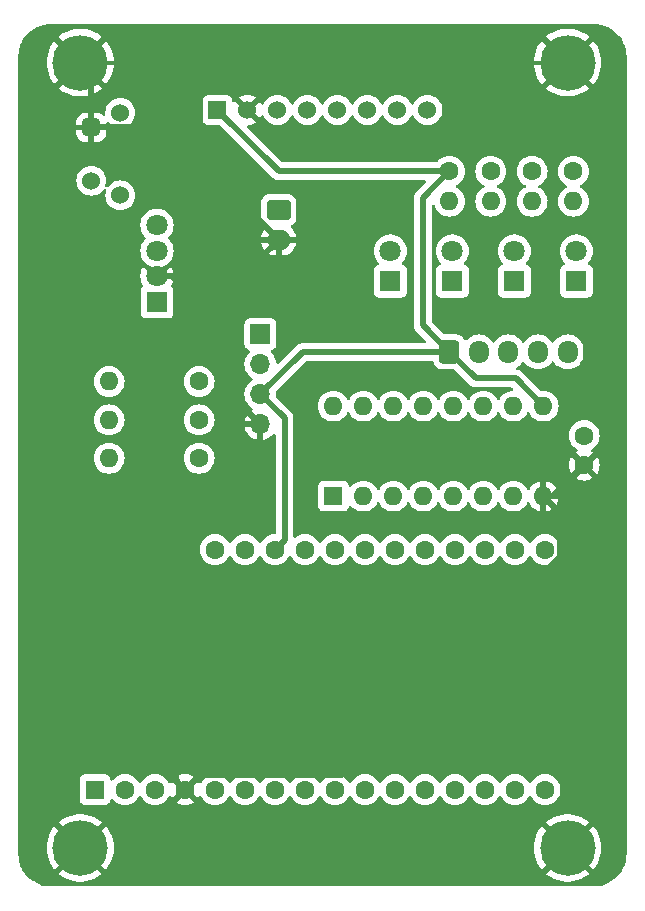
<source format=gbr>
%TF.GenerationSoftware,KiCad,Pcbnew,7.0.10*%
%TF.CreationDate,2024-03-15T10:23:30-04:00*%
%TF.ProjectId,Kicad V7,4b696361-6420-4563-972e-6b696361645f,v2*%
%TF.SameCoordinates,Original*%
%TF.FileFunction,Copper,L2,Bot*%
%TF.FilePolarity,Positive*%
%FSLAX46Y46*%
G04 Gerber Fmt 4.6, Leading zero omitted, Abs format (unit mm)*
G04 Created by KiCad (PCBNEW 7.0.10) date 2024-03-15 10:23:30*
%MOMM*%
%LPD*%
G01*
G04 APERTURE LIST*
G04 Aperture macros list*
%AMRoundRect*
0 Rectangle with rounded corners*
0 $1 Rounding radius*
0 $2 $3 $4 $5 $6 $7 $8 $9 X,Y pos of 4 corners*
0 Add a 4 corners polygon primitive as box body*
4,1,4,$2,$3,$4,$5,$6,$7,$8,$9,$2,$3,0*
0 Add four circle primitives for the rounded corners*
1,1,$1+$1,$2,$3*
1,1,$1+$1,$4,$5*
1,1,$1+$1,$6,$7*
1,1,$1+$1,$8,$9*
0 Add four rect primitives between the rounded corners*
20,1,$1+$1,$2,$3,$4,$5,0*
20,1,$1+$1,$4,$5,$6,$7,0*
20,1,$1+$1,$6,$7,$8,$9,0*
20,1,$1+$1,$8,$9,$2,$3,0*%
G04 Aperture macros list end*
%TA.AperFunction,ComponentPad*%
%ADD10C,1.600000*%
%TD*%
%TA.AperFunction,ComponentPad*%
%ADD11O,1.600000X1.600000*%
%TD*%
%TA.AperFunction,ComponentPad*%
%ADD12R,1.600000X1.600000*%
%TD*%
%TA.AperFunction,ComponentPad*%
%ADD13R,1.700000X1.700000*%
%TD*%
%TA.AperFunction,ComponentPad*%
%ADD14O,1.700000X1.700000*%
%TD*%
%TA.AperFunction,ComponentPad*%
%ADD15C,3.100000*%
%TD*%
%TA.AperFunction,ConnectorPad*%
%ADD16C,4.700000*%
%TD*%
%TA.AperFunction,ComponentPad*%
%ADD17RoundRect,0.381000X-0.381000X0.381000X-0.381000X-0.381000X0.381000X-0.381000X0.381000X0.381000X0*%
%TD*%
%TA.AperFunction,ComponentPad*%
%ADD18C,1.524000*%
%TD*%
%TA.AperFunction,ComponentPad*%
%ADD19R,1.800000X1.800000*%
%TD*%
%TA.AperFunction,ComponentPad*%
%ADD20C,1.800000*%
%TD*%
%TA.AperFunction,ComponentPad*%
%ADD21RoundRect,0.250000X-0.750000X0.600000X-0.750000X-0.600000X0.750000X-0.600000X0.750000X0.600000X0*%
%TD*%
%TA.AperFunction,ComponentPad*%
%ADD22O,2.000000X1.700000*%
%TD*%
%TA.AperFunction,ComponentPad*%
%ADD23RoundRect,0.250000X-0.600000X-0.725000X0.600000X-0.725000X0.600000X0.725000X-0.600000X0.725000X0*%
%TD*%
%TA.AperFunction,ComponentPad*%
%ADD24O,1.700000X1.950000*%
%TD*%
%TA.AperFunction,ComponentPad*%
%ADD25R,1.524000X1.524000*%
%TD*%
%TA.AperFunction,Conductor*%
%ADD26C,0.500000*%
%TD*%
%TA.AperFunction,Conductor*%
%ADD27C,0.300000*%
%TD*%
G04 APERTURE END LIST*
D10*
%TO.P,R4,1*%
%TO.N,+5V*%
X147500000Y-70460000D03*
D11*
%TO.P,R4,2*%
%TO.N,Net-(D4-A)*%
X147500000Y-73000000D03*
%TD*%
D12*
%TO.P,U1,1,I1*%
%TO.N,/Phase 1*%
X127163553Y-97956446D03*
D11*
%TO.P,U1,2,I2*%
%TO.N,/Phase 2*%
X129703553Y-97956446D03*
%TO.P,U1,3,I3*%
%TO.N,/Phase 3*%
X132243553Y-97956446D03*
%TO.P,U1,4,I4*%
%TO.N,/Phase 4*%
X134783553Y-97956446D03*
%TO.P,U1,5,I5*%
%TO.N,unconnected-(U1-I5-Pad5)*%
X137323553Y-97956446D03*
%TO.P,U1,6,I6*%
%TO.N,unconnected-(U1-I6-Pad6)*%
X139863553Y-97956446D03*
%TO.P,U1,7,I7*%
%TO.N,unconnected-(U1-I7-Pad7)*%
X142403553Y-97956446D03*
%TO.P,U1,8,GND*%
%TO.N,GND*%
X144943553Y-97956446D03*
%TO.P,U1,9,COM*%
%TO.N,+5V*%
X144943553Y-90336446D03*
%TO.P,U1,10,O7*%
%TO.N,unconnected-(U1-O7-Pad10)*%
X142403553Y-90336446D03*
%TO.P,U1,11,O6*%
%TO.N,unconnected-(U1-O6-Pad11)*%
X139863553Y-90336446D03*
%TO.P,U1,12,O5*%
%TO.N,unconnected-(U1-O5-Pad12)*%
X137323553Y-90336446D03*
%TO.P,U1,13,O4*%
%TO.N,Net-(D4-K)*%
X134783553Y-90336446D03*
%TO.P,U1,14,O3*%
%TO.N,Net-(D3-K)*%
X132243553Y-90336446D03*
%TO.P,U1,15,O2*%
%TO.N,Net-(D2-K)*%
X129703553Y-90336446D03*
%TO.P,U1,16,O1*%
%TO.N,Net-(D1-K)*%
X127163553Y-90336446D03*
%TD*%
D13*
%TO.P,J3,1,Pin_1*%
%TO.N,/Aux 1*%
X121000000Y-84250000D03*
D14*
%TO.P,J3,2,Pin_2*%
%TO.N,/Aux 2*%
X121000000Y-86790000D03*
%TO.P,J3,3,Pin_3*%
%TO.N,+5V*%
X121000000Y-89330000D03*
%TO.P,J3,4,Pin_4*%
%TO.N,GND*%
X121000000Y-91870000D03*
%TD*%
D15*
%TO.P,H4,1,1*%
%TO.N,GND*%
X147000000Y-61250000D03*
D16*
X147000000Y-61250000D03*
%TD*%
D17*
%TO.P,SW1,1,1*%
%TO.N,GND*%
X106683000Y-66750000D03*
D18*
%TO.P,SW1,2,2*%
%TO.N,/PB*%
X106683000Y-71250000D03*
%TO.P,SW1,3*%
%TO.N,N/C*%
X109133000Y-65500000D03*
%TO.P,SW1,4*%
X109133000Y-72500000D03*
%TD*%
D10*
%TO.P,R2,1*%
%TO.N,+5V*%
X140500000Y-70455000D03*
D11*
%TO.P,R2,2*%
%TO.N,Net-(D2-A)*%
X140500000Y-72995000D03*
%TD*%
D19*
%TO.P,D1,1,K*%
%TO.N,Net-(D1-K)*%
X132000000Y-79750000D03*
D20*
%TO.P,D1,2,A*%
%TO.N,Net-(D1-A)*%
X132000000Y-77210000D03*
%TD*%
D10*
%TO.P,R7,1*%
%TO.N,/Red*%
X115810000Y-94750000D03*
D11*
%TO.P,R7,2*%
%TO.N,Net-(D5-RK)*%
X108190000Y-94750000D03*
%TD*%
D21*
%TO.P,J1,1,Pin_1*%
%TO.N,/Home*%
X122550000Y-73750000D03*
D22*
%TO.P,J1,2,Pin_2*%
%TO.N,GND*%
X122550000Y-76250000D03*
%TD*%
D19*
%TO.P,D4,1,K*%
%TO.N,Net-(D4-K)*%
X147750000Y-79750000D03*
D20*
%TO.P,D4,2,A*%
%TO.N,Net-(D4-A)*%
X147750000Y-77210000D03*
%TD*%
D19*
%TO.P,D3,1,K*%
%TO.N,Net-(D3-K)*%
X142500000Y-79750000D03*
D20*
%TO.P,D3,2,A*%
%TO.N,Net-(D3-A)*%
X142500000Y-77210000D03*
%TD*%
D23*
%TO.P,J2,1,Pin_1*%
%TO.N,+5V*%
X137000000Y-85750000D03*
D24*
%TO.P,J2,2,Pin_2*%
%TO.N,Net-(D1-K)*%
X139500000Y-85750000D03*
%TO.P,J2,3,Pin_3*%
%TO.N,Net-(D2-K)*%
X142000000Y-85750000D03*
%TO.P,J2,4,Pin_4*%
%TO.N,Net-(D3-K)*%
X144500000Y-85750000D03*
%TO.P,J2,5,Pin_5*%
%TO.N,Net-(D4-K)*%
X147000000Y-85750000D03*
%TD*%
D10*
%TO.P,R6,1*%
%TO.N,/Green*%
X115810000Y-91500000D03*
D11*
%TO.P,R6,2*%
%TO.N,Net-(D5-GK)*%
X108190000Y-91500000D03*
%TD*%
D19*
%TO.P,D2,1,K*%
%TO.N,Net-(D2-K)*%
X137250000Y-79750000D03*
D20*
%TO.P,D2,2,A*%
%TO.N,Net-(D2-A)*%
X137250000Y-77210000D03*
%TD*%
D19*
%TO.P,D5,1,RK*%
%TO.N,Net-(D5-RK)*%
X112250000Y-81500000D03*
D20*
%TO.P,D5,2,A*%
%TO.N,GND*%
X112250000Y-79341000D03*
%TO.P,D5,3,GK*%
%TO.N,Net-(D5-GK)*%
X112250000Y-77182000D03*
%TO.P,D5,4,BK*%
%TO.N,Net-(D5-BK)*%
X112250000Y-75023000D03*
%TD*%
D10*
%TO.P,R1,1*%
%TO.N,+5V*%
X137000000Y-70455000D03*
D11*
%TO.P,R1,2*%
%TO.N,Net-(D1-A)*%
X137000000Y-72995000D03*
%TD*%
D15*
%TO.P,H2,1,1*%
%TO.N,GND*%
X147000000Y-127750000D03*
D16*
X147000000Y-127750000D03*
%TD*%
D15*
%TO.P,H3,1,1*%
%TO.N,GND*%
X105750000Y-61250000D03*
D16*
X105750000Y-61250000D03*
%TD*%
D10*
%TO.P,R3,1*%
%TO.N,+5V*%
X144000000Y-70455000D03*
D11*
%TO.P,R3,2*%
%TO.N,Net-(D3-A)*%
X144000000Y-72995000D03*
%TD*%
D25*
%TO.P,A2,1,VIN*%
%TO.N,+5V*%
X117360000Y-65250000D03*
D18*
%TO.P,A2,2,GND*%
%TO.N,GND*%
X119900000Y-65250000D03*
%TO.P,A2,3,SCL*%
%TO.N,/SCL*%
X122440000Y-65250000D03*
%TO.P,A2,4,SDA*%
%TO.N,/SDA*%
X124980000Y-65250000D03*
%TO.P,A2,5,BAT*%
%TO.N,unconnected-(A2-BAT-Pad5)*%
X127520000Y-65250000D03*
%TO.P,A2,6,32K*%
%TO.N,unconnected-(A2-32K-Pad6)*%
X130060000Y-65250000D03*
%TO.P,A2,7,SQW*%
%TO.N,unconnected-(A2-SQW-Pad7)*%
X132600000Y-65250000D03*
%TO.P,A2,8,RST*%
%TO.N,unconnected-(A2-RST-Pad8)*%
X135140000Y-65250000D03*
%TD*%
D10*
%TO.P,R5,1*%
%TO.N,/Blue*%
X115810000Y-88250000D03*
D11*
%TO.P,R5,2*%
%TO.N,Net-(D5-BK)*%
X108190000Y-88250000D03*
%TD*%
D15*
%TO.P,H1,1,1*%
%TO.N,GND*%
X105750000Y-127750000D03*
D16*
X105750000Y-127750000D03*
%TD*%
D10*
%TO.P,C1,1*%
%TO.N,+5V*%
X148413553Y-92836446D03*
%TO.P,C1,2*%
%TO.N,GND*%
X148413553Y-95336446D03*
%TD*%
D12*
%TO.P,A1,1,~{RESET}*%
%TO.N,unconnected-(A1-~{RESET}-Pad1)*%
X107000000Y-122802500D03*
D10*
%TO.P,A1,2,3V3*%
%TO.N,unconnected-(A1-3V3-Pad2)*%
X109540000Y-122802500D03*
%TO.P,A1,3,NC*%
%TO.N,unconnected-(A1-NC-Pad3)*%
X112080000Y-122802500D03*
%TO.P,A1,4,GND*%
%TO.N,GND*%
X114620000Y-122802500D03*
%TO.P,A1,5,DAC2/A0*%
%TO.N,/PB*%
X117160000Y-122802500D03*
%TO.P,A1,6,DAC1/A1*%
%TO.N,unconnected-(A1-DAC1{slash}A1-Pad6)*%
X119700000Y-122802500D03*
%TO.P,A1,7,I34/A2*%
%TO.N,unconnected-(A1-I34{slash}A2-Pad7)*%
X122240000Y-122802500D03*
%TO.P,A1,8,I39/A3*%
%TO.N,unconnected-(A1-I39{slash}A3-Pad8)*%
X124780000Y-122802500D03*
%TO.P,A1,9,IO36/A4*%
%TO.N,unconnected-(A1-IO36{slash}A4-Pad9)*%
X127320000Y-122802500D03*
%TO.P,A1,10,IO4/A5*%
%TO.N,unconnected-(A1-IO4{slash}A5-Pad10)*%
X129860000Y-122802500D03*
%TO.P,A1,11,SCK/IO5*%
%TO.N,unconnected-(A1-SCK{slash}IO5-Pad11)*%
X132400000Y-122802500D03*
%TO.P,A1,12,MOSI/IO18*%
%TO.N,unconnected-(A1-MOSI{slash}IO18-Pad12)*%
X134940000Y-122802500D03*
%TO.P,A1,13,MISO/IO19*%
%TO.N,/Phase 1*%
X137480000Y-122802500D03*
%TO.P,A1,14,RX/IO16*%
%TO.N,/Phase 2*%
X140020000Y-122802500D03*
%TO.P,A1,15,TX/IO17*%
%TO.N,/Phase 3*%
X142560000Y-122802500D03*
%TO.P,A1,16,IO21*%
%TO.N,/Phase 4*%
X145100000Y-122802500D03*
%TO.P,A1,17,SDA/IO23*%
%TO.N,/SDA*%
X145100000Y-102482500D03*
%TO.P,A1,18,SCL/IO22*%
%TO.N,/SCL*%
X142560000Y-102482500D03*
%TO.P,A1,19,A6/IO14*%
%TO.N,unconnected-(A1-A6{slash}IO14-Pad19)*%
X140020000Y-102482500D03*
%TO.P,A1,20,A7/IO32*%
%TO.N,/Home*%
X137480000Y-102482500D03*
%TO.P,A1,21,A8/IO15*%
%TO.N,/Aux 1*%
X134940000Y-102482500D03*
%TO.P,A1,22,A9/IO33*%
%TO.N,/Aux 2*%
X132400000Y-102482500D03*
%TO.P,A1,23,A10/IO27*%
%TO.N,/Blue*%
X129860000Y-102482500D03*
%TO.P,A1,24,A11/IO12*%
%TO.N,/Green*%
X127320000Y-102482500D03*
%TO.P,A1,25,A12/IO13*%
%TO.N,/Red*%
X124780000Y-102482500D03*
%TO.P,A1,26,USB*%
%TO.N,+5V*%
X122240000Y-102482500D03*
%TO.P,A1,27,EN*%
%TO.N,unconnected-(A1-EN-Pad27)*%
X119700000Y-102482500D03*
%TO.P,A1,28,VBAT*%
%TO.N,unconnected-(A1-VBAT-Pad28)*%
X117160000Y-102482500D03*
%TD*%
D26*
%TO.N,GND*%
X115870000Y-121552500D02*
X127947500Y-121552500D01*
X113050000Y-66750000D02*
X122550000Y-76250000D01*
X118750000Y-84568208D02*
X113522792Y-79341000D01*
X114620000Y-122802500D02*
X113820001Y-122002501D01*
X106683000Y-62183000D02*
X105750000Y-61250000D01*
X146350000Y-103150000D02*
X146350000Y-99362893D01*
X113820001Y-122002501D02*
X113820001Y-79638209D01*
X112250000Y-79341000D02*
X119459000Y-79341000D01*
X114620000Y-122802500D02*
X115870000Y-121552500D01*
X148413553Y-95336446D02*
X145793553Y-97956446D01*
X106683000Y-66750000D02*
X113050000Y-66750000D01*
X119459000Y-79341000D02*
X122550000Y-76250000D01*
X145793553Y-97956446D02*
X144943553Y-97956446D01*
X118880000Y-89750000D02*
X118750000Y-89750000D01*
X113820001Y-79638209D02*
X113522792Y-79341000D01*
X106683000Y-66750000D02*
X106683000Y-62183000D01*
X113522792Y-79341000D02*
X112250000Y-79341000D01*
D27*
X119900000Y-65250000D02*
X115900000Y-61250000D01*
X119900000Y-65250000D02*
X123900000Y-61250000D01*
D26*
X118750000Y-89750000D02*
X118750000Y-84568208D01*
X146350000Y-99362893D02*
X144943553Y-97956446D01*
X121000000Y-91870000D02*
X118880000Y-89750000D01*
D27*
X115900000Y-61250000D02*
X105750000Y-61250000D01*
X123900000Y-61250000D02*
X147000000Y-61250000D01*
D26*
X127947500Y-121552500D02*
X146350000Y-103150000D01*
%TO.N,+5V*%
X124580000Y-85750000D02*
X121000000Y-89330000D01*
X137000000Y-85750000D02*
X134750000Y-83500000D01*
X123039999Y-91369999D02*
X121000000Y-89330000D01*
X139250000Y-88000000D02*
X142607107Y-88000000D01*
X137000000Y-85750000D02*
X139250000Y-88000000D01*
X137000000Y-70455000D02*
X122565000Y-70455000D01*
X122240000Y-102482500D02*
X123039999Y-101682501D01*
X123039999Y-101682501D02*
X123039999Y-91369999D01*
X134750000Y-83500000D02*
X134750000Y-72705000D01*
X137000000Y-85750000D02*
X124580000Y-85750000D01*
X122565000Y-70455000D02*
X117360000Y-65250000D01*
X134750000Y-72705000D02*
X137000000Y-70455000D01*
X142607107Y-88000000D02*
X144943553Y-90336446D01*
%TD*%
%TA.AperFunction,Conductor*%
%TO.N,GND*%
G36*
X149253471Y-58000695D02*
G01*
X149294188Y-58002981D01*
X149550900Y-58017397D01*
X149564703Y-58018953D01*
X149854953Y-58068269D01*
X149868510Y-58071363D01*
X150151413Y-58152866D01*
X150164537Y-58157459D01*
X150436527Y-58270120D01*
X150449049Y-58276149D01*
X150647673Y-58385925D01*
X150706726Y-58418563D01*
X150718500Y-58425961D01*
X150958604Y-58596323D01*
X150969476Y-58604993D01*
X151188997Y-58801169D01*
X151198830Y-58811002D01*
X151395006Y-59030523D01*
X151403676Y-59041395D01*
X151574038Y-59281499D01*
X151581436Y-59293273D01*
X151723846Y-59550943D01*
X151729879Y-59563472D01*
X151842540Y-59835462D01*
X151847133Y-59848586D01*
X151928636Y-60131489D01*
X151931730Y-60145046D01*
X151981045Y-60435288D01*
X151982602Y-60449106D01*
X151999305Y-60746527D01*
X151999500Y-60753480D01*
X151999500Y-128246519D01*
X151999305Y-128253472D01*
X151982602Y-128550893D01*
X151981045Y-128564711D01*
X151931730Y-128854953D01*
X151928636Y-128868510D01*
X151847133Y-129151413D01*
X151842540Y-129164537D01*
X151729879Y-129436527D01*
X151723846Y-129449056D01*
X151581436Y-129706726D01*
X151574038Y-129718500D01*
X151403676Y-129958604D01*
X151395006Y-129969476D01*
X151198830Y-130188997D01*
X151188997Y-130198830D01*
X150969476Y-130395006D01*
X150958604Y-130403676D01*
X150718500Y-130574038D01*
X150706726Y-130581436D01*
X150449056Y-130723846D01*
X150436527Y-130729879D01*
X150164537Y-130842540D01*
X150151413Y-130847133D01*
X149868510Y-130928636D01*
X149854953Y-130931730D01*
X149564711Y-130981045D01*
X149550893Y-130982602D01*
X149253472Y-130999305D01*
X149246519Y-130999500D01*
X103253481Y-130999500D01*
X103246528Y-130999305D01*
X102949106Y-130982602D01*
X102935288Y-130981045D01*
X102645046Y-130931730D01*
X102631489Y-130928636D01*
X102348586Y-130847133D01*
X102335462Y-130842540D01*
X102063472Y-130729879D01*
X102050943Y-130723846D01*
X101793273Y-130581436D01*
X101781499Y-130574038D01*
X101541395Y-130403676D01*
X101530523Y-130395006D01*
X101311002Y-130198830D01*
X101301169Y-130188997D01*
X101152627Y-130022779D01*
X101104993Y-129969476D01*
X101096323Y-129958604D01*
X100925961Y-129718500D01*
X100918563Y-129706726D01*
X100850783Y-129584088D01*
X100776149Y-129449049D01*
X100770120Y-129436527D01*
X100657459Y-129164537D01*
X100652866Y-129151413D01*
X100571363Y-128868510D01*
X100568269Y-128854953D01*
X100546428Y-128726408D01*
X100518953Y-128564703D01*
X100517397Y-128550900D01*
X100500695Y-128253471D01*
X100500500Y-128246519D01*
X100500500Y-127750003D01*
X102895170Y-127750003D01*
X102914473Y-128081426D01*
X102914474Y-128081437D01*
X102972118Y-128408351D01*
X102972121Y-128408365D01*
X103067336Y-128726408D01*
X103198827Y-129031236D01*
X103198833Y-129031249D01*
X103364824Y-129318755D01*
X103562357Y-129584087D01*
X104635073Y-128511372D01*
X104711890Y-128621078D01*
X104878922Y-128788110D01*
X104988626Y-128864925D01*
X103919289Y-129934263D01*
X104045215Y-130039925D01*
X104322588Y-130222356D01*
X104619252Y-130371347D01*
X104619258Y-130371350D01*
X104931213Y-130484892D01*
X104931234Y-130484899D01*
X105254248Y-130561456D01*
X105254263Y-130561458D01*
X105584012Y-130599999D01*
X105584013Y-130600000D01*
X105915987Y-130600000D01*
X105915987Y-130599999D01*
X106245736Y-130561458D01*
X106245751Y-130561456D01*
X106568765Y-130484899D01*
X106568786Y-130484892D01*
X106880741Y-130371350D01*
X106880747Y-130371347D01*
X107177411Y-130222356D01*
X107454789Y-130039922D01*
X107580708Y-129934263D01*
X107580709Y-129934262D01*
X106511373Y-128864925D01*
X106621078Y-128788110D01*
X106788110Y-128621078D01*
X106864926Y-128511373D01*
X107937641Y-129584088D01*
X108135175Y-129318756D01*
X108301166Y-129031249D01*
X108301172Y-129031236D01*
X108432663Y-128726408D01*
X108527878Y-128408365D01*
X108527881Y-128408351D01*
X108585525Y-128081437D01*
X108585526Y-128081426D01*
X108604830Y-127750003D01*
X144145170Y-127750003D01*
X144164473Y-128081426D01*
X144164474Y-128081437D01*
X144222118Y-128408351D01*
X144222121Y-128408365D01*
X144317336Y-128726408D01*
X144448827Y-129031236D01*
X144448833Y-129031249D01*
X144614824Y-129318755D01*
X144812357Y-129584087D01*
X145885072Y-128511371D01*
X145961890Y-128621078D01*
X146128922Y-128788110D01*
X146238626Y-128864925D01*
X145169289Y-129934263D01*
X145295215Y-130039925D01*
X145572588Y-130222356D01*
X145869252Y-130371347D01*
X145869258Y-130371350D01*
X146181213Y-130484892D01*
X146181234Y-130484899D01*
X146504248Y-130561456D01*
X146504263Y-130561458D01*
X146834012Y-130599999D01*
X146834013Y-130600000D01*
X147165987Y-130600000D01*
X147165987Y-130599999D01*
X147495736Y-130561458D01*
X147495751Y-130561456D01*
X147818765Y-130484899D01*
X147818786Y-130484892D01*
X148130741Y-130371350D01*
X148130747Y-130371347D01*
X148427411Y-130222356D01*
X148704789Y-130039922D01*
X148830708Y-129934263D01*
X148830709Y-129934262D01*
X147761373Y-128864925D01*
X147871078Y-128788110D01*
X148038110Y-128621078D01*
X148114926Y-128511373D01*
X149187641Y-129584088D01*
X149385175Y-129318756D01*
X149551166Y-129031249D01*
X149551172Y-129031236D01*
X149682663Y-128726408D01*
X149777878Y-128408365D01*
X149777881Y-128408351D01*
X149835525Y-128081437D01*
X149835526Y-128081426D01*
X149854830Y-127750003D01*
X149854830Y-127749996D01*
X149835526Y-127418573D01*
X149835525Y-127418562D01*
X149777881Y-127091648D01*
X149777878Y-127091634D01*
X149682663Y-126773591D01*
X149551172Y-126468763D01*
X149551166Y-126468750D01*
X149385172Y-126181239D01*
X149187642Y-125915910D01*
X148114925Y-126988626D01*
X148038110Y-126878922D01*
X147871078Y-126711890D01*
X147761372Y-126635073D01*
X148830709Y-125565736D01*
X148830709Y-125565735D01*
X148704784Y-125460074D01*
X148427411Y-125277643D01*
X148130747Y-125128652D01*
X148130741Y-125128649D01*
X147818786Y-125015107D01*
X147818765Y-125015100D01*
X147495751Y-124938543D01*
X147495736Y-124938541D01*
X147165987Y-124900000D01*
X146834013Y-124900000D01*
X146504263Y-124938541D01*
X146504248Y-124938543D01*
X146181234Y-125015100D01*
X146181213Y-125015107D01*
X145869258Y-125128649D01*
X145869252Y-125128652D01*
X145572581Y-125277646D01*
X145295220Y-125460070D01*
X145295213Y-125460075D01*
X145169289Y-125565735D01*
X146238627Y-126635073D01*
X146128922Y-126711890D01*
X145961890Y-126878922D01*
X145885073Y-126988627D01*
X144812357Y-125915911D01*
X144812356Y-125915911D01*
X144614829Y-126181236D01*
X144614825Y-126181242D01*
X144448833Y-126468750D01*
X144448827Y-126468763D01*
X144317336Y-126773591D01*
X144222121Y-127091634D01*
X144222118Y-127091648D01*
X144164474Y-127418562D01*
X144164473Y-127418573D01*
X144145170Y-127749996D01*
X144145170Y-127750003D01*
X108604830Y-127750003D01*
X108604830Y-127749996D01*
X108585526Y-127418573D01*
X108585525Y-127418562D01*
X108527881Y-127091648D01*
X108527878Y-127091634D01*
X108432663Y-126773591D01*
X108301172Y-126468763D01*
X108301166Y-126468750D01*
X108135172Y-126181239D01*
X107937642Y-125915910D01*
X106864925Y-126988626D01*
X106788110Y-126878922D01*
X106621078Y-126711890D01*
X106511372Y-126635073D01*
X107580709Y-125565736D01*
X107580709Y-125565735D01*
X107454784Y-125460074D01*
X107177411Y-125277643D01*
X106880747Y-125128652D01*
X106880741Y-125128649D01*
X106568786Y-125015107D01*
X106568765Y-125015100D01*
X106245751Y-124938543D01*
X106245736Y-124938541D01*
X105915987Y-124900000D01*
X105584013Y-124900000D01*
X105254263Y-124938541D01*
X105254248Y-124938543D01*
X104931234Y-125015100D01*
X104931213Y-125015107D01*
X104619258Y-125128649D01*
X104619252Y-125128652D01*
X104322581Y-125277646D01*
X104045220Y-125460070D01*
X104045213Y-125460075D01*
X103919289Y-125565735D01*
X104988627Y-126635073D01*
X104878922Y-126711890D01*
X104711890Y-126878922D01*
X104635073Y-126988627D01*
X103562357Y-125915911D01*
X103562356Y-125915911D01*
X103364829Y-126181236D01*
X103364825Y-126181242D01*
X103198833Y-126468750D01*
X103198827Y-126468763D01*
X103067336Y-126773591D01*
X102972121Y-127091634D01*
X102972118Y-127091648D01*
X102914474Y-127418562D01*
X102914473Y-127418573D01*
X102895170Y-127749996D01*
X102895170Y-127750003D01*
X100500500Y-127750003D01*
X100500500Y-123650370D01*
X105699500Y-123650370D01*
X105699501Y-123650376D01*
X105705908Y-123709983D01*
X105756202Y-123844828D01*
X105756206Y-123844835D01*
X105842452Y-123960044D01*
X105842455Y-123960047D01*
X105957664Y-124046293D01*
X105957671Y-124046297D01*
X106092517Y-124096591D01*
X106092516Y-124096591D01*
X106099444Y-124097335D01*
X106152127Y-124103000D01*
X107847872Y-124102999D01*
X107907483Y-124096591D01*
X108042331Y-124046296D01*
X108157546Y-123960046D01*
X108243796Y-123844831D01*
X108294091Y-123709983D01*
X108297862Y-123674901D01*
X108324599Y-123610355D01*
X108381990Y-123570506D01*
X108451816Y-123568011D01*
X108511905Y-123603663D01*
X108522726Y-123617036D01*
X108539956Y-123641643D01*
X108700858Y-123802545D01*
X108700861Y-123802547D01*
X108887266Y-123933068D01*
X109093504Y-124029239D01*
X109313308Y-124088135D01*
X109475230Y-124102301D01*
X109539998Y-124107968D01*
X109540000Y-124107968D01*
X109540002Y-124107968D01*
X109596807Y-124102998D01*
X109766692Y-124088135D01*
X109986496Y-124029239D01*
X110192734Y-123933068D01*
X110379139Y-123802547D01*
X110540047Y-123641639D01*
X110670568Y-123455234D01*
X110697618Y-123397224D01*
X110743790Y-123344785D01*
X110810983Y-123325633D01*
X110877865Y-123345848D01*
X110922382Y-123397225D01*
X110949429Y-123455228D01*
X110949432Y-123455234D01*
X111079954Y-123641641D01*
X111240858Y-123802545D01*
X111240861Y-123802547D01*
X111427266Y-123933068D01*
X111633504Y-124029239D01*
X111853308Y-124088135D01*
X112015230Y-124102301D01*
X112079998Y-124107968D01*
X112080000Y-124107968D01*
X112080002Y-124107968D01*
X112136807Y-124102998D01*
X112306692Y-124088135D01*
X112526496Y-124029239D01*
X112732734Y-123933068D01*
X112919139Y-123802547D01*
X113080047Y-123641639D01*
X113210568Y-123455234D01*
X113237893Y-123396634D01*
X113284065Y-123344195D01*
X113351258Y-123325043D01*
X113418139Y-123345258D01*
X113462657Y-123396634D01*
X113489864Y-123454980D01*
X113540974Y-123527972D01*
X114222046Y-122846900D01*
X114234835Y-122927648D01*
X114292359Y-123040545D01*
X114381955Y-123130141D01*
X114494852Y-123187665D01*
X114575599Y-123200453D01*
X113894526Y-123881525D01*
X113967513Y-123932632D01*
X113967521Y-123932636D01*
X114173668Y-124028764D01*
X114173682Y-124028769D01*
X114393389Y-124087639D01*
X114393400Y-124087641D01*
X114619998Y-124107466D01*
X114620002Y-124107466D01*
X114846599Y-124087641D01*
X114846610Y-124087639D01*
X115066317Y-124028769D01*
X115066331Y-124028764D01*
X115272478Y-123932636D01*
X115345471Y-123881524D01*
X114664400Y-123200453D01*
X114745148Y-123187665D01*
X114858045Y-123130141D01*
X114947641Y-123040545D01*
X115005165Y-122927648D01*
X115017953Y-122846900D01*
X115699024Y-123527971D01*
X115750133Y-123454982D01*
X115777341Y-123396635D01*
X115823513Y-123344196D01*
X115890707Y-123325043D01*
X115957588Y-123345258D01*
X116002105Y-123396632D01*
X116029432Y-123455234D01*
X116029433Y-123455235D01*
X116159954Y-123641641D01*
X116320858Y-123802545D01*
X116320861Y-123802547D01*
X116507266Y-123933068D01*
X116713504Y-124029239D01*
X116933308Y-124088135D01*
X117095230Y-124102301D01*
X117159998Y-124107968D01*
X117160000Y-124107968D01*
X117160002Y-124107968D01*
X117216807Y-124102998D01*
X117386692Y-124088135D01*
X117606496Y-124029239D01*
X117812734Y-123933068D01*
X117999139Y-123802547D01*
X118160047Y-123641639D01*
X118290568Y-123455234D01*
X118317618Y-123397224D01*
X118363790Y-123344785D01*
X118430983Y-123325633D01*
X118497865Y-123345848D01*
X118542382Y-123397225D01*
X118569429Y-123455228D01*
X118569432Y-123455234D01*
X118699954Y-123641641D01*
X118860858Y-123802545D01*
X118860861Y-123802547D01*
X119047266Y-123933068D01*
X119253504Y-124029239D01*
X119473308Y-124088135D01*
X119635230Y-124102301D01*
X119699998Y-124107968D01*
X119700000Y-124107968D01*
X119700002Y-124107968D01*
X119756807Y-124102998D01*
X119926692Y-124088135D01*
X120146496Y-124029239D01*
X120352734Y-123933068D01*
X120539139Y-123802547D01*
X120700047Y-123641639D01*
X120830568Y-123455234D01*
X120857618Y-123397224D01*
X120903790Y-123344785D01*
X120970983Y-123325633D01*
X121037865Y-123345848D01*
X121082382Y-123397225D01*
X121109429Y-123455228D01*
X121109432Y-123455234D01*
X121239954Y-123641641D01*
X121400858Y-123802545D01*
X121400861Y-123802547D01*
X121587266Y-123933068D01*
X121793504Y-124029239D01*
X122013308Y-124088135D01*
X122175230Y-124102301D01*
X122239998Y-124107968D01*
X122240000Y-124107968D01*
X122240002Y-124107968D01*
X122296807Y-124102998D01*
X122466692Y-124088135D01*
X122686496Y-124029239D01*
X122892734Y-123933068D01*
X123079139Y-123802547D01*
X123240047Y-123641639D01*
X123370568Y-123455234D01*
X123397618Y-123397224D01*
X123443790Y-123344785D01*
X123510983Y-123325633D01*
X123577865Y-123345848D01*
X123622382Y-123397225D01*
X123649429Y-123455228D01*
X123649432Y-123455234D01*
X123779954Y-123641641D01*
X123940858Y-123802545D01*
X123940861Y-123802547D01*
X124127266Y-123933068D01*
X124333504Y-124029239D01*
X124553308Y-124088135D01*
X124715230Y-124102301D01*
X124779998Y-124107968D01*
X124780000Y-124107968D01*
X124780002Y-124107968D01*
X124836807Y-124102998D01*
X125006692Y-124088135D01*
X125226496Y-124029239D01*
X125432734Y-123933068D01*
X125619139Y-123802547D01*
X125780047Y-123641639D01*
X125910568Y-123455234D01*
X125937618Y-123397224D01*
X125983790Y-123344785D01*
X126050983Y-123325633D01*
X126117865Y-123345848D01*
X126162382Y-123397225D01*
X126189429Y-123455228D01*
X126189432Y-123455234D01*
X126319954Y-123641641D01*
X126480858Y-123802545D01*
X126480861Y-123802547D01*
X126667266Y-123933068D01*
X126873504Y-124029239D01*
X127093308Y-124088135D01*
X127255230Y-124102301D01*
X127319998Y-124107968D01*
X127320000Y-124107968D01*
X127320002Y-124107968D01*
X127376807Y-124102998D01*
X127546692Y-124088135D01*
X127766496Y-124029239D01*
X127972734Y-123933068D01*
X128159139Y-123802547D01*
X128320047Y-123641639D01*
X128450568Y-123455234D01*
X128477618Y-123397224D01*
X128523790Y-123344785D01*
X128590983Y-123325633D01*
X128657865Y-123345848D01*
X128702382Y-123397225D01*
X128729429Y-123455228D01*
X128729432Y-123455234D01*
X128859954Y-123641641D01*
X129020858Y-123802545D01*
X129020861Y-123802547D01*
X129207266Y-123933068D01*
X129413504Y-124029239D01*
X129633308Y-124088135D01*
X129795230Y-124102301D01*
X129859998Y-124107968D01*
X129860000Y-124107968D01*
X129860002Y-124107968D01*
X129916807Y-124102998D01*
X130086692Y-124088135D01*
X130306496Y-124029239D01*
X130512734Y-123933068D01*
X130699139Y-123802547D01*
X130860047Y-123641639D01*
X130990568Y-123455234D01*
X131017618Y-123397224D01*
X131063790Y-123344785D01*
X131130983Y-123325633D01*
X131197865Y-123345848D01*
X131242382Y-123397225D01*
X131269429Y-123455228D01*
X131269432Y-123455234D01*
X131399954Y-123641641D01*
X131560858Y-123802545D01*
X131560861Y-123802547D01*
X131747266Y-123933068D01*
X131953504Y-124029239D01*
X132173308Y-124088135D01*
X132335230Y-124102301D01*
X132399998Y-124107968D01*
X132400000Y-124107968D01*
X132400002Y-124107968D01*
X132456807Y-124102998D01*
X132626692Y-124088135D01*
X132846496Y-124029239D01*
X133052734Y-123933068D01*
X133239139Y-123802547D01*
X133400047Y-123641639D01*
X133530568Y-123455234D01*
X133557618Y-123397224D01*
X133603790Y-123344785D01*
X133670983Y-123325633D01*
X133737865Y-123345848D01*
X133782382Y-123397225D01*
X133809429Y-123455228D01*
X133809432Y-123455234D01*
X133939954Y-123641641D01*
X134100858Y-123802545D01*
X134100861Y-123802547D01*
X134287266Y-123933068D01*
X134493504Y-124029239D01*
X134713308Y-124088135D01*
X134875230Y-124102301D01*
X134939998Y-124107968D01*
X134940000Y-124107968D01*
X134940002Y-124107968D01*
X134996807Y-124102998D01*
X135166692Y-124088135D01*
X135386496Y-124029239D01*
X135592734Y-123933068D01*
X135779139Y-123802547D01*
X135940047Y-123641639D01*
X136070568Y-123455234D01*
X136097618Y-123397224D01*
X136143790Y-123344785D01*
X136210983Y-123325633D01*
X136277865Y-123345848D01*
X136322382Y-123397225D01*
X136349429Y-123455228D01*
X136349432Y-123455234D01*
X136479954Y-123641641D01*
X136640858Y-123802545D01*
X136640861Y-123802547D01*
X136827266Y-123933068D01*
X137033504Y-124029239D01*
X137253308Y-124088135D01*
X137415230Y-124102301D01*
X137479998Y-124107968D01*
X137480000Y-124107968D01*
X137480002Y-124107968D01*
X137536807Y-124102998D01*
X137706692Y-124088135D01*
X137926496Y-124029239D01*
X138132734Y-123933068D01*
X138319139Y-123802547D01*
X138480047Y-123641639D01*
X138610568Y-123455234D01*
X138637618Y-123397224D01*
X138683790Y-123344785D01*
X138750983Y-123325633D01*
X138817865Y-123345848D01*
X138862382Y-123397225D01*
X138889429Y-123455228D01*
X138889432Y-123455234D01*
X139019954Y-123641641D01*
X139180858Y-123802545D01*
X139180861Y-123802547D01*
X139367266Y-123933068D01*
X139573504Y-124029239D01*
X139793308Y-124088135D01*
X139955230Y-124102301D01*
X140019998Y-124107968D01*
X140020000Y-124107968D01*
X140020002Y-124107968D01*
X140076807Y-124102998D01*
X140246692Y-124088135D01*
X140466496Y-124029239D01*
X140672734Y-123933068D01*
X140859139Y-123802547D01*
X141020047Y-123641639D01*
X141150568Y-123455234D01*
X141177618Y-123397224D01*
X141223790Y-123344785D01*
X141290983Y-123325633D01*
X141357865Y-123345848D01*
X141402382Y-123397225D01*
X141429429Y-123455228D01*
X141429432Y-123455234D01*
X141559954Y-123641641D01*
X141720858Y-123802545D01*
X141720861Y-123802547D01*
X141907266Y-123933068D01*
X142113504Y-124029239D01*
X142333308Y-124088135D01*
X142495230Y-124102301D01*
X142559998Y-124107968D01*
X142560000Y-124107968D01*
X142560002Y-124107968D01*
X142616807Y-124102998D01*
X142786692Y-124088135D01*
X143006496Y-124029239D01*
X143212734Y-123933068D01*
X143399139Y-123802547D01*
X143560047Y-123641639D01*
X143690568Y-123455234D01*
X143717618Y-123397224D01*
X143763790Y-123344785D01*
X143830983Y-123325633D01*
X143897865Y-123345848D01*
X143942382Y-123397225D01*
X143969429Y-123455228D01*
X143969432Y-123455234D01*
X144099954Y-123641641D01*
X144260858Y-123802545D01*
X144260861Y-123802547D01*
X144447266Y-123933068D01*
X144653504Y-124029239D01*
X144873308Y-124088135D01*
X145035230Y-124102301D01*
X145099998Y-124107968D01*
X145100000Y-124107968D01*
X145100002Y-124107968D01*
X145156807Y-124102998D01*
X145326692Y-124088135D01*
X145546496Y-124029239D01*
X145752734Y-123933068D01*
X145939139Y-123802547D01*
X146100047Y-123641639D01*
X146230568Y-123455234D01*
X146326739Y-123248996D01*
X146385635Y-123029192D01*
X146405468Y-122802500D01*
X146385635Y-122575808D01*
X146326739Y-122356004D01*
X146230568Y-122149766D01*
X146100047Y-121963361D01*
X146100045Y-121963358D01*
X145939141Y-121802454D01*
X145752734Y-121671932D01*
X145752732Y-121671931D01*
X145546497Y-121575761D01*
X145546488Y-121575758D01*
X145326697Y-121516866D01*
X145326693Y-121516865D01*
X145326692Y-121516865D01*
X145326691Y-121516864D01*
X145326686Y-121516864D01*
X145100002Y-121497032D01*
X145099998Y-121497032D01*
X144873313Y-121516864D01*
X144873302Y-121516866D01*
X144653511Y-121575758D01*
X144653502Y-121575761D01*
X144447267Y-121671931D01*
X144447265Y-121671932D01*
X144260858Y-121802454D01*
X144099954Y-121963358D01*
X143969432Y-122149765D01*
X143969431Y-122149767D01*
X143942382Y-122207775D01*
X143896209Y-122260214D01*
X143829016Y-122279366D01*
X143762135Y-122259150D01*
X143717618Y-122207775D01*
X143690568Y-122149766D01*
X143560047Y-121963361D01*
X143560045Y-121963358D01*
X143399141Y-121802454D01*
X143212734Y-121671932D01*
X143212732Y-121671931D01*
X143006497Y-121575761D01*
X143006488Y-121575758D01*
X142786697Y-121516866D01*
X142786693Y-121516865D01*
X142786692Y-121516865D01*
X142786691Y-121516864D01*
X142786686Y-121516864D01*
X142560002Y-121497032D01*
X142559998Y-121497032D01*
X142333313Y-121516864D01*
X142333302Y-121516866D01*
X142113511Y-121575758D01*
X142113502Y-121575761D01*
X141907267Y-121671931D01*
X141907265Y-121671932D01*
X141720858Y-121802454D01*
X141559954Y-121963358D01*
X141429432Y-122149765D01*
X141429431Y-122149767D01*
X141402382Y-122207775D01*
X141356209Y-122260214D01*
X141289016Y-122279366D01*
X141222135Y-122259150D01*
X141177618Y-122207775D01*
X141150568Y-122149766D01*
X141020047Y-121963361D01*
X141020045Y-121963358D01*
X140859141Y-121802454D01*
X140672734Y-121671932D01*
X140672732Y-121671931D01*
X140466497Y-121575761D01*
X140466488Y-121575758D01*
X140246697Y-121516866D01*
X140246693Y-121516865D01*
X140246692Y-121516865D01*
X140246691Y-121516864D01*
X140246686Y-121516864D01*
X140020002Y-121497032D01*
X140019998Y-121497032D01*
X139793313Y-121516864D01*
X139793302Y-121516866D01*
X139573511Y-121575758D01*
X139573502Y-121575761D01*
X139367267Y-121671931D01*
X139367265Y-121671932D01*
X139180858Y-121802454D01*
X139019954Y-121963358D01*
X138889432Y-122149765D01*
X138889431Y-122149767D01*
X138862382Y-122207775D01*
X138816209Y-122260214D01*
X138749016Y-122279366D01*
X138682135Y-122259150D01*
X138637618Y-122207775D01*
X138610568Y-122149766D01*
X138480047Y-121963361D01*
X138480045Y-121963358D01*
X138319141Y-121802454D01*
X138132734Y-121671932D01*
X138132732Y-121671931D01*
X137926497Y-121575761D01*
X137926488Y-121575758D01*
X137706697Y-121516866D01*
X137706693Y-121516865D01*
X137706692Y-121516865D01*
X137706691Y-121516864D01*
X137706686Y-121516864D01*
X137480002Y-121497032D01*
X137479998Y-121497032D01*
X137253313Y-121516864D01*
X137253302Y-121516866D01*
X137033511Y-121575758D01*
X137033502Y-121575761D01*
X136827267Y-121671931D01*
X136827265Y-121671932D01*
X136640858Y-121802454D01*
X136479954Y-121963358D01*
X136349432Y-122149765D01*
X136349431Y-122149767D01*
X136322382Y-122207775D01*
X136276209Y-122260214D01*
X136209016Y-122279366D01*
X136142135Y-122259150D01*
X136097618Y-122207775D01*
X136070568Y-122149766D01*
X135940047Y-121963361D01*
X135940045Y-121963358D01*
X135779141Y-121802454D01*
X135592734Y-121671932D01*
X135592732Y-121671931D01*
X135386497Y-121575761D01*
X135386488Y-121575758D01*
X135166697Y-121516866D01*
X135166693Y-121516865D01*
X135166692Y-121516865D01*
X135166691Y-121516864D01*
X135166686Y-121516864D01*
X134940002Y-121497032D01*
X134939998Y-121497032D01*
X134713313Y-121516864D01*
X134713302Y-121516866D01*
X134493511Y-121575758D01*
X134493502Y-121575761D01*
X134287267Y-121671931D01*
X134287265Y-121671932D01*
X134100858Y-121802454D01*
X133939954Y-121963358D01*
X133809432Y-122149765D01*
X133809431Y-122149767D01*
X133782382Y-122207775D01*
X133736209Y-122260214D01*
X133669016Y-122279366D01*
X133602135Y-122259150D01*
X133557618Y-122207775D01*
X133530568Y-122149766D01*
X133400047Y-121963361D01*
X133400045Y-121963358D01*
X133239141Y-121802454D01*
X133052734Y-121671932D01*
X133052732Y-121671931D01*
X132846497Y-121575761D01*
X132846488Y-121575758D01*
X132626697Y-121516866D01*
X132626693Y-121516865D01*
X132626692Y-121516865D01*
X132626691Y-121516864D01*
X132626686Y-121516864D01*
X132400002Y-121497032D01*
X132399998Y-121497032D01*
X132173313Y-121516864D01*
X132173302Y-121516866D01*
X131953511Y-121575758D01*
X131953502Y-121575761D01*
X131747267Y-121671931D01*
X131747265Y-121671932D01*
X131560858Y-121802454D01*
X131399954Y-121963358D01*
X131269432Y-122149765D01*
X131269431Y-122149767D01*
X131242382Y-122207775D01*
X131196209Y-122260214D01*
X131129016Y-122279366D01*
X131062135Y-122259150D01*
X131017618Y-122207775D01*
X130990568Y-122149766D01*
X130860047Y-121963361D01*
X130860045Y-121963358D01*
X130699141Y-121802454D01*
X130512734Y-121671932D01*
X130512732Y-121671931D01*
X130306497Y-121575761D01*
X130306488Y-121575758D01*
X130086697Y-121516866D01*
X130086693Y-121516865D01*
X130086692Y-121516865D01*
X130086691Y-121516864D01*
X130086686Y-121516864D01*
X129860002Y-121497032D01*
X129859998Y-121497032D01*
X129633313Y-121516864D01*
X129633302Y-121516866D01*
X129413511Y-121575758D01*
X129413502Y-121575761D01*
X129207267Y-121671931D01*
X129207265Y-121671932D01*
X129020858Y-121802454D01*
X128859954Y-121963358D01*
X128729432Y-122149765D01*
X128729431Y-122149767D01*
X128702382Y-122207775D01*
X128656209Y-122260214D01*
X128589016Y-122279366D01*
X128522135Y-122259150D01*
X128477618Y-122207775D01*
X128450568Y-122149766D01*
X128320047Y-121963361D01*
X128320045Y-121963358D01*
X128159141Y-121802454D01*
X127972734Y-121671932D01*
X127972732Y-121671931D01*
X127766497Y-121575761D01*
X127766488Y-121575758D01*
X127546697Y-121516866D01*
X127546693Y-121516865D01*
X127546692Y-121516865D01*
X127546691Y-121516864D01*
X127546686Y-121516864D01*
X127320002Y-121497032D01*
X127319998Y-121497032D01*
X127093313Y-121516864D01*
X127093302Y-121516866D01*
X126873511Y-121575758D01*
X126873502Y-121575761D01*
X126667267Y-121671931D01*
X126667265Y-121671932D01*
X126480858Y-121802454D01*
X126319954Y-121963358D01*
X126189432Y-122149765D01*
X126189431Y-122149767D01*
X126162382Y-122207775D01*
X126116209Y-122260214D01*
X126049016Y-122279366D01*
X125982135Y-122259150D01*
X125937618Y-122207775D01*
X125910568Y-122149766D01*
X125780047Y-121963361D01*
X125780045Y-121963358D01*
X125619141Y-121802454D01*
X125432734Y-121671932D01*
X125432732Y-121671931D01*
X125226497Y-121575761D01*
X125226488Y-121575758D01*
X125006697Y-121516866D01*
X125006693Y-121516865D01*
X125006692Y-121516865D01*
X125006691Y-121516864D01*
X125006686Y-121516864D01*
X124780002Y-121497032D01*
X124779998Y-121497032D01*
X124553313Y-121516864D01*
X124553302Y-121516866D01*
X124333511Y-121575758D01*
X124333502Y-121575761D01*
X124127267Y-121671931D01*
X124127265Y-121671932D01*
X123940858Y-121802454D01*
X123779954Y-121963358D01*
X123649432Y-122149765D01*
X123649431Y-122149767D01*
X123622382Y-122207775D01*
X123576209Y-122260214D01*
X123509016Y-122279366D01*
X123442135Y-122259150D01*
X123397618Y-122207775D01*
X123370568Y-122149766D01*
X123240047Y-121963361D01*
X123240045Y-121963358D01*
X123079141Y-121802454D01*
X122892734Y-121671932D01*
X122892732Y-121671931D01*
X122686497Y-121575761D01*
X122686488Y-121575758D01*
X122466697Y-121516866D01*
X122466693Y-121516865D01*
X122466692Y-121516865D01*
X122466691Y-121516864D01*
X122466686Y-121516864D01*
X122240002Y-121497032D01*
X122239998Y-121497032D01*
X122013313Y-121516864D01*
X122013302Y-121516866D01*
X121793511Y-121575758D01*
X121793502Y-121575761D01*
X121587267Y-121671931D01*
X121587265Y-121671932D01*
X121400858Y-121802454D01*
X121239954Y-121963358D01*
X121109432Y-122149765D01*
X121109431Y-122149767D01*
X121082382Y-122207775D01*
X121036209Y-122260214D01*
X120969016Y-122279366D01*
X120902135Y-122259150D01*
X120857618Y-122207775D01*
X120830568Y-122149766D01*
X120700047Y-121963361D01*
X120700045Y-121963358D01*
X120539141Y-121802454D01*
X120352734Y-121671932D01*
X120352732Y-121671931D01*
X120146497Y-121575761D01*
X120146488Y-121575758D01*
X119926697Y-121516866D01*
X119926693Y-121516865D01*
X119926692Y-121516865D01*
X119926691Y-121516864D01*
X119926686Y-121516864D01*
X119700002Y-121497032D01*
X119699998Y-121497032D01*
X119473313Y-121516864D01*
X119473302Y-121516866D01*
X119253511Y-121575758D01*
X119253502Y-121575761D01*
X119047267Y-121671931D01*
X119047265Y-121671932D01*
X118860858Y-121802454D01*
X118699954Y-121963358D01*
X118569432Y-122149765D01*
X118569431Y-122149767D01*
X118542382Y-122207775D01*
X118496209Y-122260214D01*
X118429016Y-122279366D01*
X118362135Y-122259150D01*
X118317618Y-122207775D01*
X118290568Y-122149766D01*
X118160047Y-121963361D01*
X118160045Y-121963358D01*
X117999141Y-121802454D01*
X117812734Y-121671932D01*
X117812732Y-121671931D01*
X117606497Y-121575761D01*
X117606488Y-121575758D01*
X117386697Y-121516866D01*
X117386693Y-121516865D01*
X117386692Y-121516865D01*
X117386691Y-121516864D01*
X117386686Y-121516864D01*
X117160002Y-121497032D01*
X117159998Y-121497032D01*
X116933313Y-121516864D01*
X116933302Y-121516866D01*
X116713511Y-121575758D01*
X116713502Y-121575761D01*
X116507267Y-121671931D01*
X116507265Y-121671932D01*
X116320858Y-121802454D01*
X116159954Y-121963358D01*
X116029432Y-122149765D01*
X116029428Y-122149772D01*
X116002105Y-122208366D01*
X115955932Y-122260805D01*
X115888738Y-122279956D01*
X115821858Y-122259739D01*
X115777342Y-122208364D01*
X115750136Y-122150021D01*
X115750132Y-122150013D01*
X115699025Y-122077026D01*
X115017953Y-122758098D01*
X115005165Y-122677352D01*
X114947641Y-122564455D01*
X114858045Y-122474859D01*
X114745148Y-122417335D01*
X114664401Y-122404546D01*
X115345472Y-121723474D01*
X115272478Y-121672363D01*
X115066331Y-121576235D01*
X115066317Y-121576230D01*
X114846610Y-121517360D01*
X114846599Y-121517358D01*
X114620002Y-121497534D01*
X114619998Y-121497534D01*
X114393400Y-121517358D01*
X114393389Y-121517360D01*
X114173682Y-121576230D01*
X114173673Y-121576234D01*
X113967516Y-121672366D01*
X113967512Y-121672368D01*
X113894526Y-121723473D01*
X113894526Y-121723474D01*
X114575599Y-122404546D01*
X114494852Y-122417335D01*
X114381955Y-122474859D01*
X114292359Y-122564455D01*
X114234835Y-122677352D01*
X114222046Y-122758098D01*
X113540974Y-122077026D01*
X113540973Y-122077026D01*
X113489868Y-122150012D01*
X113489868Y-122150013D01*
X113462657Y-122208367D01*
X113416484Y-122260806D01*
X113349290Y-122279957D01*
X113282409Y-122259741D01*
X113237893Y-122208365D01*
X113210682Y-122150012D01*
X113210568Y-122149766D01*
X113080047Y-121963361D01*
X113080045Y-121963358D01*
X112919141Y-121802454D01*
X112732734Y-121671932D01*
X112732732Y-121671931D01*
X112526497Y-121575761D01*
X112526488Y-121575758D01*
X112306697Y-121516866D01*
X112306693Y-121516865D01*
X112306692Y-121516865D01*
X112306691Y-121516864D01*
X112306686Y-121516864D01*
X112080002Y-121497032D01*
X112079998Y-121497032D01*
X111853313Y-121516864D01*
X111853302Y-121516866D01*
X111633511Y-121575758D01*
X111633502Y-121575761D01*
X111427267Y-121671931D01*
X111427265Y-121671932D01*
X111240858Y-121802454D01*
X111079954Y-121963358D01*
X110949432Y-122149765D01*
X110949431Y-122149767D01*
X110922382Y-122207775D01*
X110876209Y-122260214D01*
X110809016Y-122279366D01*
X110742135Y-122259150D01*
X110697618Y-122207775D01*
X110670568Y-122149766D01*
X110540047Y-121963361D01*
X110540045Y-121963358D01*
X110379141Y-121802454D01*
X110192734Y-121671932D01*
X110192732Y-121671931D01*
X109986497Y-121575761D01*
X109986488Y-121575758D01*
X109766697Y-121516866D01*
X109766693Y-121516865D01*
X109766692Y-121516865D01*
X109766691Y-121516864D01*
X109766686Y-121516864D01*
X109540002Y-121497032D01*
X109539998Y-121497032D01*
X109313313Y-121516864D01*
X109313302Y-121516866D01*
X109093511Y-121575758D01*
X109093502Y-121575761D01*
X108887267Y-121671931D01*
X108887265Y-121671932D01*
X108700858Y-121802454D01*
X108539954Y-121963358D01*
X108522725Y-121987964D01*
X108468147Y-122031588D01*
X108398648Y-122038780D01*
X108336294Y-122007257D01*
X108300882Y-121947026D01*
X108297861Y-121930091D01*
X108294091Y-121895016D01*
X108243797Y-121760171D01*
X108243793Y-121760164D01*
X108157547Y-121644955D01*
X108157544Y-121644952D01*
X108042335Y-121558706D01*
X108042328Y-121558702D01*
X107907482Y-121508408D01*
X107907483Y-121508408D01*
X107847883Y-121502001D01*
X107847881Y-121502000D01*
X107847873Y-121502000D01*
X107847864Y-121502000D01*
X106152129Y-121502000D01*
X106152123Y-121502001D01*
X106092516Y-121508408D01*
X105957671Y-121558702D01*
X105957664Y-121558706D01*
X105842455Y-121644952D01*
X105842452Y-121644955D01*
X105756206Y-121760164D01*
X105756202Y-121760171D01*
X105705908Y-121895017D01*
X105699501Y-121954616D01*
X105699500Y-121954635D01*
X105699500Y-123650370D01*
X100500500Y-123650370D01*
X100500500Y-102482501D01*
X115854532Y-102482501D01*
X115874364Y-102709186D01*
X115874366Y-102709197D01*
X115933258Y-102928988D01*
X115933261Y-102928997D01*
X116029431Y-103135232D01*
X116029432Y-103135234D01*
X116159954Y-103321641D01*
X116320858Y-103482545D01*
X116320861Y-103482547D01*
X116507266Y-103613068D01*
X116713504Y-103709239D01*
X116933308Y-103768135D01*
X117095230Y-103782301D01*
X117159998Y-103787968D01*
X117160000Y-103787968D01*
X117160002Y-103787968D01*
X117216673Y-103783009D01*
X117386692Y-103768135D01*
X117606496Y-103709239D01*
X117812734Y-103613068D01*
X117999139Y-103482547D01*
X118160047Y-103321639D01*
X118290568Y-103135234D01*
X118317618Y-103077224D01*
X118363790Y-103024785D01*
X118430983Y-103005633D01*
X118497865Y-103025848D01*
X118542382Y-103077225D01*
X118569429Y-103135228D01*
X118569432Y-103135234D01*
X118699954Y-103321641D01*
X118860858Y-103482545D01*
X118860861Y-103482547D01*
X119047266Y-103613068D01*
X119253504Y-103709239D01*
X119473308Y-103768135D01*
X119635230Y-103782301D01*
X119699998Y-103787968D01*
X119700000Y-103787968D01*
X119700002Y-103787968D01*
X119756673Y-103783009D01*
X119926692Y-103768135D01*
X120146496Y-103709239D01*
X120352734Y-103613068D01*
X120539139Y-103482547D01*
X120700047Y-103321639D01*
X120830568Y-103135234D01*
X120857618Y-103077224D01*
X120903790Y-103024785D01*
X120970983Y-103005633D01*
X121037865Y-103025848D01*
X121082382Y-103077225D01*
X121109429Y-103135228D01*
X121109432Y-103135234D01*
X121239954Y-103321641D01*
X121400858Y-103482545D01*
X121400861Y-103482547D01*
X121587266Y-103613068D01*
X121793504Y-103709239D01*
X122013308Y-103768135D01*
X122175230Y-103782301D01*
X122239998Y-103787968D01*
X122240000Y-103787968D01*
X122240002Y-103787968D01*
X122296673Y-103783009D01*
X122466692Y-103768135D01*
X122686496Y-103709239D01*
X122892734Y-103613068D01*
X123079139Y-103482547D01*
X123240047Y-103321639D01*
X123370568Y-103135234D01*
X123397618Y-103077224D01*
X123443790Y-103024785D01*
X123510983Y-103005633D01*
X123577865Y-103025848D01*
X123622382Y-103077225D01*
X123649429Y-103135228D01*
X123649432Y-103135234D01*
X123779954Y-103321641D01*
X123940858Y-103482545D01*
X123940861Y-103482547D01*
X124127266Y-103613068D01*
X124333504Y-103709239D01*
X124553308Y-103768135D01*
X124715230Y-103782301D01*
X124779998Y-103787968D01*
X124780000Y-103787968D01*
X124780002Y-103787968D01*
X124836673Y-103783009D01*
X125006692Y-103768135D01*
X125226496Y-103709239D01*
X125432734Y-103613068D01*
X125619139Y-103482547D01*
X125780047Y-103321639D01*
X125910568Y-103135234D01*
X125937618Y-103077224D01*
X125983790Y-103024785D01*
X126050983Y-103005633D01*
X126117865Y-103025848D01*
X126162382Y-103077225D01*
X126189429Y-103135228D01*
X126189432Y-103135234D01*
X126319954Y-103321641D01*
X126480858Y-103482545D01*
X126480861Y-103482547D01*
X126667266Y-103613068D01*
X126873504Y-103709239D01*
X127093308Y-103768135D01*
X127255230Y-103782301D01*
X127319998Y-103787968D01*
X127320000Y-103787968D01*
X127320002Y-103787968D01*
X127376673Y-103783009D01*
X127546692Y-103768135D01*
X127766496Y-103709239D01*
X127972734Y-103613068D01*
X128159139Y-103482547D01*
X128320047Y-103321639D01*
X128450568Y-103135234D01*
X128477618Y-103077224D01*
X128523790Y-103024785D01*
X128590983Y-103005633D01*
X128657865Y-103025848D01*
X128702382Y-103077225D01*
X128729429Y-103135228D01*
X128729432Y-103135234D01*
X128859954Y-103321641D01*
X129020858Y-103482545D01*
X129020861Y-103482547D01*
X129207266Y-103613068D01*
X129413504Y-103709239D01*
X129633308Y-103768135D01*
X129795230Y-103782301D01*
X129859998Y-103787968D01*
X129860000Y-103787968D01*
X129860002Y-103787968D01*
X129916673Y-103783009D01*
X130086692Y-103768135D01*
X130306496Y-103709239D01*
X130512734Y-103613068D01*
X130699139Y-103482547D01*
X130860047Y-103321639D01*
X130990568Y-103135234D01*
X131017618Y-103077224D01*
X131063790Y-103024785D01*
X131130983Y-103005633D01*
X131197865Y-103025848D01*
X131242382Y-103077225D01*
X131269429Y-103135228D01*
X131269432Y-103135234D01*
X131399954Y-103321641D01*
X131560858Y-103482545D01*
X131560861Y-103482547D01*
X131747266Y-103613068D01*
X131953504Y-103709239D01*
X132173308Y-103768135D01*
X132335230Y-103782301D01*
X132399998Y-103787968D01*
X132400000Y-103787968D01*
X132400002Y-103787968D01*
X132456673Y-103783009D01*
X132626692Y-103768135D01*
X132846496Y-103709239D01*
X133052734Y-103613068D01*
X133239139Y-103482547D01*
X133400047Y-103321639D01*
X133530568Y-103135234D01*
X133557618Y-103077224D01*
X133603790Y-103024785D01*
X133670983Y-103005633D01*
X133737865Y-103025848D01*
X133782382Y-103077225D01*
X133809429Y-103135228D01*
X133809432Y-103135234D01*
X133939954Y-103321641D01*
X134100858Y-103482545D01*
X134100861Y-103482547D01*
X134287266Y-103613068D01*
X134493504Y-103709239D01*
X134713308Y-103768135D01*
X134875230Y-103782301D01*
X134939998Y-103787968D01*
X134940000Y-103787968D01*
X134940002Y-103787968D01*
X134996673Y-103783009D01*
X135166692Y-103768135D01*
X135386496Y-103709239D01*
X135592734Y-103613068D01*
X135779139Y-103482547D01*
X135940047Y-103321639D01*
X136070568Y-103135234D01*
X136097618Y-103077224D01*
X136143790Y-103024785D01*
X136210983Y-103005633D01*
X136277865Y-103025848D01*
X136322382Y-103077225D01*
X136349429Y-103135228D01*
X136349432Y-103135234D01*
X136479954Y-103321641D01*
X136640858Y-103482545D01*
X136640861Y-103482547D01*
X136827266Y-103613068D01*
X137033504Y-103709239D01*
X137253308Y-103768135D01*
X137415230Y-103782301D01*
X137479998Y-103787968D01*
X137480000Y-103787968D01*
X137480002Y-103787968D01*
X137536673Y-103783009D01*
X137706692Y-103768135D01*
X137926496Y-103709239D01*
X138132734Y-103613068D01*
X138319139Y-103482547D01*
X138480047Y-103321639D01*
X138610568Y-103135234D01*
X138637618Y-103077224D01*
X138683790Y-103024785D01*
X138750983Y-103005633D01*
X138817865Y-103025848D01*
X138862382Y-103077225D01*
X138889429Y-103135228D01*
X138889432Y-103135234D01*
X139019954Y-103321641D01*
X139180858Y-103482545D01*
X139180861Y-103482547D01*
X139367266Y-103613068D01*
X139573504Y-103709239D01*
X139793308Y-103768135D01*
X139955230Y-103782301D01*
X140019998Y-103787968D01*
X140020000Y-103787968D01*
X140020002Y-103787968D01*
X140076673Y-103783009D01*
X140246692Y-103768135D01*
X140466496Y-103709239D01*
X140672734Y-103613068D01*
X140859139Y-103482547D01*
X141020047Y-103321639D01*
X141150568Y-103135234D01*
X141177618Y-103077224D01*
X141223790Y-103024785D01*
X141290983Y-103005633D01*
X141357865Y-103025848D01*
X141402382Y-103077225D01*
X141429429Y-103135228D01*
X141429432Y-103135234D01*
X141559954Y-103321641D01*
X141720858Y-103482545D01*
X141720861Y-103482547D01*
X141907266Y-103613068D01*
X142113504Y-103709239D01*
X142333308Y-103768135D01*
X142495230Y-103782301D01*
X142559998Y-103787968D01*
X142560000Y-103787968D01*
X142560002Y-103787968D01*
X142616673Y-103783009D01*
X142786692Y-103768135D01*
X143006496Y-103709239D01*
X143212734Y-103613068D01*
X143399139Y-103482547D01*
X143560047Y-103321639D01*
X143690568Y-103135234D01*
X143717618Y-103077224D01*
X143763790Y-103024785D01*
X143830983Y-103005633D01*
X143897865Y-103025848D01*
X143942382Y-103077225D01*
X143969429Y-103135228D01*
X143969432Y-103135234D01*
X144099954Y-103321641D01*
X144260858Y-103482545D01*
X144260861Y-103482547D01*
X144447266Y-103613068D01*
X144653504Y-103709239D01*
X144873308Y-103768135D01*
X145035230Y-103782301D01*
X145099998Y-103787968D01*
X145100000Y-103787968D01*
X145100002Y-103787968D01*
X145156673Y-103783009D01*
X145326692Y-103768135D01*
X145546496Y-103709239D01*
X145752734Y-103613068D01*
X145939139Y-103482547D01*
X146100047Y-103321639D01*
X146230568Y-103135234D01*
X146326739Y-102928996D01*
X146385635Y-102709192D01*
X146405468Y-102482500D01*
X146385635Y-102255808D01*
X146326739Y-102036004D01*
X146230568Y-101829766D01*
X146100047Y-101643361D01*
X146100045Y-101643358D01*
X145939141Y-101482454D01*
X145752734Y-101351932D01*
X145752732Y-101351931D01*
X145546497Y-101255761D01*
X145546488Y-101255758D01*
X145326697Y-101196866D01*
X145326693Y-101196865D01*
X145326692Y-101196865D01*
X145326691Y-101196864D01*
X145326686Y-101196864D01*
X145100002Y-101177032D01*
X145099998Y-101177032D01*
X144873313Y-101196864D01*
X144873302Y-101196866D01*
X144653511Y-101255758D01*
X144653502Y-101255761D01*
X144447267Y-101351931D01*
X144447265Y-101351932D01*
X144260858Y-101482454D01*
X144099954Y-101643358D01*
X143969432Y-101829765D01*
X143969431Y-101829767D01*
X143942382Y-101887775D01*
X143896209Y-101940214D01*
X143829016Y-101959366D01*
X143762135Y-101939150D01*
X143717618Y-101887775D01*
X143690568Y-101829767D01*
X143690567Y-101829765D01*
X143560045Y-101643358D01*
X143399141Y-101482454D01*
X143212734Y-101351932D01*
X143212732Y-101351931D01*
X143006497Y-101255761D01*
X143006488Y-101255758D01*
X142786697Y-101196866D01*
X142786693Y-101196865D01*
X142786692Y-101196865D01*
X142786691Y-101196864D01*
X142786686Y-101196864D01*
X142560002Y-101177032D01*
X142559998Y-101177032D01*
X142333313Y-101196864D01*
X142333302Y-101196866D01*
X142113511Y-101255758D01*
X142113502Y-101255761D01*
X141907267Y-101351931D01*
X141907265Y-101351932D01*
X141720858Y-101482454D01*
X141559954Y-101643358D01*
X141429432Y-101829765D01*
X141429431Y-101829767D01*
X141402382Y-101887775D01*
X141356209Y-101940214D01*
X141289016Y-101959366D01*
X141222135Y-101939150D01*
X141177618Y-101887775D01*
X141150568Y-101829767D01*
X141150567Y-101829765D01*
X141020045Y-101643358D01*
X140859141Y-101482454D01*
X140672734Y-101351932D01*
X140672732Y-101351931D01*
X140466497Y-101255761D01*
X140466488Y-101255758D01*
X140246697Y-101196866D01*
X140246693Y-101196865D01*
X140246692Y-101196865D01*
X140246691Y-101196864D01*
X140246686Y-101196864D01*
X140020002Y-101177032D01*
X140019998Y-101177032D01*
X139793313Y-101196864D01*
X139793302Y-101196866D01*
X139573511Y-101255758D01*
X139573502Y-101255761D01*
X139367267Y-101351931D01*
X139367265Y-101351932D01*
X139180858Y-101482454D01*
X139019954Y-101643358D01*
X138889432Y-101829765D01*
X138889431Y-101829767D01*
X138862382Y-101887775D01*
X138816209Y-101940214D01*
X138749016Y-101959366D01*
X138682135Y-101939150D01*
X138637618Y-101887775D01*
X138610568Y-101829767D01*
X138610567Y-101829765D01*
X138480045Y-101643358D01*
X138319141Y-101482454D01*
X138132734Y-101351932D01*
X138132732Y-101351931D01*
X137926497Y-101255761D01*
X137926488Y-101255758D01*
X137706697Y-101196866D01*
X137706693Y-101196865D01*
X137706692Y-101196865D01*
X137706691Y-101196864D01*
X137706686Y-101196864D01*
X137480002Y-101177032D01*
X137479998Y-101177032D01*
X137253313Y-101196864D01*
X137253302Y-101196866D01*
X137033511Y-101255758D01*
X137033502Y-101255761D01*
X136827267Y-101351931D01*
X136827265Y-101351932D01*
X136640858Y-101482454D01*
X136479954Y-101643358D01*
X136349432Y-101829765D01*
X136349431Y-101829767D01*
X136322382Y-101887775D01*
X136276209Y-101940214D01*
X136209016Y-101959366D01*
X136142135Y-101939150D01*
X136097618Y-101887775D01*
X136070568Y-101829767D01*
X136070567Y-101829765D01*
X135940045Y-101643358D01*
X135779141Y-101482454D01*
X135592734Y-101351932D01*
X135592732Y-101351931D01*
X135386497Y-101255761D01*
X135386488Y-101255758D01*
X135166697Y-101196866D01*
X135166693Y-101196865D01*
X135166692Y-101196865D01*
X135166691Y-101196864D01*
X135166686Y-101196864D01*
X134940002Y-101177032D01*
X134939998Y-101177032D01*
X134713313Y-101196864D01*
X134713302Y-101196866D01*
X134493511Y-101255758D01*
X134493502Y-101255761D01*
X134287267Y-101351931D01*
X134287265Y-101351932D01*
X134100858Y-101482454D01*
X133939954Y-101643358D01*
X133809432Y-101829765D01*
X133809431Y-101829767D01*
X133782382Y-101887775D01*
X133736209Y-101940214D01*
X133669016Y-101959366D01*
X133602135Y-101939150D01*
X133557618Y-101887775D01*
X133530568Y-101829767D01*
X133530567Y-101829765D01*
X133400045Y-101643358D01*
X133239141Y-101482454D01*
X133052734Y-101351932D01*
X133052732Y-101351931D01*
X132846497Y-101255761D01*
X132846488Y-101255758D01*
X132626697Y-101196866D01*
X132626693Y-101196865D01*
X132626692Y-101196865D01*
X132626691Y-101196864D01*
X132626686Y-101196864D01*
X132400002Y-101177032D01*
X132399998Y-101177032D01*
X132173313Y-101196864D01*
X132173302Y-101196866D01*
X131953511Y-101255758D01*
X131953502Y-101255761D01*
X131747267Y-101351931D01*
X131747265Y-101351932D01*
X131560858Y-101482454D01*
X131399954Y-101643358D01*
X131269432Y-101829765D01*
X131269431Y-101829767D01*
X131242382Y-101887775D01*
X131196209Y-101940214D01*
X131129016Y-101959366D01*
X131062135Y-101939150D01*
X131017618Y-101887775D01*
X130990568Y-101829767D01*
X130990567Y-101829765D01*
X130860045Y-101643358D01*
X130699141Y-101482454D01*
X130512734Y-101351932D01*
X130512732Y-101351931D01*
X130306497Y-101255761D01*
X130306488Y-101255758D01*
X130086697Y-101196866D01*
X130086693Y-101196865D01*
X130086692Y-101196865D01*
X130086691Y-101196864D01*
X130086686Y-101196864D01*
X129860002Y-101177032D01*
X129859998Y-101177032D01*
X129633313Y-101196864D01*
X129633302Y-101196866D01*
X129413511Y-101255758D01*
X129413502Y-101255761D01*
X129207267Y-101351931D01*
X129207265Y-101351932D01*
X129020858Y-101482454D01*
X128859954Y-101643358D01*
X128729432Y-101829765D01*
X128729431Y-101829767D01*
X128702382Y-101887775D01*
X128656209Y-101940214D01*
X128589016Y-101959366D01*
X128522135Y-101939150D01*
X128477618Y-101887775D01*
X128450568Y-101829767D01*
X128450567Y-101829765D01*
X128320045Y-101643358D01*
X128159141Y-101482454D01*
X127972734Y-101351932D01*
X127972732Y-101351931D01*
X127766497Y-101255761D01*
X127766488Y-101255758D01*
X127546697Y-101196866D01*
X127546693Y-101196865D01*
X127546692Y-101196865D01*
X127546691Y-101196864D01*
X127546686Y-101196864D01*
X127320002Y-101177032D01*
X127319998Y-101177032D01*
X127093313Y-101196864D01*
X127093302Y-101196866D01*
X126873511Y-101255758D01*
X126873502Y-101255761D01*
X126667267Y-101351931D01*
X126667265Y-101351932D01*
X126480858Y-101482454D01*
X126319954Y-101643358D01*
X126189432Y-101829765D01*
X126189431Y-101829767D01*
X126162382Y-101887775D01*
X126116209Y-101940214D01*
X126049016Y-101959366D01*
X125982135Y-101939150D01*
X125937618Y-101887775D01*
X125910568Y-101829767D01*
X125910567Y-101829765D01*
X125780045Y-101643358D01*
X125619141Y-101482454D01*
X125432734Y-101351932D01*
X125432732Y-101351931D01*
X125226497Y-101255761D01*
X125226488Y-101255758D01*
X125006697Y-101196866D01*
X125006693Y-101196865D01*
X125006692Y-101196865D01*
X125006691Y-101196864D01*
X125006686Y-101196864D01*
X124780002Y-101177032D01*
X124779998Y-101177032D01*
X124553313Y-101196864D01*
X124553302Y-101196866D01*
X124333511Y-101255758D01*
X124333502Y-101255761D01*
X124127267Y-101351931D01*
X124127265Y-101351932D01*
X123985622Y-101451111D01*
X123919415Y-101473438D01*
X123851648Y-101456427D01*
X123803836Y-101405479D01*
X123790499Y-101349536D01*
X123790499Y-98804316D01*
X125863053Y-98804316D01*
X125863054Y-98804322D01*
X125869461Y-98863929D01*
X125919755Y-98998774D01*
X125919759Y-98998781D01*
X126006005Y-99113990D01*
X126006008Y-99113993D01*
X126121217Y-99200239D01*
X126121224Y-99200243D01*
X126256070Y-99250537D01*
X126256069Y-99250537D01*
X126262997Y-99251281D01*
X126315680Y-99256946D01*
X128011425Y-99256945D01*
X128071036Y-99250537D01*
X128205884Y-99200242D01*
X128321099Y-99113992D01*
X128407349Y-98998777D01*
X128457644Y-98863929D01*
X128461415Y-98828847D01*
X128488152Y-98764301D01*
X128545543Y-98724452D01*
X128615369Y-98721957D01*
X128675458Y-98757609D01*
X128686279Y-98770982D01*
X128703509Y-98795589D01*
X128864411Y-98956491D01*
X128864414Y-98956493D01*
X129050819Y-99087014D01*
X129257057Y-99183185D01*
X129476861Y-99242081D01*
X129638783Y-99256247D01*
X129703551Y-99261914D01*
X129703553Y-99261914D01*
X129703555Y-99261914D01*
X129760360Y-99256944D01*
X129930245Y-99242081D01*
X130150049Y-99183185D01*
X130356287Y-99087014D01*
X130542692Y-98956493D01*
X130703600Y-98795585D01*
X130834121Y-98609180D01*
X130861171Y-98551170D01*
X130907343Y-98498731D01*
X130974536Y-98479579D01*
X131041418Y-98499794D01*
X131085935Y-98551171D01*
X131112982Y-98609174D01*
X131112985Y-98609180D01*
X131243507Y-98795587D01*
X131404411Y-98956491D01*
X131404414Y-98956493D01*
X131590819Y-99087014D01*
X131797057Y-99183185D01*
X132016861Y-99242081D01*
X132178783Y-99256247D01*
X132243551Y-99261914D01*
X132243553Y-99261914D01*
X132243555Y-99261914D01*
X132300360Y-99256944D01*
X132470245Y-99242081D01*
X132690049Y-99183185D01*
X132896287Y-99087014D01*
X133082692Y-98956493D01*
X133243600Y-98795585D01*
X133374121Y-98609180D01*
X133401171Y-98551170D01*
X133447343Y-98498731D01*
X133514536Y-98479579D01*
X133581418Y-98499794D01*
X133625935Y-98551171D01*
X133652982Y-98609174D01*
X133652985Y-98609180D01*
X133783507Y-98795587D01*
X133944411Y-98956491D01*
X133944414Y-98956493D01*
X134130819Y-99087014D01*
X134337057Y-99183185D01*
X134556861Y-99242081D01*
X134718783Y-99256247D01*
X134783551Y-99261914D01*
X134783553Y-99261914D01*
X134783555Y-99261914D01*
X134840360Y-99256944D01*
X135010245Y-99242081D01*
X135230049Y-99183185D01*
X135436287Y-99087014D01*
X135622692Y-98956493D01*
X135783600Y-98795585D01*
X135914121Y-98609180D01*
X135941171Y-98551170D01*
X135987343Y-98498731D01*
X136054536Y-98479579D01*
X136121418Y-98499794D01*
X136165935Y-98551171D01*
X136192982Y-98609174D01*
X136192985Y-98609180D01*
X136323507Y-98795587D01*
X136484411Y-98956491D01*
X136484414Y-98956493D01*
X136670819Y-99087014D01*
X136877057Y-99183185D01*
X137096861Y-99242081D01*
X137258783Y-99256247D01*
X137323551Y-99261914D01*
X137323553Y-99261914D01*
X137323555Y-99261914D01*
X137380360Y-99256944D01*
X137550245Y-99242081D01*
X137770049Y-99183185D01*
X137976287Y-99087014D01*
X138162692Y-98956493D01*
X138323600Y-98795585D01*
X138454121Y-98609180D01*
X138481171Y-98551170D01*
X138527343Y-98498731D01*
X138594536Y-98479579D01*
X138661418Y-98499794D01*
X138705935Y-98551171D01*
X138732982Y-98609174D01*
X138732985Y-98609180D01*
X138863507Y-98795587D01*
X139024411Y-98956491D01*
X139024414Y-98956493D01*
X139210819Y-99087014D01*
X139417057Y-99183185D01*
X139636861Y-99242081D01*
X139798783Y-99256247D01*
X139863551Y-99261914D01*
X139863553Y-99261914D01*
X139863555Y-99261914D01*
X139920360Y-99256944D01*
X140090245Y-99242081D01*
X140310049Y-99183185D01*
X140516287Y-99087014D01*
X140702692Y-98956493D01*
X140863600Y-98795585D01*
X140994121Y-98609180D01*
X141021171Y-98551170D01*
X141067343Y-98498731D01*
X141134536Y-98479579D01*
X141201418Y-98499794D01*
X141245935Y-98551171D01*
X141272982Y-98609174D01*
X141272985Y-98609180D01*
X141403507Y-98795587D01*
X141564411Y-98956491D01*
X141564414Y-98956493D01*
X141750819Y-99087014D01*
X141957057Y-99183185D01*
X142176861Y-99242081D01*
X142338783Y-99256247D01*
X142403551Y-99261914D01*
X142403553Y-99261914D01*
X142403555Y-99261914D01*
X142460360Y-99256944D01*
X142630245Y-99242081D01*
X142850049Y-99183185D01*
X143056287Y-99087014D01*
X143242692Y-98956493D01*
X143403600Y-98795585D01*
X143534121Y-98609180D01*
X143561448Y-98550575D01*
X143607617Y-98498141D01*
X143674810Y-98478988D01*
X143741692Y-98499203D01*
X143786210Y-98550579D01*
X143813418Y-98608928D01*
X143943895Y-98795266D01*
X144104732Y-98956103D01*
X144291070Y-99086580D01*
X144497226Y-99182711D01*
X144497235Y-99182715D01*
X144693552Y-99235318D01*
X144693553Y-99235317D01*
X144693553Y-98272132D01*
X144705508Y-98284087D01*
X144818405Y-98341611D01*
X144912072Y-98356446D01*
X144975034Y-98356446D01*
X145068701Y-98341611D01*
X145181598Y-98284087D01*
X145193553Y-98272132D01*
X145193553Y-99235318D01*
X145389870Y-99182715D01*
X145389879Y-99182711D01*
X145596035Y-99086580D01*
X145782373Y-98956103D01*
X145943210Y-98795266D01*
X146073687Y-98608928D01*
X146169818Y-98402772D01*
X146169822Y-98402763D01*
X146222425Y-98206446D01*
X145259239Y-98206446D01*
X145271194Y-98194491D01*
X145328718Y-98081594D01*
X145348539Y-97956446D01*
X145328718Y-97831298D01*
X145271194Y-97718401D01*
X145259239Y-97706446D01*
X146222425Y-97706446D01*
X146222425Y-97706445D01*
X146169822Y-97510128D01*
X146169818Y-97510119D01*
X146073687Y-97303963D01*
X145943210Y-97117625D01*
X145782373Y-96956788D01*
X145596035Y-96826311D01*
X145389881Y-96730180D01*
X145193553Y-96677573D01*
X145193553Y-97640760D01*
X145181598Y-97628805D01*
X145068701Y-97571281D01*
X144975034Y-97556446D01*
X144912072Y-97556446D01*
X144818405Y-97571281D01*
X144705508Y-97628805D01*
X144693553Y-97640760D01*
X144693553Y-96677573D01*
X144497224Y-96730180D01*
X144291070Y-96826311D01*
X144104732Y-96956788D01*
X143943895Y-97117625D01*
X143813420Y-97303961D01*
X143786210Y-97362313D01*
X143740037Y-97414752D01*
X143672843Y-97433903D01*
X143605962Y-97413687D01*
X143561446Y-97362311D01*
X143534123Y-97303717D01*
X143534120Y-97303711D01*
X143403598Y-97117304D01*
X143242694Y-96956400D01*
X143056287Y-96825878D01*
X143056285Y-96825877D01*
X142850050Y-96729707D01*
X142850041Y-96729704D01*
X142630250Y-96670812D01*
X142630246Y-96670811D01*
X142630245Y-96670811D01*
X142630244Y-96670810D01*
X142630239Y-96670810D01*
X142403555Y-96650978D01*
X142403551Y-96650978D01*
X142176866Y-96670810D01*
X142176855Y-96670812D01*
X141957064Y-96729704D01*
X141957055Y-96729707D01*
X141750820Y-96825877D01*
X141750818Y-96825878D01*
X141564411Y-96956400D01*
X141403507Y-97117304D01*
X141272985Y-97303711D01*
X141272984Y-97303713D01*
X141245935Y-97361721D01*
X141199762Y-97414160D01*
X141132569Y-97433312D01*
X141065688Y-97413096D01*
X141021171Y-97361721D01*
X140994121Y-97303713D01*
X140994120Y-97303711D01*
X140863598Y-97117304D01*
X140702694Y-96956400D01*
X140516287Y-96825878D01*
X140516285Y-96825877D01*
X140310050Y-96729707D01*
X140310041Y-96729704D01*
X140090250Y-96670812D01*
X140090246Y-96670811D01*
X140090245Y-96670811D01*
X140090244Y-96670810D01*
X140090239Y-96670810D01*
X139863555Y-96650978D01*
X139863551Y-96650978D01*
X139636866Y-96670810D01*
X139636855Y-96670812D01*
X139417064Y-96729704D01*
X139417055Y-96729707D01*
X139210820Y-96825877D01*
X139210818Y-96825878D01*
X139024411Y-96956400D01*
X138863507Y-97117304D01*
X138732985Y-97303711D01*
X138732984Y-97303713D01*
X138705935Y-97361721D01*
X138659762Y-97414160D01*
X138592569Y-97433312D01*
X138525688Y-97413096D01*
X138481171Y-97361721D01*
X138454121Y-97303713D01*
X138454120Y-97303711D01*
X138323598Y-97117304D01*
X138162694Y-96956400D01*
X137976287Y-96825878D01*
X137976285Y-96825877D01*
X137770050Y-96729707D01*
X137770041Y-96729704D01*
X137550250Y-96670812D01*
X137550246Y-96670811D01*
X137550245Y-96670811D01*
X137550244Y-96670810D01*
X137550239Y-96670810D01*
X137323555Y-96650978D01*
X137323551Y-96650978D01*
X137096866Y-96670810D01*
X137096855Y-96670812D01*
X136877064Y-96729704D01*
X136877055Y-96729707D01*
X136670820Y-96825877D01*
X136670818Y-96825878D01*
X136484411Y-96956400D01*
X136323507Y-97117304D01*
X136192985Y-97303711D01*
X136192984Y-97303713D01*
X136165935Y-97361721D01*
X136119762Y-97414160D01*
X136052569Y-97433312D01*
X135985688Y-97413096D01*
X135941171Y-97361721D01*
X135914121Y-97303713D01*
X135914120Y-97303711D01*
X135783598Y-97117304D01*
X135622694Y-96956400D01*
X135436287Y-96825878D01*
X135436285Y-96825877D01*
X135230050Y-96729707D01*
X135230041Y-96729704D01*
X135010250Y-96670812D01*
X135010246Y-96670811D01*
X135010245Y-96670811D01*
X135010244Y-96670810D01*
X135010239Y-96670810D01*
X134783555Y-96650978D01*
X134783551Y-96650978D01*
X134556866Y-96670810D01*
X134556855Y-96670812D01*
X134337064Y-96729704D01*
X134337055Y-96729707D01*
X134130820Y-96825877D01*
X134130818Y-96825878D01*
X133944411Y-96956400D01*
X133783507Y-97117304D01*
X133652985Y-97303711D01*
X133652984Y-97303713D01*
X133625935Y-97361721D01*
X133579762Y-97414160D01*
X133512569Y-97433312D01*
X133445688Y-97413096D01*
X133401171Y-97361721D01*
X133374121Y-97303713D01*
X133374120Y-97303711D01*
X133243598Y-97117304D01*
X133082694Y-96956400D01*
X132896287Y-96825878D01*
X132896285Y-96825877D01*
X132690050Y-96729707D01*
X132690041Y-96729704D01*
X132470250Y-96670812D01*
X132470246Y-96670811D01*
X132470245Y-96670811D01*
X132470244Y-96670810D01*
X132470239Y-96670810D01*
X132243555Y-96650978D01*
X132243551Y-96650978D01*
X132016866Y-96670810D01*
X132016855Y-96670812D01*
X131797064Y-96729704D01*
X131797055Y-96729707D01*
X131590820Y-96825877D01*
X131590818Y-96825878D01*
X131404411Y-96956400D01*
X131243507Y-97117304D01*
X131112985Y-97303711D01*
X131112984Y-97303713D01*
X131085935Y-97361721D01*
X131039762Y-97414160D01*
X130972569Y-97433312D01*
X130905688Y-97413096D01*
X130861171Y-97361721D01*
X130834121Y-97303713D01*
X130834120Y-97303711D01*
X130703598Y-97117304D01*
X130542694Y-96956400D01*
X130356287Y-96825878D01*
X130356285Y-96825877D01*
X130150050Y-96729707D01*
X130150041Y-96729704D01*
X129930250Y-96670812D01*
X129930246Y-96670811D01*
X129930245Y-96670811D01*
X129930244Y-96670810D01*
X129930239Y-96670810D01*
X129703555Y-96650978D01*
X129703551Y-96650978D01*
X129476866Y-96670810D01*
X129476855Y-96670812D01*
X129257064Y-96729704D01*
X129257055Y-96729707D01*
X129050820Y-96825877D01*
X129050818Y-96825878D01*
X128864411Y-96956400D01*
X128703507Y-97117304D01*
X128686278Y-97141910D01*
X128631700Y-97185534D01*
X128562201Y-97192726D01*
X128499847Y-97161203D01*
X128464435Y-97100972D01*
X128461414Y-97084037D01*
X128457644Y-97048962D01*
X128407350Y-96914117D01*
X128407346Y-96914110D01*
X128321100Y-96798901D01*
X128321097Y-96798898D01*
X128205888Y-96712652D01*
X128205881Y-96712648D01*
X128071035Y-96662354D01*
X128071036Y-96662354D01*
X128011436Y-96655947D01*
X128011434Y-96655946D01*
X128011426Y-96655946D01*
X128011417Y-96655946D01*
X126315682Y-96655946D01*
X126315676Y-96655947D01*
X126256069Y-96662354D01*
X126121224Y-96712648D01*
X126121217Y-96712652D01*
X126006008Y-96798898D01*
X126006005Y-96798901D01*
X125919759Y-96914110D01*
X125919755Y-96914117D01*
X125869461Y-97048963D01*
X125863054Y-97108562D01*
X125863053Y-97108581D01*
X125863053Y-98804316D01*
X123790499Y-98804316D01*
X123790499Y-92836447D01*
X147108085Y-92836447D01*
X147127917Y-93063132D01*
X147127919Y-93063143D01*
X147186811Y-93282934D01*
X147186814Y-93282943D01*
X147282984Y-93489178D01*
X147282985Y-93489180D01*
X147413507Y-93675587D01*
X147574411Y-93836491D01*
X147574414Y-93836493D01*
X147760819Y-93967014D01*
X147776528Y-93974339D01*
X147828967Y-94020510D01*
X147848120Y-94087703D01*
X147827905Y-94154584D01*
X147776532Y-94199102D01*
X147761067Y-94206313D01*
X147761065Y-94206314D01*
X147688079Y-94257419D01*
X147688079Y-94257420D01*
X148369152Y-94938492D01*
X148288405Y-94951281D01*
X148175508Y-95008805D01*
X148085912Y-95098401D01*
X148028388Y-95211298D01*
X148015599Y-95292044D01*
X147334527Y-94610972D01*
X147334526Y-94610972D01*
X147283421Y-94683958D01*
X147283419Y-94683962D01*
X147187287Y-94890119D01*
X147187283Y-94890128D01*
X147128413Y-95109835D01*
X147128411Y-95109846D01*
X147108587Y-95336443D01*
X147108587Y-95336448D01*
X147128411Y-95563045D01*
X147128413Y-95563056D01*
X147187283Y-95782763D01*
X147187288Y-95782777D01*
X147283416Y-95988924D01*
X147334527Y-96061918D01*
X148015599Y-95380846D01*
X148028388Y-95461594D01*
X148085912Y-95574491D01*
X148175508Y-95664087D01*
X148288405Y-95721611D01*
X148369152Y-95734399D01*
X147688079Y-96415471D01*
X147761066Y-96466578D01*
X147761074Y-96466582D01*
X147967221Y-96562710D01*
X147967235Y-96562715D01*
X148186942Y-96621585D01*
X148186953Y-96621587D01*
X148413551Y-96641412D01*
X148413555Y-96641412D01*
X148640152Y-96621587D01*
X148640163Y-96621585D01*
X148859870Y-96562715D01*
X148859884Y-96562710D01*
X149066031Y-96466582D01*
X149139024Y-96415470D01*
X148457953Y-95734399D01*
X148538701Y-95721611D01*
X148651598Y-95664087D01*
X148741194Y-95574491D01*
X148798718Y-95461594D01*
X148811506Y-95380846D01*
X149492577Y-96061917D01*
X149543689Y-95988924D01*
X149639817Y-95782777D01*
X149639822Y-95782763D01*
X149698692Y-95563056D01*
X149698694Y-95563045D01*
X149718519Y-95336448D01*
X149718519Y-95336443D01*
X149698694Y-95109846D01*
X149698692Y-95109835D01*
X149639822Y-94890128D01*
X149639817Y-94890114D01*
X149543689Y-94683967D01*
X149543685Y-94683959D01*
X149492578Y-94610972D01*
X148811506Y-95292044D01*
X148798718Y-95211298D01*
X148741194Y-95098401D01*
X148651598Y-95008805D01*
X148538701Y-94951281D01*
X148457954Y-94938492D01*
X149139025Y-94257420D01*
X149066033Y-94206310D01*
X149050577Y-94199103D01*
X148998138Y-94152930D01*
X148978986Y-94085736D01*
X148999202Y-94018855D01*
X149050576Y-93974339D01*
X149066287Y-93967014D01*
X149252692Y-93836493D01*
X149413600Y-93675585D01*
X149544121Y-93489180D01*
X149640292Y-93282942D01*
X149699188Y-93063138D01*
X149719021Y-92836446D01*
X149699188Y-92609754D01*
X149640292Y-92389950D01*
X149544121Y-92183712D01*
X149413600Y-91997307D01*
X149413598Y-91997304D01*
X149252694Y-91836400D01*
X149066287Y-91705878D01*
X149066285Y-91705877D01*
X148860050Y-91609707D01*
X148860041Y-91609704D01*
X148640250Y-91550812D01*
X148640246Y-91550811D01*
X148640245Y-91550811D01*
X148640244Y-91550810D01*
X148640239Y-91550810D01*
X148413555Y-91530978D01*
X148413551Y-91530978D01*
X148186866Y-91550810D01*
X148186855Y-91550812D01*
X147967064Y-91609704D01*
X147967055Y-91609707D01*
X147760820Y-91705877D01*
X147760818Y-91705878D01*
X147574411Y-91836400D01*
X147413507Y-91997304D01*
X147282985Y-92183711D01*
X147282984Y-92183713D01*
X147186814Y-92389948D01*
X147186811Y-92389957D01*
X147127919Y-92609748D01*
X147127917Y-92609759D01*
X147108085Y-92836444D01*
X147108085Y-92836447D01*
X123790499Y-92836447D01*
X123790499Y-91433704D01*
X123791808Y-91415734D01*
X123792222Y-91412904D01*
X123795288Y-91391976D01*
X123790970Y-91342631D01*
X123790499Y-91331825D01*
X123790499Y-91326295D01*
X123790499Y-91326290D01*
X123786893Y-91295442D01*
X123786533Y-91291915D01*
X123784905Y-91273308D01*
X123779997Y-91217202D01*
X123779996Y-91217200D01*
X123778537Y-91210134D01*
X123778597Y-91210121D01*
X123776964Y-91202756D01*
X123776905Y-91202771D01*
X123775240Y-91195750D01*
X123775240Y-91195744D01*
X123749568Y-91125210D01*
X123748421Y-91121912D01*
X123724813Y-91050664D01*
X123724808Y-91050657D01*
X123721760Y-91044117D01*
X123721814Y-91044091D01*
X123718532Y-91037311D01*
X123718479Y-91037339D01*
X123715237Y-91030884D01*
X123694214Y-90998920D01*
X123674025Y-90968224D01*
X123672106Y-90965211D01*
X123632713Y-90901346D01*
X123628233Y-90895680D01*
X123628279Y-90895642D01*
X123623518Y-90889798D01*
X123623473Y-90889837D01*
X123618830Y-90884304D01*
X123564289Y-90832847D01*
X123561702Y-90830334D01*
X122372869Y-89641501D01*
X122339384Y-89580178D01*
X122337022Y-89543012D01*
X122337668Y-89535635D01*
X122355659Y-89330000D01*
X122337022Y-89116985D01*
X122350788Y-89048486D01*
X122372866Y-89018500D01*
X124854548Y-86536819D01*
X124915871Y-86503334D01*
X124942229Y-86500500D01*
X135535019Y-86500500D01*
X135602058Y-86520185D01*
X135647813Y-86572989D01*
X135658377Y-86611899D01*
X135660000Y-86627796D01*
X135660001Y-86627799D01*
X135713750Y-86790000D01*
X135715186Y-86794334D01*
X135807288Y-86943656D01*
X135931344Y-87067712D01*
X136080666Y-87159814D01*
X136247203Y-87214999D01*
X136349991Y-87225500D01*
X137362769Y-87225499D01*
X137429808Y-87245183D01*
X137450450Y-87261818D01*
X138674267Y-88485634D01*
X138686048Y-88499266D01*
X138700390Y-88518530D01*
X138738343Y-88550376D01*
X138746319Y-88557686D01*
X138750220Y-88561588D01*
X138774543Y-88580820D01*
X138777304Y-88583069D01*
X138814302Y-88614114D01*
X138834789Y-88631305D01*
X138840818Y-88635270D01*
X138840785Y-88635319D01*
X138847143Y-88639369D01*
X138847175Y-88639319D01*
X138853317Y-88643107D01*
X138853319Y-88643108D01*
X138853323Y-88643111D01*
X138921315Y-88674816D01*
X138924560Y-88676388D01*
X138964583Y-88696488D01*
X138991567Y-88710040D01*
X138991569Y-88710040D01*
X138998361Y-88712513D01*
X138998340Y-88712570D01*
X139005455Y-88715043D01*
X139005475Y-88714986D01*
X139012323Y-88717254D01*
X139012328Y-88717257D01*
X139085852Y-88732437D01*
X139089286Y-88733199D01*
X139134563Y-88743931D01*
X139162274Y-88750499D01*
X139162275Y-88750499D01*
X139162279Y-88750500D01*
X139162283Y-88750500D01*
X139169452Y-88751338D01*
X139169444Y-88751397D01*
X139176945Y-88752164D01*
X139176951Y-88752105D01*
X139184140Y-88752734D01*
X139184144Y-88752733D01*
X139184145Y-88752734D01*
X139259131Y-88750552D01*
X139262738Y-88750500D01*
X142244877Y-88750500D01*
X142311916Y-88770185D01*
X142332558Y-88786819D01*
X142374753Y-88829014D01*
X142408238Y-88890337D01*
X142403254Y-88960029D01*
X142361382Y-89015962D01*
X142297880Y-89040223D01*
X142176865Y-89050810D01*
X142176855Y-89050812D01*
X141957064Y-89109704D01*
X141957055Y-89109707D01*
X141750820Y-89205877D01*
X141750818Y-89205878D01*
X141564411Y-89336400D01*
X141403507Y-89497304D01*
X141272985Y-89683711D01*
X141272984Y-89683713D01*
X141245935Y-89741721D01*
X141199762Y-89794160D01*
X141132569Y-89813312D01*
X141065688Y-89793096D01*
X141021171Y-89741721D01*
X140994121Y-89683713D01*
X140994120Y-89683711D01*
X140863598Y-89497304D01*
X140702694Y-89336400D01*
X140516287Y-89205878D01*
X140516285Y-89205877D01*
X140310050Y-89109707D01*
X140310041Y-89109704D01*
X140090250Y-89050812D01*
X140090246Y-89050811D01*
X140090245Y-89050811D01*
X140090244Y-89050810D01*
X140090239Y-89050810D01*
X139863555Y-89030978D01*
X139863551Y-89030978D01*
X139636866Y-89050810D01*
X139636855Y-89050812D01*
X139417064Y-89109704D01*
X139417055Y-89109707D01*
X139210820Y-89205877D01*
X139210818Y-89205878D01*
X139024411Y-89336400D01*
X138863507Y-89497304D01*
X138732985Y-89683711D01*
X138732984Y-89683713D01*
X138705935Y-89741721D01*
X138659762Y-89794160D01*
X138592569Y-89813312D01*
X138525688Y-89793096D01*
X138481171Y-89741721D01*
X138454121Y-89683713D01*
X138454120Y-89683711D01*
X138323598Y-89497304D01*
X138162694Y-89336400D01*
X137976287Y-89205878D01*
X137976285Y-89205877D01*
X137770050Y-89109707D01*
X137770041Y-89109704D01*
X137550250Y-89050812D01*
X137550246Y-89050811D01*
X137550245Y-89050811D01*
X137550244Y-89050810D01*
X137550239Y-89050810D01*
X137323555Y-89030978D01*
X137323551Y-89030978D01*
X137096866Y-89050810D01*
X137096855Y-89050812D01*
X136877064Y-89109704D01*
X136877055Y-89109707D01*
X136670820Y-89205877D01*
X136670818Y-89205878D01*
X136484411Y-89336400D01*
X136323507Y-89497304D01*
X136192985Y-89683711D01*
X136192984Y-89683713D01*
X136165935Y-89741721D01*
X136119762Y-89794160D01*
X136052569Y-89813312D01*
X135985688Y-89793096D01*
X135941171Y-89741721D01*
X135914121Y-89683713D01*
X135914120Y-89683711D01*
X135783598Y-89497304D01*
X135622694Y-89336400D01*
X135436287Y-89205878D01*
X135436285Y-89205877D01*
X135230050Y-89109707D01*
X135230041Y-89109704D01*
X135010250Y-89050812D01*
X135010246Y-89050811D01*
X135010245Y-89050811D01*
X135010244Y-89050810D01*
X135010239Y-89050810D01*
X134783555Y-89030978D01*
X134783551Y-89030978D01*
X134556866Y-89050810D01*
X134556855Y-89050812D01*
X134337064Y-89109704D01*
X134337055Y-89109707D01*
X134130820Y-89205877D01*
X134130818Y-89205878D01*
X133944411Y-89336400D01*
X133783507Y-89497304D01*
X133652985Y-89683711D01*
X133652984Y-89683713D01*
X133625935Y-89741721D01*
X133579762Y-89794160D01*
X133512569Y-89813312D01*
X133445688Y-89793096D01*
X133401171Y-89741721D01*
X133374121Y-89683713D01*
X133374120Y-89683711D01*
X133243598Y-89497304D01*
X133082694Y-89336400D01*
X132896287Y-89205878D01*
X132896285Y-89205877D01*
X132690050Y-89109707D01*
X132690041Y-89109704D01*
X132470250Y-89050812D01*
X132470246Y-89050811D01*
X132470245Y-89050811D01*
X132470244Y-89050810D01*
X132470239Y-89050810D01*
X132243555Y-89030978D01*
X132243551Y-89030978D01*
X132016866Y-89050810D01*
X132016855Y-89050812D01*
X131797064Y-89109704D01*
X131797055Y-89109707D01*
X131590820Y-89205877D01*
X131590818Y-89205878D01*
X131404411Y-89336400D01*
X131243507Y-89497304D01*
X131112985Y-89683711D01*
X131112984Y-89683713D01*
X131085935Y-89741721D01*
X131039762Y-89794160D01*
X130972569Y-89813312D01*
X130905688Y-89793096D01*
X130861171Y-89741721D01*
X130834121Y-89683713D01*
X130834120Y-89683711D01*
X130703598Y-89497304D01*
X130542694Y-89336400D01*
X130356287Y-89205878D01*
X130356285Y-89205877D01*
X130150050Y-89109707D01*
X130150041Y-89109704D01*
X129930250Y-89050812D01*
X129930246Y-89050811D01*
X129930245Y-89050811D01*
X129930244Y-89050810D01*
X129930239Y-89050810D01*
X129703555Y-89030978D01*
X129703551Y-89030978D01*
X129476866Y-89050810D01*
X129476855Y-89050812D01*
X129257064Y-89109704D01*
X129257055Y-89109707D01*
X129050820Y-89205877D01*
X129050818Y-89205878D01*
X128864411Y-89336400D01*
X128703507Y-89497304D01*
X128572985Y-89683711D01*
X128572984Y-89683713D01*
X128545935Y-89741721D01*
X128499762Y-89794160D01*
X128432569Y-89813312D01*
X128365688Y-89793096D01*
X128321171Y-89741721D01*
X128294121Y-89683713D01*
X128294120Y-89683711D01*
X128163598Y-89497304D01*
X128002694Y-89336400D01*
X127816287Y-89205878D01*
X127816285Y-89205877D01*
X127610050Y-89109707D01*
X127610041Y-89109704D01*
X127390250Y-89050812D01*
X127390246Y-89050811D01*
X127390245Y-89050811D01*
X127390244Y-89050810D01*
X127390239Y-89050810D01*
X127163555Y-89030978D01*
X127163551Y-89030978D01*
X126936866Y-89050810D01*
X126936855Y-89050812D01*
X126717064Y-89109704D01*
X126717055Y-89109707D01*
X126510820Y-89205877D01*
X126510818Y-89205878D01*
X126324411Y-89336400D01*
X126163507Y-89497304D01*
X126032985Y-89683711D01*
X126032984Y-89683713D01*
X125936814Y-89889948D01*
X125936811Y-89889957D01*
X125877919Y-90109748D01*
X125877917Y-90109759D01*
X125858085Y-90336444D01*
X125858085Y-90336447D01*
X125877917Y-90563132D01*
X125877919Y-90563143D01*
X125936811Y-90782934D01*
X125936814Y-90782943D01*
X126032984Y-90989178D01*
X126032985Y-90989180D01*
X126163507Y-91175587D01*
X126324411Y-91336491D01*
X126324414Y-91336493D01*
X126510819Y-91467014D01*
X126717057Y-91563185D01*
X126936861Y-91622081D01*
X127098783Y-91636247D01*
X127163551Y-91641914D01*
X127163553Y-91641914D01*
X127163555Y-91641914D01*
X127220226Y-91636955D01*
X127390245Y-91622081D01*
X127610049Y-91563185D01*
X127816287Y-91467014D01*
X128002692Y-91336493D01*
X128163600Y-91175585D01*
X128294121Y-90989180D01*
X128321171Y-90931170D01*
X128367343Y-90878731D01*
X128434536Y-90859579D01*
X128501418Y-90879794D01*
X128545935Y-90931171D01*
X128572982Y-90989174D01*
X128572985Y-90989180D01*
X128703507Y-91175587D01*
X128864411Y-91336491D01*
X128864414Y-91336493D01*
X129050819Y-91467014D01*
X129257057Y-91563185D01*
X129476861Y-91622081D01*
X129638783Y-91636247D01*
X129703551Y-91641914D01*
X129703553Y-91641914D01*
X129703555Y-91641914D01*
X129760226Y-91636955D01*
X129930245Y-91622081D01*
X130150049Y-91563185D01*
X130356287Y-91467014D01*
X130542692Y-91336493D01*
X130703600Y-91175585D01*
X130834121Y-90989180D01*
X130861171Y-90931170D01*
X130907343Y-90878731D01*
X130974536Y-90859579D01*
X131041418Y-90879794D01*
X131085935Y-90931171D01*
X131112982Y-90989174D01*
X131112985Y-90989180D01*
X131243507Y-91175587D01*
X131404411Y-91336491D01*
X131404414Y-91336493D01*
X131590819Y-91467014D01*
X131797057Y-91563185D01*
X132016861Y-91622081D01*
X132178783Y-91636247D01*
X132243551Y-91641914D01*
X132243553Y-91641914D01*
X132243555Y-91641914D01*
X132300226Y-91636955D01*
X132470245Y-91622081D01*
X132690049Y-91563185D01*
X132896287Y-91467014D01*
X133082692Y-91336493D01*
X133243600Y-91175585D01*
X133374121Y-90989180D01*
X133401171Y-90931170D01*
X133447343Y-90878731D01*
X133514536Y-90859579D01*
X133581418Y-90879794D01*
X133625935Y-90931171D01*
X133652982Y-90989174D01*
X133652985Y-90989180D01*
X133783507Y-91175587D01*
X133944411Y-91336491D01*
X133944414Y-91336493D01*
X134130819Y-91467014D01*
X134337057Y-91563185D01*
X134556861Y-91622081D01*
X134718783Y-91636247D01*
X134783551Y-91641914D01*
X134783553Y-91641914D01*
X134783555Y-91641914D01*
X134840226Y-91636955D01*
X135010245Y-91622081D01*
X135230049Y-91563185D01*
X135436287Y-91467014D01*
X135622692Y-91336493D01*
X135783600Y-91175585D01*
X135914121Y-90989180D01*
X135941171Y-90931170D01*
X135987343Y-90878731D01*
X136054536Y-90859579D01*
X136121418Y-90879794D01*
X136165935Y-90931171D01*
X136192982Y-90989174D01*
X136192985Y-90989180D01*
X136323507Y-91175587D01*
X136484411Y-91336491D01*
X136484414Y-91336493D01*
X136670819Y-91467014D01*
X136877057Y-91563185D01*
X137096861Y-91622081D01*
X137258783Y-91636247D01*
X137323551Y-91641914D01*
X137323553Y-91641914D01*
X137323555Y-91641914D01*
X137380226Y-91636955D01*
X137550245Y-91622081D01*
X137770049Y-91563185D01*
X137976287Y-91467014D01*
X138162692Y-91336493D01*
X138323600Y-91175585D01*
X138454121Y-90989180D01*
X138481171Y-90931170D01*
X138527343Y-90878731D01*
X138594536Y-90859579D01*
X138661418Y-90879794D01*
X138705935Y-90931171D01*
X138732982Y-90989174D01*
X138732985Y-90989180D01*
X138863507Y-91175587D01*
X139024411Y-91336491D01*
X139024414Y-91336493D01*
X139210819Y-91467014D01*
X139417057Y-91563185D01*
X139636861Y-91622081D01*
X139798783Y-91636247D01*
X139863551Y-91641914D01*
X139863553Y-91641914D01*
X139863555Y-91641914D01*
X139920226Y-91636955D01*
X140090245Y-91622081D01*
X140310049Y-91563185D01*
X140516287Y-91467014D01*
X140702692Y-91336493D01*
X140863600Y-91175585D01*
X140994121Y-90989180D01*
X141021171Y-90931170D01*
X141067343Y-90878731D01*
X141134536Y-90859579D01*
X141201418Y-90879794D01*
X141245935Y-90931171D01*
X141272982Y-90989174D01*
X141272985Y-90989180D01*
X141403507Y-91175587D01*
X141564411Y-91336491D01*
X141564414Y-91336493D01*
X141750819Y-91467014D01*
X141957057Y-91563185D01*
X142176861Y-91622081D01*
X142338783Y-91636247D01*
X142403551Y-91641914D01*
X142403553Y-91641914D01*
X142403555Y-91641914D01*
X142460226Y-91636955D01*
X142630245Y-91622081D01*
X142850049Y-91563185D01*
X143056287Y-91467014D01*
X143242692Y-91336493D01*
X143403600Y-91175585D01*
X143534121Y-90989180D01*
X143561171Y-90931170D01*
X143607343Y-90878731D01*
X143674536Y-90859579D01*
X143741418Y-90879794D01*
X143785935Y-90931171D01*
X143812982Y-90989174D01*
X143812985Y-90989180D01*
X143943507Y-91175587D01*
X144104411Y-91336491D01*
X144104414Y-91336493D01*
X144290819Y-91467014D01*
X144497057Y-91563185D01*
X144716861Y-91622081D01*
X144878783Y-91636247D01*
X144943551Y-91641914D01*
X144943553Y-91641914D01*
X144943555Y-91641914D01*
X145000226Y-91636955D01*
X145170245Y-91622081D01*
X145390049Y-91563185D01*
X145596287Y-91467014D01*
X145782692Y-91336493D01*
X145943600Y-91175585D01*
X146074121Y-90989180D01*
X146170292Y-90782942D01*
X146229188Y-90563138D01*
X146249021Y-90336446D01*
X146229188Y-90109754D01*
X146170292Y-89889950D01*
X146074121Y-89683712D01*
X145943600Y-89497307D01*
X145943598Y-89497304D01*
X145782694Y-89336400D01*
X145596287Y-89205878D01*
X145596285Y-89205877D01*
X145390050Y-89109707D01*
X145390041Y-89109704D01*
X145170250Y-89050812D01*
X145170246Y-89050811D01*
X145170245Y-89050811D01*
X145170244Y-89050810D01*
X145170239Y-89050810D01*
X144943555Y-89030978D01*
X144943550Y-89030978D01*
X144776690Y-89045575D01*
X144708190Y-89031808D01*
X144678203Y-89009728D01*
X143182836Y-87514361D01*
X143171056Y-87500730D01*
X143156717Y-87481470D01*
X143118758Y-87449619D01*
X143110793Y-87442318D01*
X143106887Y-87438411D01*
X143082550Y-87419168D01*
X143079754Y-87416890D01*
X143022321Y-87368698D01*
X143016287Y-87364729D01*
X143016319Y-87364680D01*
X143009960Y-87360628D01*
X143009929Y-87360679D01*
X143003787Y-87356891D01*
X143003785Y-87356890D01*
X143003784Y-87356889D01*
X142935795Y-87325184D01*
X142932554Y-87323615D01*
X142901637Y-87308088D01*
X142865540Y-87289960D01*
X142865538Y-87289959D01*
X142865537Y-87289959D01*
X142858752Y-87287489D01*
X142858772Y-87287433D01*
X142851656Y-87284959D01*
X142851638Y-87285015D01*
X142844781Y-87282743D01*
X142771317Y-87267573D01*
X142767802Y-87266794D01*
X142742414Y-87260777D01*
X142737130Y-87259525D01*
X142676437Y-87224913D01*
X142644091Y-87162982D01*
X142650362Y-87093394D01*
X142693259Y-87038244D01*
X142694600Y-87037292D01*
X142855307Y-86924764D01*
X142871401Y-86913495D01*
X143038495Y-86746401D01*
X143148426Y-86589401D01*
X143203001Y-86545778D01*
X143272500Y-86538584D01*
X143334855Y-86570106D01*
X143351571Y-86589398D01*
X143422144Y-86690187D01*
X143461506Y-86746403D01*
X143628597Y-86913493D01*
X143628599Y-86913495D01*
X143701249Y-86964365D01*
X143822165Y-87049032D01*
X143822167Y-87049033D01*
X143822170Y-87049035D01*
X144036337Y-87148903D01*
X144264592Y-87210063D01*
X144441034Y-87225500D01*
X144499999Y-87230659D01*
X144500000Y-87230659D01*
X144500001Y-87230659D01*
X144558966Y-87225500D01*
X144735408Y-87210063D01*
X144963663Y-87148903D01*
X145177829Y-87049035D01*
X145371401Y-86913495D01*
X145538495Y-86746401D01*
X145648426Y-86589401D01*
X145703001Y-86545778D01*
X145772500Y-86538584D01*
X145834855Y-86570106D01*
X145851571Y-86589398D01*
X145922144Y-86690187D01*
X145961506Y-86746403D01*
X146128597Y-86913493D01*
X146128599Y-86913495D01*
X146201249Y-86964365D01*
X146322165Y-87049032D01*
X146322167Y-87049033D01*
X146322170Y-87049035D01*
X146536337Y-87148903D01*
X146764592Y-87210063D01*
X146941034Y-87225500D01*
X146999999Y-87230659D01*
X147000000Y-87230659D01*
X147000001Y-87230659D01*
X147058966Y-87225500D01*
X147235408Y-87210063D01*
X147463663Y-87148903D01*
X147677829Y-87049035D01*
X147871401Y-86913495D01*
X148038495Y-86746401D01*
X148174035Y-86552829D01*
X148273903Y-86338663D01*
X148335063Y-86110408D01*
X148350500Y-85933966D01*
X148350500Y-85566034D01*
X148335063Y-85389592D01*
X148273903Y-85161337D01*
X148174035Y-84947171D01*
X148161936Y-84929891D01*
X148038494Y-84753597D01*
X147871402Y-84586506D01*
X147871395Y-84586501D01*
X147677834Y-84450967D01*
X147677830Y-84450965D01*
X147637777Y-84432288D01*
X147463663Y-84351097D01*
X147463659Y-84351096D01*
X147463655Y-84351094D01*
X147235413Y-84289938D01*
X147235403Y-84289936D01*
X147000001Y-84269341D01*
X146999999Y-84269341D01*
X146764596Y-84289936D01*
X146764586Y-84289938D01*
X146536344Y-84351094D01*
X146536335Y-84351098D01*
X146322171Y-84450964D01*
X146322169Y-84450965D01*
X146128597Y-84586505D01*
X145961505Y-84753597D01*
X145851575Y-84910595D01*
X145796998Y-84954220D01*
X145727500Y-84961414D01*
X145665145Y-84929891D01*
X145648425Y-84910595D01*
X145538494Y-84753597D01*
X145371402Y-84586506D01*
X145371395Y-84586501D01*
X145177834Y-84450967D01*
X145177830Y-84450965D01*
X145137777Y-84432288D01*
X144963663Y-84351097D01*
X144963659Y-84351096D01*
X144963655Y-84351094D01*
X144735413Y-84289938D01*
X144735403Y-84289936D01*
X144500001Y-84269341D01*
X144499999Y-84269341D01*
X144264596Y-84289936D01*
X144264586Y-84289938D01*
X144036344Y-84351094D01*
X144036335Y-84351098D01*
X143822171Y-84450964D01*
X143822169Y-84450965D01*
X143628597Y-84586505D01*
X143461505Y-84753597D01*
X143351575Y-84910595D01*
X143296998Y-84954220D01*
X143227500Y-84961414D01*
X143165145Y-84929891D01*
X143148425Y-84910595D01*
X143038494Y-84753597D01*
X142871402Y-84586506D01*
X142871395Y-84586501D01*
X142677834Y-84450967D01*
X142677830Y-84450965D01*
X142637777Y-84432288D01*
X142463663Y-84351097D01*
X142463659Y-84351096D01*
X142463655Y-84351094D01*
X142235413Y-84289938D01*
X142235403Y-84289936D01*
X142000001Y-84269341D01*
X141999999Y-84269341D01*
X141764596Y-84289936D01*
X141764586Y-84289938D01*
X141536344Y-84351094D01*
X141536335Y-84351098D01*
X141322171Y-84450964D01*
X141322169Y-84450965D01*
X141128597Y-84586505D01*
X140961505Y-84753597D01*
X140851575Y-84910595D01*
X140796998Y-84954220D01*
X140727500Y-84961414D01*
X140665145Y-84929891D01*
X140648425Y-84910595D01*
X140538494Y-84753597D01*
X140371402Y-84586506D01*
X140371395Y-84586501D01*
X140177834Y-84450967D01*
X140177830Y-84450965D01*
X140137777Y-84432288D01*
X139963663Y-84351097D01*
X139963659Y-84351096D01*
X139963655Y-84351094D01*
X139735413Y-84289938D01*
X139735403Y-84289936D01*
X139500001Y-84269341D01*
X139499999Y-84269341D01*
X139264596Y-84289936D01*
X139264586Y-84289938D01*
X139036344Y-84351094D01*
X139036335Y-84351098D01*
X138822171Y-84450964D01*
X138822169Y-84450965D01*
X138628597Y-84586505D01*
X138481398Y-84733705D01*
X138420075Y-84767190D01*
X138350383Y-84762206D01*
X138294450Y-84720334D01*
X138288178Y-84711120D01*
X138192712Y-84556344D01*
X138068657Y-84432289D01*
X138068656Y-84432288D01*
X137975888Y-84375069D01*
X137919336Y-84340187D01*
X137919331Y-84340185D01*
X137917862Y-84339698D01*
X137752797Y-84285001D01*
X137752795Y-84285000D01*
X137650016Y-84274500D01*
X137650009Y-84274500D01*
X136637230Y-84274500D01*
X136570191Y-84254815D01*
X136549549Y-84238181D01*
X135536819Y-83225451D01*
X135503334Y-83164128D01*
X135500500Y-83137770D01*
X135500500Y-77210006D01*
X135844700Y-77210006D01*
X135863864Y-77441297D01*
X135863866Y-77441308D01*
X135920842Y-77666300D01*
X136014075Y-77878848D01*
X136141016Y-78073147D01*
X136141019Y-78073151D01*
X136141021Y-78073153D01*
X136235803Y-78176114D01*
X136266724Y-78238767D01*
X136258864Y-78308193D01*
X136214716Y-78362348D01*
X136187906Y-78376277D01*
X136107669Y-78406203D01*
X136107664Y-78406206D01*
X135992455Y-78492452D01*
X135992452Y-78492455D01*
X135906206Y-78607664D01*
X135906202Y-78607671D01*
X135855908Y-78742517D01*
X135849501Y-78802116D01*
X135849501Y-78802123D01*
X135849500Y-78802135D01*
X135849500Y-80697870D01*
X135849501Y-80697876D01*
X135855908Y-80757483D01*
X135906202Y-80892328D01*
X135906206Y-80892335D01*
X135992452Y-81007544D01*
X135992455Y-81007547D01*
X136107664Y-81093793D01*
X136107671Y-81093797D01*
X136242517Y-81144091D01*
X136242516Y-81144091D01*
X136249444Y-81144835D01*
X136302127Y-81150500D01*
X138197872Y-81150499D01*
X138257483Y-81144091D01*
X138392331Y-81093796D01*
X138507546Y-81007546D01*
X138593796Y-80892331D01*
X138644091Y-80757483D01*
X138650500Y-80697873D01*
X138650499Y-78802128D01*
X138644091Y-78742517D01*
X138617936Y-78672393D01*
X138593797Y-78607671D01*
X138593793Y-78607664D01*
X138507547Y-78492455D01*
X138507544Y-78492452D01*
X138392335Y-78406206D01*
X138392328Y-78406202D01*
X138312094Y-78376277D01*
X138256160Y-78334406D01*
X138231743Y-78268941D01*
X138246595Y-78200668D01*
X138264190Y-78176121D01*
X138358979Y-78073153D01*
X138485924Y-77878849D01*
X138579157Y-77666300D01*
X138636134Y-77441305D01*
X138655300Y-77210006D01*
X141094700Y-77210006D01*
X141113864Y-77441297D01*
X141113866Y-77441308D01*
X141170842Y-77666300D01*
X141264075Y-77878848D01*
X141391016Y-78073147D01*
X141391019Y-78073151D01*
X141391021Y-78073153D01*
X141485803Y-78176114D01*
X141516724Y-78238767D01*
X141508864Y-78308193D01*
X141464716Y-78362348D01*
X141437906Y-78376277D01*
X141357669Y-78406203D01*
X141357664Y-78406206D01*
X141242455Y-78492452D01*
X141242452Y-78492455D01*
X141156206Y-78607664D01*
X141156202Y-78607671D01*
X141105908Y-78742517D01*
X141099501Y-78802116D01*
X141099501Y-78802123D01*
X141099500Y-78802135D01*
X141099500Y-80697870D01*
X141099501Y-80697876D01*
X141105908Y-80757483D01*
X141156202Y-80892328D01*
X141156206Y-80892335D01*
X141242452Y-81007544D01*
X141242455Y-81007547D01*
X141357664Y-81093793D01*
X141357671Y-81093797D01*
X141492517Y-81144091D01*
X141492516Y-81144091D01*
X141499444Y-81144835D01*
X141552127Y-81150500D01*
X143447872Y-81150499D01*
X143507483Y-81144091D01*
X143642331Y-81093796D01*
X143757546Y-81007546D01*
X143843796Y-80892331D01*
X143894091Y-80757483D01*
X143900500Y-80697873D01*
X143900499Y-78802128D01*
X143894091Y-78742517D01*
X143867936Y-78672393D01*
X143843797Y-78607671D01*
X143843793Y-78607664D01*
X143757547Y-78492455D01*
X143757544Y-78492452D01*
X143642335Y-78406206D01*
X143642328Y-78406202D01*
X143562094Y-78376277D01*
X143506160Y-78334406D01*
X143481743Y-78268941D01*
X143496595Y-78200668D01*
X143514190Y-78176121D01*
X143608979Y-78073153D01*
X143735924Y-77878849D01*
X143829157Y-77666300D01*
X143886134Y-77441305D01*
X143905300Y-77210006D01*
X146344700Y-77210006D01*
X146363864Y-77441297D01*
X146363866Y-77441308D01*
X146420842Y-77666300D01*
X146514075Y-77878848D01*
X146641016Y-78073147D01*
X146641019Y-78073151D01*
X146641021Y-78073153D01*
X146735803Y-78176114D01*
X146766724Y-78238767D01*
X146758864Y-78308193D01*
X146714716Y-78362348D01*
X146687906Y-78376277D01*
X146607669Y-78406203D01*
X146607664Y-78406206D01*
X146492455Y-78492452D01*
X146492452Y-78492455D01*
X146406206Y-78607664D01*
X146406202Y-78607671D01*
X146355908Y-78742517D01*
X146349501Y-78802116D01*
X146349501Y-78802123D01*
X146349500Y-78802135D01*
X146349500Y-80697870D01*
X146349501Y-80697876D01*
X146355908Y-80757483D01*
X146406202Y-80892328D01*
X146406206Y-80892335D01*
X146492452Y-81007544D01*
X146492455Y-81007547D01*
X146607664Y-81093793D01*
X146607671Y-81093797D01*
X146742517Y-81144091D01*
X146742516Y-81144091D01*
X146749444Y-81144835D01*
X146802127Y-81150500D01*
X148697872Y-81150499D01*
X148757483Y-81144091D01*
X148892331Y-81093796D01*
X149007546Y-81007546D01*
X149093796Y-80892331D01*
X149144091Y-80757483D01*
X149150500Y-80697873D01*
X149150499Y-78802128D01*
X149144091Y-78742517D01*
X149117936Y-78672393D01*
X149093797Y-78607671D01*
X149093793Y-78607664D01*
X149007547Y-78492455D01*
X149007544Y-78492452D01*
X148892335Y-78406206D01*
X148892328Y-78406202D01*
X148812094Y-78376277D01*
X148756160Y-78334406D01*
X148731743Y-78268941D01*
X148746595Y-78200668D01*
X148764190Y-78176121D01*
X148858979Y-78073153D01*
X148985924Y-77878849D01*
X149079157Y-77666300D01*
X149136134Y-77441305D01*
X149155300Y-77210000D01*
X149155300Y-77209993D01*
X149136135Y-76978702D01*
X149136133Y-76978691D01*
X149079157Y-76753699D01*
X148985924Y-76541151D01*
X148858983Y-76346852D01*
X148858980Y-76346849D01*
X148858979Y-76346847D01*
X148701784Y-76176087D01*
X148701779Y-76176083D01*
X148701777Y-76176081D01*
X148518634Y-76033535D01*
X148518628Y-76033531D01*
X148314504Y-75923064D01*
X148314495Y-75923061D01*
X148094984Y-75847702D01*
X147923282Y-75819050D01*
X147866049Y-75809500D01*
X147633951Y-75809500D01*
X147588164Y-75817140D01*
X147405015Y-75847702D01*
X147185504Y-75923061D01*
X147185495Y-75923064D01*
X146981371Y-76033531D01*
X146981365Y-76033535D01*
X146798222Y-76176081D01*
X146798219Y-76176084D01*
X146641016Y-76346852D01*
X146514075Y-76541151D01*
X146420842Y-76753699D01*
X146363866Y-76978691D01*
X146363864Y-76978702D01*
X146344700Y-77209993D01*
X146344700Y-77210006D01*
X143905300Y-77210006D01*
X143905300Y-77210000D01*
X143905300Y-77209993D01*
X143886135Y-76978702D01*
X143886133Y-76978691D01*
X143829157Y-76753699D01*
X143735924Y-76541151D01*
X143608983Y-76346852D01*
X143608980Y-76346849D01*
X143608979Y-76346847D01*
X143451784Y-76176087D01*
X143451779Y-76176083D01*
X143451777Y-76176081D01*
X143268634Y-76033535D01*
X143268628Y-76033531D01*
X143064504Y-75923064D01*
X143064495Y-75923061D01*
X142844984Y-75847702D01*
X142673282Y-75819050D01*
X142616049Y-75809500D01*
X142383951Y-75809500D01*
X142338164Y-75817140D01*
X142155015Y-75847702D01*
X141935504Y-75923061D01*
X141935495Y-75923064D01*
X141731371Y-76033531D01*
X141731365Y-76033535D01*
X141548222Y-76176081D01*
X141548219Y-76176084D01*
X141391016Y-76346852D01*
X141264075Y-76541151D01*
X141170842Y-76753699D01*
X141113866Y-76978691D01*
X141113864Y-76978702D01*
X141094700Y-77209993D01*
X141094700Y-77210006D01*
X138655300Y-77210006D01*
X138655300Y-77210000D01*
X138655300Y-77209993D01*
X138636135Y-76978702D01*
X138636133Y-76978691D01*
X138579157Y-76753699D01*
X138485924Y-76541151D01*
X138358983Y-76346852D01*
X138358980Y-76346849D01*
X138358979Y-76346847D01*
X138201784Y-76176087D01*
X138201779Y-76176083D01*
X138201777Y-76176081D01*
X138018634Y-76033535D01*
X138018628Y-76033531D01*
X137814504Y-75923064D01*
X137814495Y-75923061D01*
X137594984Y-75847702D01*
X137423282Y-75819050D01*
X137366049Y-75809500D01*
X137133951Y-75809500D01*
X137088164Y-75817140D01*
X136905015Y-75847702D01*
X136685504Y-75923061D01*
X136685495Y-75923064D01*
X136481371Y-76033531D01*
X136481365Y-76033535D01*
X136298222Y-76176081D01*
X136298219Y-76176084D01*
X136141016Y-76346852D01*
X136014075Y-76541151D01*
X135920842Y-76753699D01*
X135863866Y-76978691D01*
X135863864Y-76978702D01*
X135844700Y-77209993D01*
X135844700Y-77210006D01*
X135500500Y-77210006D01*
X135500500Y-73365411D01*
X135520185Y-73298372D01*
X135572989Y-73252617D01*
X135642147Y-73242673D01*
X135705703Y-73271698D01*
X135743477Y-73330476D01*
X135744275Y-73333318D01*
X135773258Y-73441488D01*
X135773261Y-73441497D01*
X135869431Y-73647732D01*
X135869432Y-73647734D01*
X135999954Y-73834141D01*
X136160858Y-73995045D01*
X136160861Y-73995047D01*
X136347266Y-74125568D01*
X136553504Y-74221739D01*
X136553509Y-74221740D01*
X136553511Y-74221741D01*
X136572164Y-74226739D01*
X136773308Y-74280635D01*
X136935230Y-74294801D01*
X136999998Y-74300468D01*
X137000000Y-74300468D01*
X137000002Y-74300468D01*
X137056673Y-74295509D01*
X137226692Y-74280635D01*
X137446496Y-74221739D01*
X137652734Y-74125568D01*
X137839139Y-73995047D01*
X138000047Y-73834139D01*
X138130568Y-73647734D01*
X138226739Y-73441496D01*
X138285635Y-73221692D01*
X138303642Y-73015867D01*
X138305468Y-72995001D01*
X139194532Y-72995001D01*
X139214364Y-73221686D01*
X139214366Y-73221697D01*
X139273258Y-73441488D01*
X139273261Y-73441497D01*
X139369431Y-73647732D01*
X139369432Y-73647734D01*
X139499954Y-73834141D01*
X139660858Y-73995045D01*
X139660861Y-73995047D01*
X139847266Y-74125568D01*
X140053504Y-74221739D01*
X140053509Y-74221740D01*
X140053511Y-74221741D01*
X140072164Y-74226739D01*
X140273308Y-74280635D01*
X140435230Y-74294801D01*
X140499998Y-74300468D01*
X140500000Y-74300468D01*
X140500002Y-74300468D01*
X140556673Y-74295509D01*
X140726692Y-74280635D01*
X140946496Y-74221739D01*
X141152734Y-74125568D01*
X141339139Y-73995047D01*
X141500047Y-73834139D01*
X141630568Y-73647734D01*
X141726739Y-73441496D01*
X141785635Y-73221692D01*
X141803642Y-73015867D01*
X141805468Y-72995001D01*
X142694532Y-72995001D01*
X142714364Y-73221686D01*
X142714366Y-73221697D01*
X142773258Y-73441488D01*
X142773261Y-73441497D01*
X142869431Y-73647732D01*
X142869432Y-73647734D01*
X142999954Y-73834141D01*
X143160858Y-73995045D01*
X143160861Y-73995047D01*
X143347266Y-74125568D01*
X143553504Y-74221739D01*
X143553509Y-74221740D01*
X143553511Y-74221741D01*
X143572164Y-74226739D01*
X143773308Y-74280635D01*
X143935230Y-74294801D01*
X143999998Y-74300468D01*
X144000000Y-74300468D01*
X144000002Y-74300468D01*
X144056673Y-74295509D01*
X144226692Y-74280635D01*
X144446496Y-74221739D01*
X144652734Y-74125568D01*
X144839139Y-73995047D01*
X145000047Y-73834139D01*
X145130568Y-73647734D01*
X145226739Y-73441496D01*
X145285635Y-73221692D01*
X145303642Y-73015867D01*
X145305030Y-73000001D01*
X146194532Y-73000001D01*
X146214364Y-73226686D01*
X146214366Y-73226697D01*
X146273258Y-73446488D01*
X146273261Y-73446497D01*
X146369431Y-73652732D01*
X146369432Y-73652734D01*
X146499954Y-73839141D01*
X146660858Y-74000045D01*
X146660861Y-74000047D01*
X146847266Y-74130568D01*
X147053504Y-74226739D01*
X147273308Y-74285635D01*
X147435230Y-74299801D01*
X147499998Y-74305468D01*
X147500000Y-74305468D01*
X147500002Y-74305468D01*
X147557150Y-74300468D01*
X147726692Y-74285635D01*
X147946496Y-74226739D01*
X148152734Y-74130568D01*
X148339139Y-74000047D01*
X148500047Y-73839139D01*
X148630568Y-73652734D01*
X148726739Y-73446496D01*
X148785635Y-73226692D01*
X148805468Y-73000000D01*
X148805223Y-72997204D01*
X148785635Y-72773313D01*
X148785635Y-72773308D01*
X148726739Y-72553504D01*
X148630568Y-72347266D01*
X148500047Y-72160861D01*
X148500045Y-72160858D01*
X148339141Y-71999954D01*
X148152734Y-71869432D01*
X148152728Y-71869429D01*
X148094725Y-71842382D01*
X148042285Y-71796210D01*
X148023133Y-71729017D01*
X148043348Y-71662135D01*
X148094725Y-71617618D01*
X148152734Y-71590568D01*
X148339139Y-71460047D01*
X148500047Y-71299139D01*
X148630568Y-71112734D01*
X148726739Y-70906496D01*
X148785635Y-70686692D01*
X148805468Y-70460000D01*
X148805030Y-70454998D01*
X148789648Y-70279175D01*
X148785635Y-70233308D01*
X148726739Y-70013504D01*
X148630568Y-69807266D01*
X148500047Y-69620861D01*
X148500045Y-69620858D01*
X148339141Y-69459954D01*
X148152734Y-69329432D01*
X148152732Y-69329431D01*
X147946497Y-69233261D01*
X147946488Y-69233258D01*
X147726697Y-69174366D01*
X147726693Y-69174365D01*
X147726692Y-69174365D01*
X147726691Y-69174364D01*
X147726686Y-69174364D01*
X147500002Y-69154532D01*
X147499998Y-69154532D01*
X147273313Y-69174364D01*
X147273302Y-69174366D01*
X147053511Y-69233258D01*
X147053502Y-69233261D01*
X146847267Y-69329431D01*
X146847265Y-69329432D01*
X146660858Y-69459954D01*
X146499954Y-69620858D01*
X146369432Y-69807265D01*
X146369431Y-69807267D01*
X146273261Y-70013502D01*
X146273258Y-70013511D01*
X146214366Y-70233302D01*
X146214364Y-70233313D01*
X146194532Y-70459998D01*
X146194532Y-70460001D01*
X146214364Y-70686686D01*
X146214366Y-70686697D01*
X146273258Y-70906488D01*
X146273261Y-70906497D01*
X146369431Y-71112732D01*
X146369432Y-71112734D01*
X146499954Y-71299141D01*
X146660858Y-71460045D01*
X146660861Y-71460047D01*
X146847266Y-71590568D01*
X146905275Y-71617618D01*
X146957714Y-71663791D01*
X146976866Y-71730984D01*
X146956650Y-71797865D01*
X146905275Y-71842382D01*
X146847267Y-71869431D01*
X146847265Y-71869432D01*
X146660858Y-71999954D01*
X146499954Y-72160858D01*
X146369432Y-72347265D01*
X146369431Y-72347267D01*
X146273261Y-72553502D01*
X146273258Y-72553511D01*
X146214366Y-72773302D01*
X146214364Y-72773313D01*
X146194532Y-72999998D01*
X146194532Y-73000001D01*
X145305030Y-73000001D01*
X145305468Y-72995001D01*
X145305468Y-72994998D01*
X145291091Y-72830668D01*
X145285635Y-72768308D01*
X145226739Y-72548504D01*
X145130568Y-72342266D01*
X145000047Y-72155861D01*
X145000045Y-72155858D01*
X144839141Y-71994954D01*
X144652734Y-71864432D01*
X144652728Y-71864429D01*
X144594725Y-71837382D01*
X144542285Y-71791210D01*
X144523133Y-71724017D01*
X144543348Y-71657135D01*
X144594725Y-71612618D01*
X144652734Y-71585568D01*
X144839139Y-71455047D01*
X145000047Y-71294139D01*
X145130568Y-71107734D01*
X145226739Y-70901496D01*
X145285635Y-70681692D01*
X145302634Y-70487384D01*
X145305468Y-70455001D01*
X145305468Y-70454998D01*
X145290085Y-70279170D01*
X145285635Y-70228308D01*
X145226739Y-70008504D01*
X145130568Y-69802266D01*
X145000047Y-69615861D01*
X145000045Y-69615858D01*
X144839141Y-69454954D01*
X144652734Y-69324432D01*
X144652732Y-69324431D01*
X144446497Y-69228261D01*
X144446488Y-69228258D01*
X144226697Y-69169366D01*
X144226693Y-69169365D01*
X144226692Y-69169365D01*
X144226691Y-69169364D01*
X144226686Y-69169364D01*
X144000002Y-69149532D01*
X143999998Y-69149532D01*
X143773313Y-69169364D01*
X143773302Y-69169366D01*
X143553511Y-69228258D01*
X143553502Y-69228261D01*
X143347267Y-69324431D01*
X143347265Y-69324432D01*
X143160858Y-69454954D01*
X142999954Y-69615858D01*
X142869432Y-69802265D01*
X142869431Y-69802267D01*
X142773261Y-70008502D01*
X142773258Y-70008511D01*
X142714366Y-70228302D01*
X142714364Y-70228313D01*
X142694532Y-70454998D01*
X142694532Y-70455001D01*
X142714364Y-70681686D01*
X142714366Y-70681697D01*
X142773258Y-70901488D01*
X142773261Y-70901497D01*
X142869431Y-71107732D01*
X142869432Y-71107734D01*
X142999954Y-71294141D01*
X143160858Y-71455045D01*
X143160861Y-71455047D01*
X143347266Y-71585568D01*
X143405275Y-71612618D01*
X143457714Y-71658791D01*
X143476866Y-71725984D01*
X143456650Y-71792865D01*
X143405275Y-71837382D01*
X143347267Y-71864431D01*
X143347265Y-71864432D01*
X143160858Y-71994954D01*
X142999954Y-72155858D01*
X142869432Y-72342265D01*
X142869431Y-72342267D01*
X142773261Y-72548502D01*
X142773258Y-72548511D01*
X142714366Y-72768302D01*
X142714364Y-72768313D01*
X142694532Y-72994998D01*
X142694532Y-72995001D01*
X141805468Y-72995001D01*
X141805468Y-72994998D01*
X141791091Y-72830668D01*
X141785635Y-72768308D01*
X141726739Y-72548504D01*
X141630568Y-72342266D01*
X141500047Y-72155861D01*
X141500045Y-72155858D01*
X141339141Y-71994954D01*
X141152734Y-71864432D01*
X141152728Y-71864429D01*
X141094725Y-71837382D01*
X141042285Y-71791210D01*
X141023133Y-71724017D01*
X141043348Y-71657135D01*
X141094725Y-71612618D01*
X141152734Y-71585568D01*
X141339139Y-71455047D01*
X141500047Y-71294139D01*
X141630568Y-71107734D01*
X141726739Y-70901496D01*
X141785635Y-70681692D01*
X141802634Y-70487384D01*
X141805468Y-70455001D01*
X141805468Y-70454998D01*
X141790085Y-70279170D01*
X141785635Y-70228308D01*
X141726739Y-70008504D01*
X141630568Y-69802266D01*
X141500047Y-69615861D01*
X141500045Y-69615858D01*
X141339141Y-69454954D01*
X141152734Y-69324432D01*
X141152732Y-69324431D01*
X140946497Y-69228261D01*
X140946488Y-69228258D01*
X140726697Y-69169366D01*
X140726693Y-69169365D01*
X140726692Y-69169365D01*
X140726691Y-69169364D01*
X140726686Y-69169364D01*
X140500002Y-69149532D01*
X140499998Y-69149532D01*
X140273313Y-69169364D01*
X140273302Y-69169366D01*
X140053511Y-69228258D01*
X140053502Y-69228261D01*
X139847267Y-69324431D01*
X139847265Y-69324432D01*
X139660858Y-69454954D01*
X139499954Y-69615858D01*
X139369432Y-69802265D01*
X139369431Y-69802267D01*
X139273261Y-70008502D01*
X139273258Y-70008511D01*
X139214366Y-70228302D01*
X139214364Y-70228313D01*
X139194532Y-70454998D01*
X139194532Y-70455001D01*
X139214364Y-70681686D01*
X139214366Y-70681697D01*
X139273258Y-70901488D01*
X139273261Y-70901497D01*
X139369431Y-71107732D01*
X139369432Y-71107734D01*
X139499954Y-71294141D01*
X139660858Y-71455045D01*
X139660861Y-71455047D01*
X139847266Y-71585568D01*
X139905275Y-71612618D01*
X139957714Y-71658791D01*
X139976866Y-71725984D01*
X139956650Y-71792865D01*
X139905275Y-71837382D01*
X139847267Y-71864431D01*
X139847265Y-71864432D01*
X139660858Y-71994954D01*
X139499954Y-72155858D01*
X139369432Y-72342265D01*
X139369431Y-72342267D01*
X139273261Y-72548502D01*
X139273258Y-72548511D01*
X139214366Y-72768302D01*
X139214364Y-72768313D01*
X139194532Y-72994998D01*
X139194532Y-72995001D01*
X138305468Y-72995001D01*
X138305468Y-72994998D01*
X138291091Y-72830668D01*
X138285635Y-72768308D01*
X138226739Y-72548504D01*
X138130568Y-72342266D01*
X138000047Y-72155861D01*
X138000045Y-72155858D01*
X137839141Y-71994954D01*
X137652734Y-71864432D01*
X137652728Y-71864429D01*
X137594725Y-71837382D01*
X137542285Y-71791210D01*
X137523133Y-71724017D01*
X137543348Y-71657135D01*
X137594725Y-71612618D01*
X137652734Y-71585568D01*
X137839139Y-71455047D01*
X138000047Y-71294139D01*
X138130568Y-71107734D01*
X138226739Y-70901496D01*
X138285635Y-70681692D01*
X138302634Y-70487384D01*
X138305468Y-70455001D01*
X138305468Y-70454998D01*
X138290085Y-70279170D01*
X138285635Y-70228308D01*
X138226739Y-70008504D01*
X138130568Y-69802266D01*
X138000047Y-69615861D01*
X138000045Y-69615858D01*
X137839141Y-69454954D01*
X137652734Y-69324432D01*
X137652732Y-69324431D01*
X137446497Y-69228261D01*
X137446488Y-69228258D01*
X137226697Y-69169366D01*
X137226693Y-69169365D01*
X137226692Y-69169365D01*
X137226691Y-69169364D01*
X137226686Y-69169364D01*
X137000002Y-69149532D01*
X136999998Y-69149532D01*
X136773313Y-69169364D01*
X136773302Y-69169366D01*
X136553511Y-69228258D01*
X136553502Y-69228261D01*
X136347267Y-69324431D01*
X136347265Y-69324432D01*
X136160858Y-69454954D01*
X135999954Y-69615858D01*
X135974912Y-69651623D01*
X135920335Y-69695248D01*
X135873337Y-69704500D01*
X122927229Y-69704500D01*
X122860190Y-69684815D01*
X122839548Y-69668181D01*
X119893261Y-66721893D01*
X119859776Y-66660570D01*
X119864760Y-66590878D01*
X119906632Y-66534945D01*
X119970135Y-66510684D01*
X120119975Y-66497575D01*
X120119986Y-66497573D01*
X120333270Y-66440424D01*
X120333284Y-66440419D01*
X120533407Y-66347100D01*
X120533417Y-66347094D01*
X120598188Y-66301741D01*
X119927447Y-65631000D01*
X119931569Y-65631000D01*
X120025421Y-65615339D01*
X120137251Y-65554820D01*
X120223371Y-65461269D01*
X120274448Y-65344823D01*
X120280105Y-65276552D01*
X120951741Y-65948188D01*
X120997094Y-65883417D01*
X120997095Y-65883416D01*
X121057340Y-65754219D01*
X121103512Y-65701780D01*
X121170706Y-65682627D01*
X121237587Y-65702842D01*
X121282105Y-65754218D01*
X121342466Y-65883662D01*
X121342468Y-65883666D01*
X121469170Y-66064615D01*
X121469175Y-66064621D01*
X121625378Y-66220824D01*
X121625384Y-66220829D01*
X121806333Y-66347531D01*
X121806335Y-66347532D01*
X121806338Y-66347534D01*
X122006550Y-66440894D01*
X122219932Y-66498070D01*
X122377123Y-66511822D01*
X122439998Y-66517323D01*
X122440000Y-66517323D01*
X122440002Y-66517323D01*
X122495151Y-66512498D01*
X122660068Y-66498070D01*
X122873450Y-66440894D01*
X123073662Y-66347534D01*
X123254620Y-66220826D01*
X123410826Y-66064620D01*
X123537534Y-65883662D01*
X123597618Y-65754811D01*
X123643790Y-65702371D01*
X123710983Y-65683219D01*
X123777865Y-65703435D01*
X123822382Y-65754811D01*
X123882464Y-65883658D01*
X123882468Y-65883666D01*
X124009170Y-66064615D01*
X124009175Y-66064621D01*
X124165378Y-66220824D01*
X124165384Y-66220829D01*
X124346333Y-66347531D01*
X124346335Y-66347532D01*
X124346338Y-66347534D01*
X124546550Y-66440894D01*
X124759932Y-66498070D01*
X124917123Y-66511822D01*
X124979998Y-66517323D01*
X124980000Y-66517323D01*
X124980002Y-66517323D01*
X125035151Y-66512498D01*
X125200068Y-66498070D01*
X125413450Y-66440894D01*
X125613662Y-66347534D01*
X125794620Y-66220826D01*
X125950826Y-66064620D01*
X126077534Y-65883662D01*
X126137618Y-65754811D01*
X126183790Y-65702371D01*
X126250983Y-65683219D01*
X126317865Y-65703435D01*
X126362382Y-65754811D01*
X126422464Y-65883658D01*
X126422468Y-65883666D01*
X126549170Y-66064615D01*
X126549175Y-66064621D01*
X126705378Y-66220824D01*
X126705384Y-66220829D01*
X126886333Y-66347531D01*
X126886335Y-66347532D01*
X126886338Y-66347534D01*
X127086550Y-66440894D01*
X127299932Y-66498070D01*
X127457123Y-66511822D01*
X127519998Y-66517323D01*
X127520000Y-66517323D01*
X127520002Y-66517323D01*
X127575151Y-66512498D01*
X127740068Y-66498070D01*
X127953450Y-66440894D01*
X128153662Y-66347534D01*
X128334620Y-66220826D01*
X128490826Y-66064620D01*
X128617534Y-65883662D01*
X128677618Y-65754811D01*
X128723790Y-65702371D01*
X128790983Y-65683219D01*
X128857865Y-65703435D01*
X128902382Y-65754811D01*
X128962464Y-65883658D01*
X128962468Y-65883666D01*
X129089170Y-66064615D01*
X129089175Y-66064621D01*
X129245378Y-66220824D01*
X129245384Y-66220829D01*
X129426333Y-66347531D01*
X129426335Y-66347532D01*
X129426338Y-66347534D01*
X129626550Y-66440894D01*
X129839932Y-66498070D01*
X129997123Y-66511822D01*
X130059998Y-66517323D01*
X130060000Y-66517323D01*
X130060002Y-66517323D01*
X130115151Y-66512498D01*
X130280068Y-66498070D01*
X130493450Y-66440894D01*
X130693662Y-66347534D01*
X130874620Y-66220826D01*
X131030826Y-66064620D01*
X131157534Y-65883662D01*
X131217618Y-65754811D01*
X131263790Y-65702371D01*
X131330983Y-65683219D01*
X131397865Y-65703435D01*
X131442382Y-65754811D01*
X131502464Y-65883658D01*
X131502468Y-65883666D01*
X131629170Y-66064615D01*
X131629175Y-66064621D01*
X131785378Y-66220824D01*
X131785384Y-66220829D01*
X131966333Y-66347531D01*
X131966335Y-66347532D01*
X131966338Y-66347534D01*
X132166550Y-66440894D01*
X132379932Y-66498070D01*
X132537123Y-66511822D01*
X132599998Y-66517323D01*
X132600000Y-66517323D01*
X132600002Y-66517323D01*
X132655151Y-66512498D01*
X132820068Y-66498070D01*
X133033450Y-66440894D01*
X133233662Y-66347534D01*
X133414620Y-66220826D01*
X133570826Y-66064620D01*
X133697534Y-65883662D01*
X133757618Y-65754811D01*
X133803790Y-65702371D01*
X133870983Y-65683219D01*
X133937865Y-65703435D01*
X133982382Y-65754811D01*
X134042464Y-65883658D01*
X134042468Y-65883666D01*
X134169170Y-66064615D01*
X134169175Y-66064621D01*
X134325378Y-66220824D01*
X134325384Y-66220829D01*
X134506333Y-66347531D01*
X134506335Y-66347532D01*
X134506338Y-66347534D01*
X134706550Y-66440894D01*
X134919932Y-66498070D01*
X135077123Y-66511822D01*
X135139998Y-66517323D01*
X135140000Y-66517323D01*
X135140002Y-66517323D01*
X135195151Y-66512498D01*
X135360068Y-66498070D01*
X135573450Y-66440894D01*
X135773662Y-66347534D01*
X135954620Y-66220826D01*
X136110826Y-66064620D01*
X136237534Y-65883662D01*
X136330894Y-65683450D01*
X136388070Y-65470068D01*
X136407323Y-65250000D01*
X136404532Y-65218102D01*
X136391274Y-65066554D01*
X136388070Y-65029932D01*
X136330894Y-64816550D01*
X136237534Y-64616339D01*
X136142734Y-64480950D01*
X136110827Y-64435381D01*
X136055962Y-64380516D01*
X135954620Y-64279174D01*
X135954616Y-64279171D01*
X135954615Y-64279170D01*
X135773666Y-64152468D01*
X135773662Y-64152466D01*
X135726457Y-64130454D01*
X135573450Y-64059106D01*
X135573447Y-64059105D01*
X135573445Y-64059104D01*
X135360070Y-64001930D01*
X135360062Y-64001929D01*
X135140002Y-63982677D01*
X135139998Y-63982677D01*
X134919937Y-64001929D01*
X134919929Y-64001930D01*
X134706554Y-64059104D01*
X134706550Y-64059106D01*
X134701506Y-64061458D01*
X134506340Y-64152465D01*
X134506338Y-64152466D01*
X134325377Y-64279175D01*
X134169175Y-64435377D01*
X134042466Y-64616338D01*
X134042465Y-64616340D01*
X133982382Y-64745189D01*
X133936209Y-64797628D01*
X133869016Y-64816780D01*
X133802135Y-64796564D01*
X133757618Y-64745189D01*
X133729727Y-64685377D01*
X133697534Y-64616339D01*
X133602734Y-64480950D01*
X133570827Y-64435381D01*
X133515962Y-64380516D01*
X133414620Y-64279174D01*
X133414616Y-64279171D01*
X133414615Y-64279170D01*
X133233666Y-64152468D01*
X133233662Y-64152466D01*
X133186457Y-64130454D01*
X133033450Y-64059106D01*
X133033447Y-64059105D01*
X133033445Y-64059104D01*
X132820070Y-64001930D01*
X132820062Y-64001929D01*
X132600002Y-63982677D01*
X132599998Y-63982677D01*
X132379937Y-64001929D01*
X132379929Y-64001930D01*
X132166554Y-64059104D01*
X132166550Y-64059106D01*
X132161506Y-64061458D01*
X131966340Y-64152465D01*
X131966338Y-64152466D01*
X131785377Y-64279175D01*
X131629175Y-64435377D01*
X131502466Y-64616338D01*
X131502465Y-64616340D01*
X131442382Y-64745189D01*
X131396209Y-64797628D01*
X131329016Y-64816780D01*
X131262135Y-64796564D01*
X131217618Y-64745189D01*
X131189727Y-64685377D01*
X131157534Y-64616339D01*
X131062734Y-64480950D01*
X131030827Y-64435381D01*
X130975962Y-64380516D01*
X130874620Y-64279174D01*
X130874616Y-64279171D01*
X130874615Y-64279170D01*
X130693666Y-64152468D01*
X130693662Y-64152466D01*
X130646457Y-64130454D01*
X130493450Y-64059106D01*
X130493447Y-64059105D01*
X130493445Y-64059104D01*
X130280070Y-64001930D01*
X130280062Y-64001929D01*
X130060002Y-63982677D01*
X130059998Y-63982677D01*
X129839937Y-64001929D01*
X129839929Y-64001930D01*
X129626554Y-64059104D01*
X129626550Y-64059106D01*
X129621506Y-64061458D01*
X129426340Y-64152465D01*
X129426338Y-64152466D01*
X129245377Y-64279175D01*
X129089175Y-64435377D01*
X128962466Y-64616338D01*
X128962465Y-64616340D01*
X128902382Y-64745189D01*
X128856209Y-64797628D01*
X128789016Y-64816780D01*
X128722135Y-64796564D01*
X128677618Y-64745189D01*
X128649727Y-64685377D01*
X128617534Y-64616339D01*
X128522734Y-64480950D01*
X128490827Y-64435381D01*
X128435962Y-64380516D01*
X128334620Y-64279174D01*
X128334616Y-64279171D01*
X128334615Y-64279170D01*
X128153666Y-64152468D01*
X128153662Y-64152466D01*
X128106457Y-64130454D01*
X127953450Y-64059106D01*
X127953447Y-64059105D01*
X127953445Y-64059104D01*
X127740070Y-64001930D01*
X127740062Y-64001929D01*
X127520002Y-63982677D01*
X127519998Y-63982677D01*
X127299937Y-64001929D01*
X127299929Y-64001930D01*
X127086554Y-64059104D01*
X127086550Y-64059106D01*
X127081506Y-64061458D01*
X126886340Y-64152465D01*
X126886338Y-64152466D01*
X126705377Y-64279175D01*
X126549175Y-64435377D01*
X126422466Y-64616338D01*
X126422465Y-64616340D01*
X126362382Y-64745189D01*
X126316209Y-64797628D01*
X126249016Y-64816780D01*
X126182135Y-64796564D01*
X126137618Y-64745189D01*
X126109727Y-64685377D01*
X126077534Y-64616339D01*
X125982734Y-64480950D01*
X125950827Y-64435381D01*
X125895962Y-64380516D01*
X125794620Y-64279174D01*
X125794616Y-64279171D01*
X125794615Y-64279170D01*
X125613666Y-64152468D01*
X125613662Y-64152466D01*
X125566457Y-64130454D01*
X125413450Y-64059106D01*
X125413447Y-64059105D01*
X125413445Y-64059104D01*
X125200070Y-64001930D01*
X125200062Y-64001929D01*
X124980002Y-63982677D01*
X124979998Y-63982677D01*
X124759937Y-64001929D01*
X124759929Y-64001930D01*
X124546554Y-64059104D01*
X124546550Y-64059106D01*
X124541506Y-64061458D01*
X124346340Y-64152465D01*
X124346338Y-64152466D01*
X124165377Y-64279175D01*
X124009175Y-64435377D01*
X123882466Y-64616338D01*
X123882465Y-64616340D01*
X123822382Y-64745189D01*
X123776209Y-64797628D01*
X123709016Y-64816780D01*
X123642135Y-64796564D01*
X123597618Y-64745189D01*
X123569727Y-64685377D01*
X123537534Y-64616339D01*
X123442734Y-64480950D01*
X123410827Y-64435381D01*
X123355962Y-64380516D01*
X123254620Y-64279174D01*
X123254616Y-64279171D01*
X123254615Y-64279170D01*
X123073666Y-64152468D01*
X123073662Y-64152466D01*
X123026457Y-64130454D01*
X122873450Y-64059106D01*
X122873447Y-64059105D01*
X122873445Y-64059104D01*
X122660070Y-64001930D01*
X122660062Y-64001929D01*
X122440002Y-63982677D01*
X122439998Y-63982677D01*
X122219937Y-64001929D01*
X122219929Y-64001930D01*
X122006554Y-64059104D01*
X122006550Y-64059106D01*
X122001506Y-64061458D01*
X121806340Y-64152465D01*
X121806338Y-64152466D01*
X121625377Y-64279175D01*
X121469175Y-64435377D01*
X121342467Y-64616337D01*
X121282105Y-64745782D01*
X121235932Y-64798221D01*
X121168738Y-64817372D01*
X121101857Y-64797156D01*
X121057341Y-64745780D01*
X120997098Y-64616589D01*
X120997097Y-64616587D01*
X120951741Y-64551811D01*
X120951740Y-64551810D01*
X120284903Y-65218648D01*
X120284949Y-65218102D01*
X120253734Y-65094838D01*
X120184187Y-64988388D01*
X120083843Y-64910287D01*
X119963578Y-64869000D01*
X119927448Y-64869000D01*
X120598188Y-64198259D01*
X120598187Y-64198258D01*
X120533411Y-64152901D01*
X120533405Y-64152898D01*
X120333284Y-64059580D01*
X120333270Y-64059575D01*
X120119986Y-64002426D01*
X120119976Y-64002424D01*
X119900001Y-63983179D01*
X119899999Y-63983179D01*
X119680023Y-64002424D01*
X119680013Y-64002426D01*
X119466729Y-64059575D01*
X119466720Y-64059579D01*
X119266590Y-64152901D01*
X119201811Y-64198258D01*
X119872553Y-64869000D01*
X119868431Y-64869000D01*
X119774579Y-64884661D01*
X119662749Y-64945180D01*
X119576629Y-65038731D01*
X119525552Y-65155177D01*
X119519894Y-65223447D01*
X118848257Y-64551810D01*
X118848075Y-64552072D01*
X118793498Y-64595698D01*
X118724000Y-64602892D01*
X118661645Y-64571370D01*
X118626230Y-64511141D01*
X118622499Y-64480950D01*
X118622499Y-64440129D01*
X118622498Y-64440123D01*
X118622497Y-64440116D01*
X118616091Y-64380517D01*
X118589456Y-64309106D01*
X118565797Y-64245671D01*
X118565793Y-64245664D01*
X118479547Y-64130455D01*
X118479544Y-64130452D01*
X118364335Y-64044206D01*
X118364328Y-64044202D01*
X118229482Y-63993908D01*
X118229483Y-63993908D01*
X118169883Y-63987501D01*
X118169881Y-63987500D01*
X118169873Y-63987500D01*
X118169864Y-63987500D01*
X116550129Y-63987500D01*
X116550123Y-63987501D01*
X116490516Y-63993908D01*
X116355671Y-64044202D01*
X116355664Y-64044206D01*
X116240455Y-64130452D01*
X116240452Y-64130455D01*
X116154206Y-64245664D01*
X116154202Y-64245671D01*
X116103908Y-64380517D01*
X116098010Y-64435380D01*
X116097501Y-64440123D01*
X116097500Y-64440135D01*
X116097500Y-66059870D01*
X116097501Y-66059876D01*
X116103908Y-66119483D01*
X116154202Y-66254328D01*
X116154206Y-66254335D01*
X116240452Y-66369544D01*
X116240455Y-66369547D01*
X116355664Y-66455793D01*
X116355671Y-66455797D01*
X116490517Y-66506091D01*
X116490516Y-66506091D01*
X116497444Y-66506835D01*
X116550127Y-66512500D01*
X117509769Y-66512499D01*
X117576808Y-66532183D01*
X117597450Y-66548818D01*
X121989267Y-70940634D01*
X122001048Y-70954266D01*
X122015390Y-70973530D01*
X122053343Y-71005376D01*
X122061319Y-71012686D01*
X122065220Y-71016588D01*
X122089543Y-71035820D01*
X122092304Y-71038069D01*
X122129302Y-71069114D01*
X122149789Y-71086305D01*
X122155818Y-71090270D01*
X122155785Y-71090319D01*
X122162143Y-71094369D01*
X122162175Y-71094319D01*
X122168317Y-71098107D01*
X122168319Y-71098108D01*
X122168323Y-71098111D01*
X122236315Y-71129816D01*
X122239560Y-71131388D01*
X122306565Y-71165039D01*
X122306567Y-71165040D01*
X122306569Y-71165040D01*
X122313361Y-71167513D01*
X122313340Y-71167570D01*
X122320455Y-71170043D01*
X122320475Y-71169986D01*
X122327323Y-71172254D01*
X122327328Y-71172257D01*
X122400852Y-71187437D01*
X122404286Y-71188199D01*
X122449563Y-71198931D01*
X122477274Y-71205499D01*
X122477275Y-71205499D01*
X122477279Y-71205500D01*
X122477283Y-71205500D01*
X122484452Y-71206338D01*
X122484444Y-71206397D01*
X122491945Y-71207164D01*
X122491951Y-71207105D01*
X122499140Y-71207734D01*
X122499144Y-71207733D01*
X122499145Y-71207734D01*
X122574131Y-71205552D01*
X122577738Y-71205500D01*
X134888770Y-71205500D01*
X134955809Y-71225185D01*
X135001564Y-71277989D01*
X135011508Y-71347147D01*
X134982483Y-71410703D01*
X134976451Y-71417181D01*
X134264358Y-72129272D01*
X134250729Y-72141051D01*
X134231469Y-72155390D01*
X134199632Y-72193331D01*
X134192346Y-72201284D01*
X134188407Y-72205224D01*
X134169176Y-72229545D01*
X134166902Y-72232337D01*
X134118694Y-72289790D01*
X134114729Y-72295819D01*
X134114682Y-72295788D01*
X134110630Y-72302147D01*
X134110679Y-72302177D01*
X134106889Y-72308321D01*
X134075192Y-72376294D01*
X134073623Y-72379536D01*
X134039957Y-72446572D01*
X134037488Y-72453357D01*
X134037432Y-72453336D01*
X134034960Y-72460450D01*
X134035015Y-72460469D01*
X134032743Y-72467325D01*
X134017573Y-72540788D01*
X134016793Y-72544304D01*
X133999499Y-72617279D01*
X133998661Y-72624454D01*
X133998601Y-72624447D01*
X133997835Y-72631945D01*
X133997895Y-72631951D01*
X133997265Y-72639140D01*
X133999448Y-72714128D01*
X133999500Y-72717735D01*
X133999500Y-83436294D01*
X133998191Y-83454263D01*
X133994710Y-83478025D01*
X133999028Y-83527368D01*
X133999500Y-83538176D01*
X133999500Y-83543711D01*
X134003098Y-83574495D01*
X134003464Y-83578083D01*
X134010000Y-83652791D01*
X134011461Y-83659867D01*
X134011403Y-83659878D01*
X134013034Y-83667237D01*
X134013092Y-83667224D01*
X134014757Y-83674249D01*
X134040400Y-83744705D01*
X134041582Y-83748107D01*
X134065182Y-83819326D01*
X134068236Y-83825874D01*
X134068182Y-83825898D01*
X134071470Y-83832688D01*
X134071521Y-83832663D01*
X134074761Y-83839114D01*
X134115979Y-83901784D01*
X134117889Y-83904782D01*
X134148972Y-83955174D01*
X134157289Y-83968658D01*
X134161766Y-83974319D01*
X134161719Y-83974356D01*
X134166482Y-83980202D01*
X134166528Y-83980164D01*
X134171173Y-83985699D01*
X134225708Y-84037150D01*
X134228296Y-84039664D01*
X134976451Y-84787819D01*
X135009936Y-84849142D01*
X135004952Y-84918834D01*
X134963080Y-84974767D01*
X134897616Y-84999184D01*
X134888770Y-84999500D01*
X124643708Y-84999500D01*
X124625737Y-84998191D01*
X124601979Y-84994711D01*
X124601973Y-84994710D01*
X124554979Y-84998822D01*
X124552630Y-84999028D01*
X124541824Y-84999500D01*
X124536284Y-84999500D01*
X124505501Y-85003098D01*
X124501916Y-85003464D01*
X124427199Y-85010001D01*
X124420132Y-85011460D01*
X124420120Y-85011404D01*
X124412763Y-85013035D01*
X124412777Y-85013092D01*
X124405740Y-85014760D01*
X124335231Y-85040421D01*
X124331854Y-85041595D01*
X124292848Y-85054521D01*
X124260668Y-85065185D01*
X124254126Y-85068236D01*
X124254101Y-85068183D01*
X124247308Y-85071471D01*
X124247334Y-85071523D01*
X124240880Y-85074764D01*
X124178221Y-85115975D01*
X124175181Y-85117912D01*
X124111348Y-85157285D01*
X124105683Y-85161765D01*
X124105647Y-85161719D01*
X124099798Y-85166484D01*
X124099835Y-85166528D01*
X124094310Y-85171164D01*
X124042831Y-85225727D01*
X124040319Y-85228312D01*
X122553584Y-86715047D01*
X122492261Y-86748532D01*
X122422569Y-86743548D01*
X122366636Y-86701676D01*
X122342375Y-86638174D01*
X122335063Y-86554592D01*
X122273903Y-86326337D01*
X122174035Y-86112171D01*
X122038495Y-85918599D01*
X121916567Y-85796671D01*
X121883084Y-85735351D01*
X121888068Y-85665659D01*
X121929939Y-85609725D01*
X121960915Y-85592810D01*
X122092331Y-85543796D01*
X122207546Y-85457546D01*
X122293796Y-85342331D01*
X122344091Y-85207483D01*
X122350500Y-85147873D01*
X122350499Y-83352128D01*
X122344091Y-83292517D01*
X122293796Y-83157669D01*
X122293795Y-83157668D01*
X122293793Y-83157664D01*
X122207547Y-83042455D01*
X122207544Y-83042452D01*
X122092335Y-82956206D01*
X122092328Y-82956202D01*
X121957482Y-82905908D01*
X121957483Y-82905908D01*
X121897883Y-82899501D01*
X121897881Y-82899500D01*
X121897873Y-82899500D01*
X121897864Y-82899500D01*
X120102129Y-82899500D01*
X120102123Y-82899501D01*
X120042516Y-82905908D01*
X119907671Y-82956202D01*
X119907664Y-82956206D01*
X119792455Y-83042452D01*
X119792452Y-83042455D01*
X119706206Y-83157664D01*
X119706202Y-83157671D01*
X119655908Y-83292517D01*
X119649501Y-83352116D01*
X119649501Y-83352123D01*
X119649500Y-83352135D01*
X119649500Y-85147870D01*
X119649501Y-85147876D01*
X119655908Y-85207483D01*
X119706202Y-85342328D01*
X119706206Y-85342335D01*
X119792452Y-85457544D01*
X119792455Y-85457547D01*
X119907664Y-85543793D01*
X119907671Y-85543797D01*
X120039081Y-85592810D01*
X120095015Y-85634681D01*
X120119432Y-85700145D01*
X120104580Y-85768418D01*
X120083430Y-85796673D01*
X119961503Y-85918600D01*
X119825965Y-86112169D01*
X119825964Y-86112171D01*
X119726098Y-86326335D01*
X119726094Y-86326344D01*
X119664938Y-86554586D01*
X119664936Y-86554596D01*
X119644341Y-86789999D01*
X119644341Y-86790000D01*
X119664936Y-87025403D01*
X119664938Y-87025413D01*
X119726094Y-87253655D01*
X119726096Y-87253659D01*
X119726097Y-87253663D01*
X119812246Y-87438409D01*
X119825965Y-87467830D01*
X119825967Y-87467834D01*
X119961501Y-87661395D01*
X119961506Y-87661402D01*
X120128597Y-87828493D01*
X120128603Y-87828498D01*
X120314158Y-87958425D01*
X120357783Y-88013002D01*
X120364977Y-88082500D01*
X120333454Y-88144855D01*
X120314158Y-88161575D01*
X120128597Y-88291505D01*
X119961505Y-88458597D01*
X119825965Y-88652169D01*
X119825964Y-88652171D01*
X119726098Y-88866335D01*
X119726094Y-88866344D01*
X119664938Y-89094586D01*
X119664936Y-89094596D01*
X119644341Y-89329999D01*
X119644341Y-89330000D01*
X119664936Y-89565403D01*
X119664938Y-89565413D01*
X119726094Y-89793655D01*
X119726096Y-89793659D01*
X119726097Y-89793663D01*
X119771000Y-89889957D01*
X119825965Y-90007830D01*
X119825967Y-90007834D01*
X119961501Y-90201395D01*
X119961506Y-90201402D01*
X120128597Y-90368493D01*
X120128603Y-90368498D01*
X120314594Y-90498730D01*
X120358219Y-90553307D01*
X120365413Y-90622805D01*
X120333890Y-90685160D01*
X120314595Y-90701880D01*
X120128922Y-90831890D01*
X120128920Y-90831891D01*
X119961891Y-90998920D01*
X119961886Y-90998926D01*
X119826400Y-91192420D01*
X119826399Y-91192422D01*
X119726570Y-91406507D01*
X119726567Y-91406513D01*
X119669364Y-91619999D01*
X119669364Y-91620000D01*
X120566314Y-91620000D01*
X120540507Y-91660156D01*
X120500000Y-91798111D01*
X120500000Y-91941889D01*
X120540507Y-92079844D01*
X120566314Y-92120000D01*
X119669364Y-92120000D01*
X119726567Y-92333486D01*
X119726570Y-92333492D01*
X119826399Y-92547578D01*
X119961894Y-92741082D01*
X120128917Y-92908105D01*
X120322421Y-93043600D01*
X120536507Y-93143429D01*
X120536516Y-93143433D01*
X120750000Y-93200634D01*
X120750000Y-92305501D01*
X120857685Y-92354680D01*
X120964237Y-92370000D01*
X121035763Y-92370000D01*
X121142315Y-92354680D01*
X121250000Y-92305501D01*
X121250000Y-93200633D01*
X121463483Y-93143433D01*
X121463492Y-93143429D01*
X121677578Y-93043600D01*
X121871082Y-92908105D01*
X122038105Y-92741082D01*
X122063924Y-92704210D01*
X122118501Y-92660586D01*
X122188000Y-92653393D01*
X122250354Y-92684915D01*
X122285768Y-92745145D01*
X122289499Y-92775334D01*
X122289499Y-101059076D01*
X122269814Y-101126115D01*
X122217010Y-101171870D01*
X122176307Y-101182604D01*
X122013312Y-101196864D01*
X122013302Y-101196866D01*
X121793511Y-101255758D01*
X121793502Y-101255761D01*
X121587267Y-101351931D01*
X121587265Y-101351932D01*
X121400858Y-101482454D01*
X121239954Y-101643358D01*
X121109432Y-101829765D01*
X121109431Y-101829767D01*
X121082382Y-101887775D01*
X121036209Y-101940214D01*
X120969016Y-101959366D01*
X120902135Y-101939150D01*
X120857618Y-101887775D01*
X120830568Y-101829767D01*
X120830567Y-101829765D01*
X120700045Y-101643358D01*
X120539141Y-101482454D01*
X120352734Y-101351932D01*
X120352732Y-101351931D01*
X120146497Y-101255761D01*
X120146488Y-101255758D01*
X119926697Y-101196866D01*
X119926693Y-101196865D01*
X119926692Y-101196865D01*
X119926691Y-101196864D01*
X119926686Y-101196864D01*
X119700002Y-101177032D01*
X119699998Y-101177032D01*
X119473313Y-101196864D01*
X119473302Y-101196866D01*
X119253511Y-101255758D01*
X119253502Y-101255761D01*
X119047267Y-101351931D01*
X119047265Y-101351932D01*
X118860858Y-101482454D01*
X118699954Y-101643358D01*
X118569432Y-101829765D01*
X118569431Y-101829767D01*
X118542382Y-101887775D01*
X118496209Y-101940214D01*
X118429016Y-101959366D01*
X118362135Y-101939150D01*
X118317618Y-101887775D01*
X118290568Y-101829767D01*
X118290567Y-101829765D01*
X118160045Y-101643358D01*
X117999141Y-101482454D01*
X117812734Y-101351932D01*
X117812732Y-101351931D01*
X117606497Y-101255761D01*
X117606488Y-101255758D01*
X117386697Y-101196866D01*
X117386693Y-101196865D01*
X117386692Y-101196865D01*
X117386691Y-101196864D01*
X117386686Y-101196864D01*
X117160002Y-101177032D01*
X117159998Y-101177032D01*
X116933313Y-101196864D01*
X116933302Y-101196866D01*
X116713511Y-101255758D01*
X116713502Y-101255761D01*
X116507267Y-101351931D01*
X116507265Y-101351932D01*
X116320858Y-101482454D01*
X116159954Y-101643358D01*
X116029432Y-101829765D01*
X116029431Y-101829767D01*
X115933261Y-102036002D01*
X115933258Y-102036011D01*
X115874366Y-102255802D01*
X115874364Y-102255813D01*
X115854532Y-102482498D01*
X115854532Y-102482501D01*
X100500500Y-102482501D01*
X100500500Y-94750001D01*
X106884532Y-94750001D01*
X106904364Y-94976686D01*
X106904366Y-94976697D01*
X106963258Y-95196488D01*
X106963261Y-95196497D01*
X107059431Y-95402732D01*
X107059432Y-95402734D01*
X107189954Y-95589141D01*
X107350858Y-95750045D01*
X107350861Y-95750047D01*
X107537266Y-95880568D01*
X107743504Y-95976739D01*
X107963308Y-96035635D01*
X108125230Y-96049801D01*
X108189998Y-96055468D01*
X108190000Y-96055468D01*
X108190002Y-96055468D01*
X108246673Y-96050509D01*
X108416692Y-96035635D01*
X108636496Y-95976739D01*
X108842734Y-95880568D01*
X109029139Y-95750047D01*
X109190047Y-95589139D01*
X109320568Y-95402734D01*
X109416739Y-95196496D01*
X109475635Y-94976692D01*
X109495468Y-94750001D01*
X114504532Y-94750001D01*
X114524364Y-94976686D01*
X114524366Y-94976697D01*
X114583258Y-95196488D01*
X114583261Y-95196497D01*
X114679431Y-95402732D01*
X114679432Y-95402734D01*
X114809954Y-95589141D01*
X114970858Y-95750045D01*
X114970861Y-95750047D01*
X115157266Y-95880568D01*
X115363504Y-95976739D01*
X115583308Y-96035635D01*
X115745230Y-96049801D01*
X115809998Y-96055468D01*
X115810000Y-96055468D01*
X115810002Y-96055468D01*
X115866673Y-96050509D01*
X116036692Y-96035635D01*
X116256496Y-95976739D01*
X116462734Y-95880568D01*
X116649139Y-95750047D01*
X116810047Y-95589139D01*
X116940568Y-95402734D01*
X117036739Y-95196496D01*
X117095635Y-94976692D01*
X117115468Y-94750000D01*
X117095635Y-94523308D01*
X117036739Y-94303504D01*
X116940568Y-94097266D01*
X116810047Y-93910861D01*
X116810045Y-93910858D01*
X116649141Y-93749954D01*
X116462734Y-93619432D01*
X116462732Y-93619431D01*
X116256497Y-93523261D01*
X116256488Y-93523258D01*
X116036697Y-93464366D01*
X116036693Y-93464365D01*
X116036692Y-93464365D01*
X116036691Y-93464364D01*
X116036686Y-93464364D01*
X115810002Y-93444532D01*
X115809998Y-93444532D01*
X115583313Y-93464364D01*
X115583302Y-93464366D01*
X115363511Y-93523258D01*
X115363502Y-93523261D01*
X115157267Y-93619431D01*
X115157265Y-93619432D01*
X114970858Y-93749954D01*
X114809954Y-93910858D01*
X114679432Y-94097265D01*
X114679431Y-94097267D01*
X114583261Y-94303502D01*
X114583258Y-94303511D01*
X114524366Y-94523302D01*
X114524364Y-94523313D01*
X114504532Y-94749998D01*
X114504532Y-94750001D01*
X109495468Y-94750001D01*
X109495468Y-94750000D01*
X109475635Y-94523308D01*
X109416739Y-94303504D01*
X109320568Y-94097266D01*
X109190047Y-93910861D01*
X109190045Y-93910858D01*
X109029141Y-93749954D01*
X108842734Y-93619432D01*
X108842732Y-93619431D01*
X108636497Y-93523261D01*
X108636488Y-93523258D01*
X108416697Y-93464366D01*
X108416693Y-93464365D01*
X108416692Y-93464365D01*
X108416691Y-93464364D01*
X108416686Y-93464364D01*
X108190002Y-93444532D01*
X108189998Y-93444532D01*
X107963313Y-93464364D01*
X107963302Y-93464366D01*
X107743511Y-93523258D01*
X107743502Y-93523261D01*
X107537267Y-93619431D01*
X107537265Y-93619432D01*
X107350858Y-93749954D01*
X107189954Y-93910858D01*
X107059432Y-94097265D01*
X107059431Y-94097267D01*
X106963261Y-94303502D01*
X106963258Y-94303511D01*
X106904366Y-94523302D01*
X106904364Y-94523313D01*
X106884532Y-94749998D01*
X106884532Y-94750001D01*
X100500500Y-94750001D01*
X100500500Y-91500001D01*
X106884532Y-91500001D01*
X106904364Y-91726686D01*
X106904366Y-91726697D01*
X106963258Y-91946488D01*
X106963261Y-91946497D01*
X107059431Y-92152732D01*
X107059432Y-92152734D01*
X107189954Y-92339141D01*
X107350858Y-92500045D01*
X107350861Y-92500047D01*
X107537266Y-92630568D01*
X107743504Y-92726739D01*
X107963308Y-92785635D01*
X108125230Y-92799801D01*
X108189998Y-92805468D01*
X108190000Y-92805468D01*
X108190002Y-92805468D01*
X108246673Y-92800509D01*
X108416692Y-92785635D01*
X108636496Y-92726739D01*
X108842734Y-92630568D01*
X109029139Y-92500047D01*
X109190047Y-92339139D01*
X109320568Y-92152734D01*
X109416739Y-91946496D01*
X109475635Y-91726692D01*
X109495468Y-91500001D01*
X114504532Y-91500001D01*
X114524364Y-91726686D01*
X114524366Y-91726697D01*
X114583258Y-91946488D01*
X114583261Y-91946497D01*
X114679431Y-92152732D01*
X114679432Y-92152734D01*
X114809954Y-92339141D01*
X114970858Y-92500045D01*
X114970861Y-92500047D01*
X115157266Y-92630568D01*
X115363504Y-92726739D01*
X115583308Y-92785635D01*
X115745230Y-92799801D01*
X115809998Y-92805468D01*
X115810000Y-92805468D01*
X115810002Y-92805468D01*
X115866673Y-92800509D01*
X116036692Y-92785635D01*
X116256496Y-92726739D01*
X116462734Y-92630568D01*
X116649139Y-92500047D01*
X116810047Y-92339139D01*
X116940568Y-92152734D01*
X117036739Y-91946496D01*
X117095635Y-91726692D01*
X117115468Y-91500000D01*
X117095635Y-91273308D01*
X117036739Y-91053504D01*
X116940568Y-90847266D01*
X116810047Y-90660861D01*
X116810045Y-90660858D01*
X116649141Y-90499954D01*
X116462734Y-90369432D01*
X116462732Y-90369431D01*
X116256497Y-90273261D01*
X116256488Y-90273258D01*
X116036697Y-90214366D01*
X116036693Y-90214365D01*
X116036692Y-90214365D01*
X116036691Y-90214364D01*
X116036686Y-90214364D01*
X115810002Y-90194532D01*
X115809998Y-90194532D01*
X115583313Y-90214364D01*
X115583302Y-90214366D01*
X115363511Y-90273258D01*
X115363502Y-90273261D01*
X115157267Y-90369431D01*
X115157265Y-90369432D01*
X114970858Y-90499954D01*
X114809954Y-90660858D01*
X114679432Y-90847265D01*
X114679431Y-90847267D01*
X114583261Y-91053502D01*
X114583258Y-91053511D01*
X114524366Y-91273302D01*
X114524364Y-91273313D01*
X114504532Y-91499998D01*
X114504532Y-91500001D01*
X109495468Y-91500001D01*
X109495468Y-91500000D01*
X109475635Y-91273308D01*
X109416739Y-91053504D01*
X109320568Y-90847266D01*
X109190047Y-90660861D01*
X109190045Y-90660858D01*
X109029141Y-90499954D01*
X108842734Y-90369432D01*
X108842732Y-90369431D01*
X108636497Y-90273261D01*
X108636488Y-90273258D01*
X108416697Y-90214366D01*
X108416693Y-90214365D01*
X108416692Y-90214365D01*
X108416691Y-90214364D01*
X108416686Y-90214364D01*
X108190002Y-90194532D01*
X108189998Y-90194532D01*
X107963313Y-90214364D01*
X107963302Y-90214366D01*
X107743511Y-90273258D01*
X107743502Y-90273261D01*
X107537267Y-90369431D01*
X107537265Y-90369432D01*
X107350858Y-90499954D01*
X107189954Y-90660858D01*
X107059432Y-90847265D01*
X107059431Y-90847267D01*
X106963261Y-91053502D01*
X106963258Y-91053511D01*
X106904366Y-91273302D01*
X106904364Y-91273313D01*
X106884532Y-91499998D01*
X106884532Y-91500001D01*
X100500500Y-91500001D01*
X100500500Y-88250001D01*
X106884532Y-88250001D01*
X106904364Y-88476686D01*
X106904366Y-88476697D01*
X106963258Y-88696488D01*
X106963261Y-88696497D01*
X107059431Y-88902732D01*
X107059432Y-88902734D01*
X107189954Y-89089141D01*
X107350858Y-89250045D01*
X107350861Y-89250047D01*
X107537266Y-89380568D01*
X107743504Y-89476739D01*
X107963308Y-89535635D01*
X108125230Y-89549801D01*
X108189998Y-89555468D01*
X108190000Y-89555468D01*
X108190002Y-89555468D01*
X108246673Y-89550509D01*
X108416692Y-89535635D01*
X108636496Y-89476739D01*
X108842734Y-89380568D01*
X109029139Y-89250047D01*
X109190047Y-89089139D01*
X109320568Y-88902734D01*
X109416739Y-88696496D01*
X109475635Y-88476692D01*
X109495468Y-88250001D01*
X114504532Y-88250001D01*
X114524364Y-88476686D01*
X114524366Y-88476697D01*
X114583258Y-88696488D01*
X114583261Y-88696497D01*
X114679431Y-88902732D01*
X114679432Y-88902734D01*
X114809954Y-89089141D01*
X114970858Y-89250045D01*
X114970861Y-89250047D01*
X115157266Y-89380568D01*
X115363504Y-89476739D01*
X115583308Y-89535635D01*
X115745230Y-89549801D01*
X115809998Y-89555468D01*
X115810000Y-89555468D01*
X115810002Y-89555468D01*
X115866673Y-89550509D01*
X116036692Y-89535635D01*
X116256496Y-89476739D01*
X116462734Y-89380568D01*
X116649139Y-89250047D01*
X116810047Y-89089139D01*
X116940568Y-88902734D01*
X117036739Y-88696496D01*
X117095635Y-88476692D01*
X117115468Y-88250000D01*
X117095635Y-88023308D01*
X117036739Y-87803504D01*
X116940568Y-87597266D01*
X116837196Y-87449634D01*
X116810045Y-87410858D01*
X116649141Y-87249954D01*
X116462734Y-87119432D01*
X116462732Y-87119431D01*
X116256497Y-87023261D01*
X116256488Y-87023258D01*
X116036697Y-86964366D01*
X116036693Y-86964365D01*
X116036692Y-86964365D01*
X116036691Y-86964364D01*
X116036686Y-86964364D01*
X115810002Y-86944532D01*
X115809998Y-86944532D01*
X115583313Y-86964364D01*
X115583302Y-86964366D01*
X115363511Y-87023258D01*
X115363502Y-87023261D01*
X115157267Y-87119431D01*
X115157265Y-87119432D01*
X114970858Y-87249954D01*
X114809954Y-87410858D01*
X114679432Y-87597265D01*
X114679431Y-87597267D01*
X114583261Y-87803502D01*
X114583258Y-87803511D01*
X114524366Y-88023302D01*
X114524364Y-88023313D01*
X114504532Y-88249998D01*
X114504532Y-88250001D01*
X109495468Y-88250001D01*
X109495468Y-88250000D01*
X109475635Y-88023308D01*
X109416739Y-87803504D01*
X109320568Y-87597266D01*
X109217196Y-87449634D01*
X109190045Y-87410858D01*
X109029141Y-87249954D01*
X108842734Y-87119432D01*
X108842732Y-87119431D01*
X108636497Y-87023261D01*
X108636488Y-87023258D01*
X108416697Y-86964366D01*
X108416693Y-86964365D01*
X108416692Y-86964365D01*
X108416691Y-86964364D01*
X108416686Y-86964364D01*
X108190002Y-86944532D01*
X108189998Y-86944532D01*
X107963313Y-86964364D01*
X107963302Y-86964366D01*
X107743511Y-87023258D01*
X107743502Y-87023261D01*
X107537267Y-87119431D01*
X107537265Y-87119432D01*
X107350858Y-87249954D01*
X107189954Y-87410858D01*
X107059432Y-87597265D01*
X107059431Y-87597267D01*
X106963261Y-87803502D01*
X106963258Y-87803511D01*
X106904366Y-88023302D01*
X106904364Y-88023313D01*
X106884532Y-88249998D01*
X106884532Y-88250001D01*
X100500500Y-88250001D01*
X100500500Y-77182006D01*
X110844700Y-77182006D01*
X110863864Y-77413297D01*
X110863866Y-77413308D01*
X110920842Y-77638300D01*
X111014075Y-77850848D01*
X111141016Y-78045147D01*
X111141019Y-78045151D01*
X111141021Y-78045153D01*
X111298216Y-78215913D01*
X111298219Y-78215915D01*
X111298222Y-78215918D01*
X111481365Y-78358464D01*
X111481371Y-78358468D01*
X111481374Y-78358470D01*
X111685497Y-78468936D01*
X111685500Y-78468937D01*
X111728401Y-78483665D01*
X111775819Y-78513265D01*
X112161769Y-78899215D01*
X112115862Y-78906135D01*
X111993643Y-78964993D01*
X111894202Y-79057260D01*
X111826375Y-79174740D01*
X111808500Y-79253054D01*
X111098811Y-78543365D01*
X111014516Y-78672390D01*
X110921317Y-78884864D01*
X110864361Y-79109781D01*
X110845202Y-79340994D01*
X110845202Y-79341005D01*
X110864361Y-79572218D01*
X110921317Y-79797135D01*
X111014517Y-80009611D01*
X111045808Y-80057505D01*
X111065996Y-80124395D01*
X111046817Y-80191580D01*
X111016314Y-80224592D01*
X111016313Y-80224593D01*
X110992454Y-80242454D01*
X110992453Y-80242455D01*
X110992452Y-80242456D01*
X110906206Y-80357664D01*
X110906202Y-80357671D01*
X110855908Y-80492517D01*
X110849501Y-80552116D01*
X110849501Y-80552123D01*
X110849500Y-80552135D01*
X110849500Y-82447870D01*
X110849501Y-82447876D01*
X110855908Y-82507483D01*
X110906202Y-82642328D01*
X110906206Y-82642335D01*
X110992452Y-82757544D01*
X110992455Y-82757547D01*
X111107664Y-82843793D01*
X111107671Y-82843797D01*
X111242517Y-82894091D01*
X111242516Y-82894091D01*
X111249444Y-82894835D01*
X111302127Y-82900500D01*
X113197872Y-82900499D01*
X113257483Y-82894091D01*
X113392331Y-82843796D01*
X113507546Y-82757546D01*
X113593796Y-82642331D01*
X113644091Y-82507483D01*
X113650500Y-82447873D01*
X113650499Y-80552128D01*
X113644091Y-80492517D01*
X113593796Y-80357669D01*
X113593795Y-80357668D01*
X113593793Y-80357664D01*
X113507547Y-80242455D01*
X113483687Y-80224593D01*
X113441816Y-80168658D01*
X113436833Y-80098967D01*
X113454191Y-80057504D01*
X113485484Y-80009607D01*
X113578682Y-79797135D01*
X113635638Y-79572218D01*
X113654798Y-79341005D01*
X113654798Y-79340994D01*
X113635638Y-79109781D01*
X113578682Y-78884864D01*
X113485484Y-78672393D01*
X113401186Y-78543365D01*
X112694449Y-79250101D01*
X112693673Y-79239735D01*
X112644113Y-79113459D01*
X112559535Y-79007401D01*
X112447453Y-78930984D01*
X112339699Y-78897746D01*
X112724179Y-78513265D01*
X112771595Y-78483666D01*
X112814503Y-78468936D01*
X113018626Y-78358470D01*
X113021917Y-78355909D01*
X113172421Y-78238767D01*
X113201784Y-78215913D01*
X113358979Y-78045153D01*
X113485924Y-77850849D01*
X113579157Y-77638300D01*
X113636134Y-77413305D01*
X113636135Y-77413297D01*
X113655300Y-77182006D01*
X113655300Y-77181993D01*
X113636135Y-76950702D01*
X113636133Y-76950691D01*
X113579157Y-76725699D01*
X113485924Y-76513151D01*
X113358983Y-76318852D01*
X113358980Y-76318849D01*
X113358979Y-76318847D01*
X113237128Y-76186480D01*
X113206207Y-76123828D01*
X113214067Y-76054402D01*
X113237127Y-76018520D01*
X113358979Y-75886153D01*
X113485924Y-75691849D01*
X113579157Y-75479300D01*
X113636134Y-75254305D01*
X113638010Y-75231668D01*
X113655300Y-75023006D01*
X113655300Y-75022993D01*
X113636135Y-74791702D01*
X113636133Y-74791691D01*
X113579157Y-74566699D01*
X113506036Y-74400001D01*
X121049500Y-74400001D01*
X121049501Y-74400018D01*
X121060000Y-74502796D01*
X121060001Y-74502799D01*
X121081176Y-74566699D01*
X121115186Y-74669334D01*
X121207288Y-74818656D01*
X121331344Y-74942712D01*
X121461512Y-75023000D01*
X121486558Y-75038448D01*
X121533283Y-75090396D01*
X121544506Y-75159358D01*
X121516663Y-75223441D01*
X121509144Y-75231668D01*
X121361891Y-75378921D01*
X121226399Y-75572421D01*
X121126570Y-75786507D01*
X121126567Y-75786513D01*
X121069364Y-75999999D01*
X121069364Y-76000000D01*
X122116314Y-76000000D01*
X122090507Y-76040156D01*
X122050000Y-76178111D01*
X122050000Y-76321889D01*
X122090507Y-76459844D01*
X122116314Y-76500000D01*
X121069364Y-76500000D01*
X121126567Y-76713486D01*
X121126570Y-76713492D01*
X121226399Y-76927577D01*
X121226400Y-76927579D01*
X121361886Y-77121073D01*
X121361891Y-77121079D01*
X121528920Y-77288108D01*
X121528926Y-77288113D01*
X121722420Y-77423599D01*
X121722422Y-77423600D01*
X121936507Y-77523429D01*
X121936516Y-77523433D01*
X122164673Y-77584567D01*
X122164684Y-77584569D01*
X122299999Y-77596407D01*
X122300000Y-77596407D01*
X122300000Y-76685501D01*
X122407685Y-76734680D01*
X122514237Y-76750000D01*
X122585763Y-76750000D01*
X122692315Y-76734680D01*
X122800000Y-76685501D01*
X122800000Y-77596407D01*
X122935315Y-77584569D01*
X122935326Y-77584567D01*
X123163483Y-77523433D01*
X123163492Y-77523429D01*
X123377577Y-77423600D01*
X123377579Y-77423599D01*
X123571073Y-77288113D01*
X123571079Y-77288108D01*
X123649181Y-77210006D01*
X130594700Y-77210006D01*
X130613864Y-77441297D01*
X130613866Y-77441308D01*
X130670842Y-77666300D01*
X130764075Y-77878848D01*
X130891016Y-78073147D01*
X130891019Y-78073151D01*
X130891021Y-78073153D01*
X130985803Y-78176114D01*
X131016724Y-78238767D01*
X131008864Y-78308193D01*
X130964716Y-78362348D01*
X130937906Y-78376277D01*
X130857669Y-78406203D01*
X130857664Y-78406206D01*
X130742455Y-78492452D01*
X130742452Y-78492455D01*
X130656206Y-78607664D01*
X130656202Y-78607671D01*
X130605908Y-78742517D01*
X130599501Y-78802116D01*
X130599501Y-78802123D01*
X130599500Y-78802135D01*
X130599500Y-80697870D01*
X130599501Y-80697876D01*
X130605908Y-80757483D01*
X130656202Y-80892328D01*
X130656206Y-80892335D01*
X130742452Y-81007544D01*
X130742455Y-81007547D01*
X130857664Y-81093793D01*
X130857671Y-81093797D01*
X130992517Y-81144091D01*
X130992516Y-81144091D01*
X130999444Y-81144835D01*
X131052127Y-81150500D01*
X132947872Y-81150499D01*
X133007483Y-81144091D01*
X133142331Y-81093796D01*
X133257546Y-81007546D01*
X133343796Y-80892331D01*
X133394091Y-80757483D01*
X133400500Y-80697873D01*
X133400499Y-78802128D01*
X133394091Y-78742517D01*
X133367936Y-78672393D01*
X133343797Y-78607671D01*
X133343793Y-78607664D01*
X133257547Y-78492455D01*
X133257544Y-78492452D01*
X133142335Y-78406206D01*
X133142328Y-78406202D01*
X133062094Y-78376277D01*
X133006160Y-78334406D01*
X132981743Y-78268941D01*
X132996595Y-78200668D01*
X133014190Y-78176121D01*
X133108979Y-78073153D01*
X133235924Y-77878849D01*
X133329157Y-77666300D01*
X133386134Y-77441305D01*
X133405300Y-77210000D01*
X133405300Y-77209993D01*
X133386135Y-76978702D01*
X133386133Y-76978691D01*
X133329157Y-76753699D01*
X133235924Y-76541151D01*
X133108983Y-76346852D01*
X133108980Y-76346849D01*
X133108979Y-76346847D01*
X132951784Y-76176087D01*
X132951779Y-76176083D01*
X132951777Y-76176081D01*
X132768634Y-76033535D01*
X132768628Y-76033531D01*
X132564504Y-75923064D01*
X132564495Y-75923061D01*
X132344984Y-75847702D01*
X132173282Y-75819050D01*
X132116049Y-75809500D01*
X131883951Y-75809500D01*
X131838164Y-75817140D01*
X131655015Y-75847702D01*
X131435504Y-75923061D01*
X131435495Y-75923064D01*
X131231371Y-76033531D01*
X131231365Y-76033535D01*
X131048222Y-76176081D01*
X131048219Y-76176084D01*
X130891016Y-76346852D01*
X130764075Y-76541151D01*
X130670842Y-76753699D01*
X130613866Y-76978691D01*
X130613864Y-76978702D01*
X130594700Y-77209993D01*
X130594700Y-77210006D01*
X123649181Y-77210006D01*
X123738105Y-77121082D01*
X123873600Y-76927578D01*
X123973429Y-76713492D01*
X123973432Y-76713486D01*
X124030636Y-76500000D01*
X122983686Y-76500000D01*
X123009493Y-76459844D01*
X123050000Y-76321889D01*
X123050000Y-76178111D01*
X123009493Y-76040156D01*
X122983686Y-76000000D01*
X124030636Y-76000000D01*
X124030635Y-75999999D01*
X123973432Y-75786513D01*
X123973429Y-75786507D01*
X123873600Y-75572422D01*
X123873599Y-75572420D01*
X123738113Y-75378926D01*
X123590856Y-75231668D01*
X123557372Y-75170345D01*
X123562356Y-75100653D01*
X123604228Y-75044720D01*
X123613442Y-75038448D01*
X123638478Y-75023006D01*
X123768656Y-74942712D01*
X123892712Y-74818656D01*
X123984814Y-74669334D01*
X124039999Y-74502797D01*
X124050500Y-74400009D01*
X124050499Y-73099992D01*
X124039999Y-72997203D01*
X123984814Y-72830666D01*
X123892712Y-72681344D01*
X123768656Y-72557288D01*
X123619334Y-72465186D01*
X123452797Y-72410001D01*
X123452795Y-72410000D01*
X123350010Y-72399500D01*
X121749998Y-72399500D01*
X121749981Y-72399501D01*
X121647203Y-72410000D01*
X121647200Y-72410001D01*
X121480668Y-72465185D01*
X121480663Y-72465187D01*
X121331342Y-72557289D01*
X121207289Y-72681342D01*
X121115187Y-72830663D01*
X121115186Y-72830666D01*
X121060001Y-72997203D01*
X121060001Y-72997204D01*
X121060000Y-72997204D01*
X121049500Y-73099983D01*
X121049500Y-74400001D01*
X113506036Y-74400001D01*
X113485924Y-74354151D01*
X113358983Y-74159852D01*
X113358980Y-74159849D01*
X113358979Y-74159847D01*
X113201784Y-73989087D01*
X113201779Y-73989083D01*
X113201777Y-73989081D01*
X113018634Y-73846535D01*
X113018628Y-73846531D01*
X112814504Y-73736064D01*
X112814495Y-73736061D01*
X112594984Y-73660702D01*
X112423282Y-73632050D01*
X112366049Y-73622500D01*
X112133951Y-73622500D01*
X112088164Y-73630140D01*
X111905015Y-73660702D01*
X111685504Y-73736061D01*
X111685495Y-73736064D01*
X111481371Y-73846531D01*
X111481365Y-73846535D01*
X111298222Y-73989081D01*
X111298219Y-73989084D01*
X111298216Y-73989086D01*
X111298216Y-73989087D01*
X111288127Y-74000047D01*
X111141016Y-74159852D01*
X111014075Y-74354151D01*
X110920842Y-74566699D01*
X110863866Y-74791691D01*
X110863864Y-74791702D01*
X110844700Y-75022993D01*
X110844700Y-75023006D01*
X110863864Y-75254297D01*
X110863866Y-75254308D01*
X110920842Y-75479300D01*
X111014075Y-75691848D01*
X111014076Y-75691849D01*
X111141021Y-75886153D01*
X111171445Y-75919202D01*
X111262870Y-76018518D01*
X111293792Y-76081173D01*
X111285931Y-76150599D01*
X111262870Y-76186482D01*
X111141019Y-76318849D01*
X111014075Y-76513151D01*
X110920842Y-76725699D01*
X110863866Y-76950691D01*
X110863864Y-76950702D01*
X110844700Y-77181993D01*
X110844700Y-77182006D01*
X100500500Y-77182006D01*
X100500500Y-71250002D01*
X105415677Y-71250002D01*
X105434929Y-71470062D01*
X105434930Y-71470070D01*
X105492104Y-71683445D01*
X105492105Y-71683447D01*
X105492106Y-71683450D01*
X105585466Y-71883662D01*
X105585468Y-71883666D01*
X105712170Y-72064615D01*
X105712175Y-72064621D01*
X105868378Y-72220824D01*
X105868384Y-72220829D01*
X106049333Y-72347531D01*
X106049335Y-72347532D01*
X106049338Y-72347534D01*
X106249550Y-72440894D01*
X106462932Y-72498070D01*
X106620123Y-72511822D01*
X106682998Y-72517323D01*
X106683000Y-72517323D01*
X106683002Y-72517323D01*
X106738017Y-72512509D01*
X106903068Y-72498070D01*
X107116450Y-72440894D01*
X107316662Y-72347534D01*
X107497620Y-72220826D01*
X107653826Y-72064620D01*
X107718281Y-71972567D01*
X107772857Y-71928943D01*
X107842356Y-71921749D01*
X107904711Y-71953271D01*
X107940125Y-72013501D01*
X107939631Y-72075784D01*
X107884931Y-72279926D01*
X107884929Y-72279937D01*
X107865677Y-72499997D01*
X107865677Y-72500002D01*
X107884929Y-72720062D01*
X107884930Y-72720070D01*
X107942104Y-72933445D01*
X107942105Y-72933447D01*
X107942106Y-72933450D01*
X108019768Y-73099998D01*
X108035466Y-73133662D01*
X108035468Y-73133666D01*
X108162170Y-73314615D01*
X108162175Y-73314621D01*
X108318378Y-73470824D01*
X108318384Y-73470829D01*
X108499333Y-73597531D01*
X108499335Y-73597532D01*
X108499338Y-73597534D01*
X108699550Y-73690894D01*
X108912932Y-73748070D01*
X109070123Y-73761822D01*
X109132998Y-73767323D01*
X109133000Y-73767323D01*
X109133002Y-73767323D01*
X109188017Y-73762509D01*
X109353068Y-73748070D01*
X109566450Y-73690894D01*
X109766662Y-73597534D01*
X109947620Y-73470826D01*
X110103826Y-73314620D01*
X110230534Y-73133662D01*
X110323894Y-72933450D01*
X110381070Y-72720068D01*
X110396755Y-72540788D01*
X110400323Y-72500002D01*
X110400323Y-72499997D01*
X110389784Y-72379536D01*
X110381070Y-72279932D01*
X110323894Y-72066550D01*
X110230534Y-71866339D01*
X110103826Y-71685380D01*
X109947620Y-71529174D01*
X109947616Y-71529171D01*
X109947615Y-71529170D01*
X109766666Y-71402468D01*
X109766662Y-71402466D01*
X109766660Y-71402465D01*
X109566450Y-71309106D01*
X109566447Y-71309105D01*
X109566445Y-71309104D01*
X109353070Y-71251930D01*
X109353062Y-71251929D01*
X109133002Y-71232677D01*
X109132998Y-71232677D01*
X108912937Y-71251929D01*
X108912929Y-71251930D01*
X108699554Y-71309104D01*
X108699548Y-71309107D01*
X108499340Y-71402465D01*
X108499338Y-71402466D01*
X108318377Y-71529175D01*
X108162177Y-71685375D01*
X108097718Y-71777433D01*
X108043141Y-71821057D01*
X107973642Y-71828250D01*
X107911288Y-71796728D01*
X107875874Y-71736498D01*
X107876367Y-71674217D01*
X107931070Y-71470068D01*
X107950323Y-71250000D01*
X107948807Y-71232677D01*
X107939875Y-71130572D01*
X107931070Y-71029932D01*
X107873894Y-70816550D01*
X107780534Y-70616339D01*
X107653826Y-70435380D01*
X107497620Y-70279174D01*
X107497616Y-70279171D01*
X107497615Y-70279170D01*
X107316666Y-70152468D01*
X107316662Y-70152466D01*
X107316660Y-70152465D01*
X107116450Y-70059106D01*
X107116447Y-70059105D01*
X107116445Y-70059104D01*
X106903070Y-70001930D01*
X106903062Y-70001929D01*
X106683002Y-69982677D01*
X106682998Y-69982677D01*
X106462937Y-70001929D01*
X106462929Y-70001930D01*
X106249554Y-70059104D01*
X106249548Y-70059107D01*
X106049340Y-70152465D01*
X106049338Y-70152466D01*
X105868377Y-70279175D01*
X105712175Y-70435377D01*
X105585466Y-70616338D01*
X105585465Y-70616340D01*
X105492107Y-70816548D01*
X105492104Y-70816554D01*
X105434930Y-71029929D01*
X105434929Y-71029937D01*
X105415677Y-71249997D01*
X105415677Y-71250002D01*
X100500500Y-71250002D01*
X100500500Y-66500000D01*
X105421000Y-66500000D01*
X106395283Y-66500000D01*
X106359629Y-66538731D01*
X106308552Y-66655177D01*
X106298051Y-66781898D01*
X106329266Y-66905162D01*
X106391227Y-67000000D01*
X105421001Y-67000000D01*
X105421001Y-67207609D01*
X105423917Y-67250632D01*
X105423917Y-67250634D01*
X105470165Y-67436602D01*
X105555307Y-67608275D01*
X105675365Y-67757633D01*
X105675366Y-67757634D01*
X105824725Y-67877692D01*
X105824724Y-67877692D01*
X105996397Y-67962834D01*
X106182361Y-68009081D01*
X106182357Y-68009081D01*
X106225395Y-68011999D01*
X106432999Y-68011999D01*
X106433000Y-68011998D01*
X106433000Y-67038220D01*
X106499157Y-67089713D01*
X106619422Y-67131000D01*
X106714569Y-67131000D01*
X106808421Y-67115339D01*
X106920251Y-67054820D01*
X106933000Y-67040970D01*
X106933000Y-68011999D01*
X107140607Y-68011999D01*
X107140609Y-68011998D01*
X107183632Y-68009082D01*
X107183634Y-68009082D01*
X107369602Y-67962834D01*
X107541275Y-67877692D01*
X107690633Y-67757634D01*
X107690634Y-67757633D01*
X107810692Y-67608275D01*
X107895834Y-67436602D01*
X107942081Y-67250640D01*
X107945000Y-67207604D01*
X107945000Y-67000000D01*
X106970717Y-67000000D01*
X107006371Y-66961269D01*
X107057448Y-66844823D01*
X107067949Y-66718102D01*
X107036734Y-66594838D01*
X106974773Y-66500000D01*
X107944999Y-66500000D01*
X107944999Y-66396487D01*
X107964684Y-66329448D01*
X108017488Y-66283693D01*
X108086646Y-66273749D01*
X108150202Y-66302774D01*
X108158218Y-66310919D01*
X108158346Y-66310792D01*
X108318378Y-66470824D01*
X108318384Y-66470829D01*
X108499333Y-66597531D01*
X108499335Y-66597532D01*
X108499338Y-66597534D01*
X108699550Y-66690894D01*
X108912932Y-66748070D01*
X109070123Y-66761822D01*
X109132998Y-66767323D01*
X109133000Y-66767323D01*
X109133002Y-66767323D01*
X109188017Y-66762509D01*
X109353068Y-66748070D01*
X109566450Y-66690894D01*
X109766662Y-66597534D01*
X109947620Y-66470826D01*
X110103826Y-66314620D01*
X110230534Y-66133662D01*
X110323894Y-65933450D01*
X110381070Y-65720068D01*
X110400323Y-65500000D01*
X110399528Y-65490918D01*
X110381070Y-65279937D01*
X110381070Y-65279932D01*
X110323894Y-65066550D01*
X110230534Y-64866339D01*
X110146118Y-64745780D01*
X110103827Y-64685381D01*
X110034783Y-64616337D01*
X109947620Y-64529174D01*
X109947616Y-64529171D01*
X109947615Y-64529170D01*
X109766666Y-64402468D01*
X109766662Y-64402466D01*
X109719590Y-64380516D01*
X109566450Y-64309106D01*
X109566447Y-64309105D01*
X109566445Y-64309104D01*
X109353070Y-64251930D01*
X109353062Y-64251929D01*
X109133002Y-64232677D01*
X109132998Y-64232677D01*
X108912937Y-64251929D01*
X108912929Y-64251930D01*
X108699554Y-64309104D01*
X108699548Y-64309107D01*
X108499340Y-64402465D01*
X108499338Y-64402466D01*
X108318377Y-64529175D01*
X108162175Y-64685377D01*
X108035466Y-64866338D01*
X108035465Y-64866340D01*
X107942107Y-65066548D01*
X107942104Y-65066554D01*
X107884930Y-65279929D01*
X107884929Y-65279937D01*
X107865677Y-65499997D01*
X107865677Y-65500002D01*
X107876393Y-65622488D01*
X107862626Y-65690988D01*
X107814011Y-65741171D01*
X107745982Y-65757104D01*
X107680139Y-65733729D01*
X107675178Y-65729942D01*
X107541274Y-65622307D01*
X107541275Y-65622307D01*
X107369602Y-65537165D01*
X107183638Y-65490918D01*
X107183642Y-65490918D01*
X107140605Y-65488000D01*
X106933000Y-65488000D01*
X106933000Y-66461779D01*
X106866843Y-66410287D01*
X106746578Y-66369000D01*
X106651431Y-66369000D01*
X106557579Y-66384661D01*
X106445749Y-66445180D01*
X106433000Y-66459029D01*
X106433000Y-65488000D01*
X106225394Y-65488000D01*
X106225390Y-65488001D01*
X106182367Y-65490917D01*
X106182365Y-65490917D01*
X105996397Y-65537165D01*
X105824724Y-65622307D01*
X105675366Y-65742365D01*
X105675365Y-65742366D01*
X105555307Y-65891724D01*
X105470165Y-66063397D01*
X105423918Y-66249359D01*
X105421000Y-66292395D01*
X105421000Y-66500000D01*
X100500500Y-66500000D01*
X100500500Y-61250003D01*
X102895170Y-61250003D01*
X102914473Y-61581426D01*
X102914474Y-61581437D01*
X102972118Y-61908351D01*
X102972121Y-61908365D01*
X103067336Y-62226408D01*
X103198827Y-62531236D01*
X103198833Y-62531249D01*
X103364824Y-62818755D01*
X103562357Y-63084087D01*
X104635073Y-62011372D01*
X104711890Y-62121078D01*
X104878922Y-62288110D01*
X104988626Y-62364925D01*
X103919289Y-63434263D01*
X104045215Y-63539925D01*
X104322588Y-63722356D01*
X104619252Y-63871347D01*
X104619258Y-63871350D01*
X104931213Y-63984892D01*
X104931234Y-63984899D01*
X105254248Y-64061456D01*
X105254263Y-64061458D01*
X105584012Y-64099999D01*
X105584013Y-64100000D01*
X105915987Y-64100000D01*
X105915987Y-64099999D01*
X106245736Y-64061458D01*
X106245751Y-64061456D01*
X106568765Y-63984899D01*
X106568786Y-63984892D01*
X106880741Y-63871350D01*
X106880747Y-63871347D01*
X107177411Y-63722356D01*
X107454789Y-63539922D01*
X107580708Y-63434263D01*
X107580709Y-63434262D01*
X106511373Y-62364925D01*
X106621078Y-62288110D01*
X106788110Y-62121078D01*
X106864926Y-62011373D01*
X107937641Y-63084088D01*
X108135175Y-62818756D01*
X108301166Y-62531249D01*
X108301172Y-62531236D01*
X108432663Y-62226408D01*
X108527878Y-61908365D01*
X108527881Y-61908351D01*
X108585525Y-61581437D01*
X108585526Y-61581426D01*
X108604830Y-61250003D01*
X144145170Y-61250003D01*
X144164473Y-61581426D01*
X144164474Y-61581437D01*
X144222118Y-61908351D01*
X144222121Y-61908365D01*
X144317336Y-62226408D01*
X144448827Y-62531236D01*
X144448833Y-62531249D01*
X144614824Y-62818755D01*
X144812357Y-63084087D01*
X145885072Y-62011371D01*
X145961890Y-62121078D01*
X146128922Y-62288110D01*
X146238626Y-62364925D01*
X145169289Y-63434263D01*
X145295215Y-63539925D01*
X145572588Y-63722356D01*
X145869252Y-63871347D01*
X145869258Y-63871350D01*
X146181213Y-63984892D01*
X146181234Y-63984899D01*
X146504248Y-64061456D01*
X146504263Y-64061458D01*
X146834012Y-64099999D01*
X146834013Y-64100000D01*
X147165987Y-64100000D01*
X147165987Y-64099999D01*
X147495736Y-64061458D01*
X147495751Y-64061456D01*
X147818765Y-63984899D01*
X147818786Y-63984892D01*
X148130741Y-63871350D01*
X148130747Y-63871347D01*
X148427411Y-63722356D01*
X148704789Y-63539922D01*
X148830708Y-63434263D01*
X148830709Y-63434262D01*
X147761373Y-62364925D01*
X147871078Y-62288110D01*
X148038110Y-62121078D01*
X148114926Y-62011373D01*
X149187641Y-63084088D01*
X149385175Y-62818756D01*
X149551166Y-62531249D01*
X149551172Y-62531236D01*
X149682663Y-62226408D01*
X149777878Y-61908365D01*
X149777881Y-61908351D01*
X149835525Y-61581437D01*
X149835526Y-61581426D01*
X149854830Y-61250003D01*
X149854830Y-61249996D01*
X149835526Y-60918573D01*
X149835525Y-60918562D01*
X149777881Y-60591648D01*
X149777878Y-60591634D01*
X149682663Y-60273591D01*
X149551172Y-59968763D01*
X149551166Y-59968750D01*
X149385172Y-59681239D01*
X149187642Y-59415910D01*
X148114925Y-60488626D01*
X148038110Y-60378922D01*
X147871078Y-60211890D01*
X147761372Y-60135073D01*
X148830709Y-59065736D01*
X148830709Y-59065735D01*
X148704784Y-58960074D01*
X148427411Y-58777643D01*
X148130747Y-58628652D01*
X148130741Y-58628649D01*
X147818786Y-58515107D01*
X147818765Y-58515100D01*
X147495751Y-58438543D01*
X147495736Y-58438541D01*
X147165987Y-58400000D01*
X146834013Y-58400000D01*
X146504263Y-58438541D01*
X146504248Y-58438543D01*
X146181234Y-58515100D01*
X146181213Y-58515107D01*
X145869258Y-58628649D01*
X145869252Y-58628652D01*
X145572581Y-58777646D01*
X145295220Y-58960070D01*
X145295213Y-58960075D01*
X145169289Y-59065735D01*
X146238627Y-60135073D01*
X146128922Y-60211890D01*
X145961890Y-60378922D01*
X145885073Y-60488627D01*
X144812357Y-59415911D01*
X144812356Y-59415911D01*
X144614829Y-59681236D01*
X144614825Y-59681242D01*
X144448833Y-59968750D01*
X144448827Y-59968763D01*
X144317336Y-60273591D01*
X144222121Y-60591634D01*
X144222118Y-60591648D01*
X144164474Y-60918562D01*
X144164473Y-60918573D01*
X144145170Y-61249996D01*
X144145170Y-61250003D01*
X108604830Y-61250003D01*
X108604830Y-61249996D01*
X108585526Y-60918573D01*
X108585525Y-60918562D01*
X108527881Y-60591648D01*
X108527878Y-60591634D01*
X108432663Y-60273591D01*
X108301172Y-59968763D01*
X108301166Y-59968750D01*
X108135172Y-59681239D01*
X107937642Y-59415910D01*
X106864925Y-60488626D01*
X106788110Y-60378922D01*
X106621078Y-60211890D01*
X106511372Y-60135073D01*
X107580709Y-59065736D01*
X107580709Y-59065735D01*
X107454784Y-58960074D01*
X107177411Y-58777643D01*
X106880747Y-58628652D01*
X106880741Y-58628649D01*
X106568786Y-58515107D01*
X106568765Y-58515100D01*
X106245751Y-58438543D01*
X106245736Y-58438541D01*
X105915987Y-58400000D01*
X105584013Y-58400000D01*
X105254263Y-58438541D01*
X105254248Y-58438543D01*
X104931234Y-58515100D01*
X104931213Y-58515107D01*
X104619258Y-58628649D01*
X104619252Y-58628652D01*
X104322581Y-58777646D01*
X104045220Y-58960070D01*
X104045213Y-58960075D01*
X103919289Y-59065735D01*
X104988627Y-60135073D01*
X104878922Y-60211890D01*
X104711890Y-60378922D01*
X104635073Y-60488627D01*
X103562357Y-59415911D01*
X103562356Y-59415911D01*
X103364829Y-59681236D01*
X103364825Y-59681242D01*
X103198833Y-59968750D01*
X103198827Y-59968763D01*
X103067336Y-60273591D01*
X102972121Y-60591634D01*
X102972118Y-60591648D01*
X102914474Y-60918562D01*
X102914473Y-60918573D01*
X102895170Y-61249996D01*
X102895170Y-61250003D01*
X100500500Y-61250003D01*
X100500500Y-60753480D01*
X100500695Y-60746528D01*
X100501886Y-60725326D01*
X100517398Y-60449097D01*
X100518952Y-60435298D01*
X100568269Y-60145041D01*
X100571363Y-60131489D01*
X100618248Y-59968750D01*
X100652867Y-59848582D01*
X100657459Y-59835462D01*
X100678981Y-59783502D01*
X100770123Y-59563463D01*
X100776145Y-59550957D01*
X100918566Y-59293267D01*
X100925961Y-59281499D01*
X100932503Y-59272279D01*
X101096330Y-59041385D01*
X101104985Y-59030531D01*
X101301179Y-58810991D01*
X101310991Y-58801179D01*
X101530531Y-58604985D01*
X101541385Y-58596330D01*
X101781504Y-58425957D01*
X101793267Y-58418566D01*
X102050957Y-58276145D01*
X102063463Y-58270123D01*
X102335462Y-58157459D01*
X102348582Y-58152867D01*
X102631494Y-58071361D01*
X102645041Y-58068269D01*
X102935298Y-58018952D01*
X102949097Y-58017398D01*
X103209562Y-58002770D01*
X103246529Y-58000695D01*
X103253481Y-58000500D01*
X103294170Y-58000500D01*
X149205830Y-58000500D01*
X149246519Y-58000500D01*
X149253471Y-58000695D01*
G37*
%TD.AperFunction*%
%TD*%
M02*

</source>
